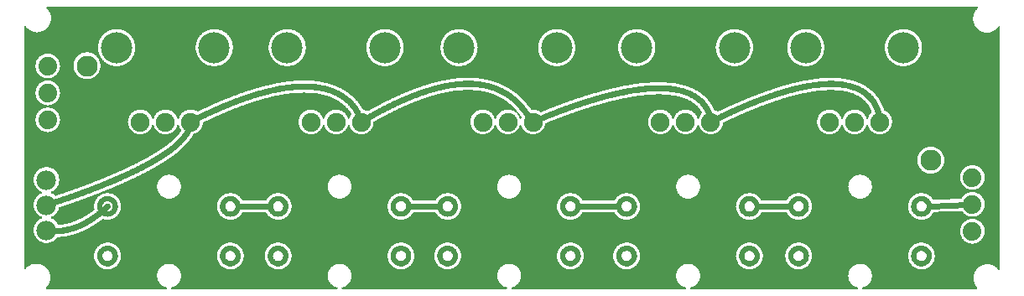
<source format=gbl>
G04 MADE WITH FRITZING*
G04 WWW.FRITZING.ORG*
G04 DOUBLE SIDED*
G04 HOLES PLATED*
G04 CONTOUR ON CENTER OF CONTOUR VECTOR*
%ASAXBY*%
%FSLAX23Y23*%
%MOIN*%
%OFA0B0*%
%SFA1.0B1.0*%
%ADD10C,0.075000*%
%ADD11C,0.074000*%
%ADD12C,0.074667*%
%ADD13C,0.074695*%
%ADD14C,0.124033*%
%ADD15C,0.083307*%
%ADD16C,0.078000*%
%ADD17C,0.024000*%
%ADD18C,0.000100*%
%ADD19R,0.001000X0.001000*%
%LNCOPPER0*%
G90*
G70*
G54D10*
X446Y410D03*
G54D11*
X123Y916D03*
X123Y809D03*
X123Y702D03*
X3798Y259D03*
X3798Y366D03*
X3798Y473D03*
G54D12*
X3230Y694D03*
X3330Y694D03*
G54D13*
X3430Y694D03*
G54D14*
X3136Y989D03*
X3524Y989D03*
G54D12*
X2558Y694D03*
X2658Y694D03*
G54D13*
X2758Y694D03*
G54D14*
X2464Y989D03*
X2852Y989D03*
G54D12*
X1852Y694D03*
X1952Y694D03*
G54D13*
X2052Y694D03*
G54D14*
X1758Y989D03*
X2146Y989D03*
G54D12*
X1169Y694D03*
X1269Y694D03*
G54D13*
X1369Y694D03*
G54D14*
X1075Y989D03*
X1463Y989D03*
G54D12*
X491Y694D03*
X591Y694D03*
G54D13*
X691Y694D03*
G54D14*
X397Y989D03*
X785Y989D03*
G54D15*
X3633Y541D03*
X279Y917D03*
G54D16*
X118Y463D03*
X118Y363D03*
X118Y263D03*
G54D17*
X1560Y358D02*
X1679Y358D01*
D02*
X3629Y359D02*
X3778Y365D01*
D02*
X882Y358D02*
X1006Y358D01*
D02*
X2391Y358D02*
X2234Y358D01*
D02*
X3074Y358D02*
X2945Y358D01*
G54D18*
G36*
X401Y1021D02*
X403Y1021D01*
X409Y1019D01*
X409Y1019D01*
X415Y1016D01*
X419Y1012D01*
X423Y1007D01*
X426Y1002D01*
X426Y1002D01*
X428Y995D01*
X429Y993D01*
X429Y989D01*
X429Y985D01*
X428Y983D01*
X426Y977D01*
X426Y976D01*
X424Y972D01*
X423Y971D01*
X419Y966D01*
X415Y963D01*
X409Y960D01*
X409Y959D01*
X403Y958D01*
X400Y957D01*
X396Y957D01*
X393Y957D01*
X390Y958D01*
X384Y959D01*
X384Y960D01*
X379Y963D01*
X374Y967D01*
X370Y971D01*
X370Y972D01*
X367Y976D01*
X367Y977D01*
X365Y983D01*
X365Y986D01*
X365Y989D01*
X365Y993D01*
X365Y996D01*
X367Y1002D01*
X367Y1002D01*
X370Y1007D01*
X374Y1012D01*
X379Y1016D01*
X384Y1019D01*
X384Y1019D01*
X391Y1021D01*
X393Y1021D01*
X397Y1021D01*
X401Y1021D01*
D02*
G37*
D02*
G36*
X401Y1021D02*
X403Y1021D01*
X409Y1019D01*
X409Y1019D01*
X415Y1016D01*
X419Y1012D01*
X423Y1007D01*
X426Y1002D01*
X426Y1002D01*
X428Y995D01*
X429Y993D01*
X429Y989D01*
X429Y985D01*
X428Y983D01*
X426Y977D01*
X426Y976D01*
X424Y972D01*
X423Y971D01*
X419Y966D01*
X415Y963D01*
X409Y960D01*
X409Y959D01*
X403Y958D01*
X400Y957D01*
X396Y957D01*
X393Y957D01*
X390Y958D01*
X384Y959D01*
X384Y960D01*
X379Y963D01*
X374Y967D01*
X370Y971D01*
X370Y972D01*
X367Y976D01*
X367Y977D01*
X365Y983D01*
X365Y986D01*
X365Y989D01*
X365Y993D01*
X365Y996D01*
X367Y1002D01*
X367Y1002D01*
X370Y1007D01*
X374Y1012D01*
X379Y1016D01*
X384Y1019D01*
X384Y1019D01*
X391Y1021D01*
X393Y1021D01*
X397Y1021D01*
X401Y1021D01*
D02*
G37*
D02*
G36*
X3528Y1021D02*
X3531Y1021D01*
X3536Y1019D01*
X3537Y1019D01*
X3541Y1016D01*
X3547Y1012D01*
X3551Y1007D01*
X3554Y1002D01*
X3554Y1001D01*
X3556Y995D01*
X3556Y993D01*
X3556Y989D01*
X3556Y985D01*
X3556Y983D01*
X3554Y977D01*
X3554Y976D01*
X3551Y972D01*
X3551Y971D01*
X3547Y967D01*
X3541Y962D01*
X3537Y960D01*
X3536Y959D01*
X3530Y958D01*
X3528Y957D01*
X3524Y957D01*
X3520Y957D01*
X3517Y958D01*
X3512Y959D01*
X3511Y960D01*
X3507Y962D01*
X3506Y963D01*
X3501Y967D01*
X3497Y971D01*
X3497Y972D01*
X3494Y976D01*
X3494Y977D01*
X3492Y983D01*
X3492Y986D01*
X3492Y989D01*
X3492Y993D01*
X3492Y996D01*
X3494Y1001D01*
X3494Y1002D01*
X3497Y1007D01*
X3501Y1012D01*
X3506Y1016D01*
X3507Y1016D01*
X3511Y1019D01*
X3512Y1019D01*
X3518Y1021D01*
X3520Y1021D01*
X3524Y1021D01*
X3528Y1021D01*
D02*
G37*
D02*
G36*
X3528Y1021D02*
X3531Y1021D01*
X3536Y1019D01*
X3537Y1019D01*
X3541Y1016D01*
X3547Y1012D01*
X3551Y1007D01*
X3554Y1002D01*
X3554Y1001D01*
X3556Y995D01*
X3556Y993D01*
X3556Y989D01*
X3556Y985D01*
X3556Y983D01*
X3554Y977D01*
X3554Y976D01*
X3551Y972D01*
X3551Y971D01*
X3547Y967D01*
X3541Y962D01*
X3537Y960D01*
X3536Y959D01*
X3530Y958D01*
X3528Y957D01*
X3524Y957D01*
X3520Y957D01*
X3517Y958D01*
X3512Y959D01*
X3511Y960D01*
X3507Y962D01*
X3506Y963D01*
X3501Y967D01*
X3497Y971D01*
X3497Y972D01*
X3494Y976D01*
X3494Y977D01*
X3492Y983D01*
X3492Y986D01*
X3492Y989D01*
X3492Y993D01*
X3492Y996D01*
X3494Y1001D01*
X3494Y1002D01*
X3497Y1007D01*
X3501Y1012D01*
X3506Y1016D01*
X3507Y1016D01*
X3511Y1019D01*
X3512Y1019D01*
X3518Y1021D01*
X3520Y1021D01*
X3524Y1021D01*
X3528Y1021D01*
D02*
G37*
D02*
G36*
X789Y1021D02*
X791Y1021D01*
X797Y1019D01*
X798Y1019D01*
X803Y1016D01*
X808Y1012D01*
X812Y1007D01*
X815Y1002D01*
X815Y1002D01*
X817Y995D01*
X817Y993D01*
X817Y989D01*
X817Y985D01*
X817Y983D01*
X815Y977D01*
X815Y976D01*
X812Y972D01*
X812Y971D01*
X808Y966D01*
X803Y963D01*
X798Y960D01*
X797Y959D01*
X791Y958D01*
X789Y957D01*
X785Y957D01*
X781Y957D01*
X778Y958D01*
X773Y959D01*
X772Y960D01*
X767Y963D01*
X762Y967D01*
X758Y971D01*
X758Y972D01*
X755Y976D01*
X755Y977D01*
X753Y983D01*
X753Y986D01*
X753Y989D01*
X753Y993D01*
X753Y996D01*
X755Y1002D01*
X755Y1002D01*
X758Y1007D01*
X763Y1012D01*
X767Y1016D01*
X772Y1019D01*
X773Y1019D01*
X779Y1021D01*
X781Y1021D01*
X785Y1021D01*
X789Y1021D01*
D02*
G37*
D02*
G36*
X789Y1021D02*
X791Y1021D01*
X797Y1019D01*
X798Y1019D01*
X803Y1016D01*
X808Y1012D01*
X812Y1007D01*
X815Y1002D01*
X815Y1002D01*
X817Y995D01*
X817Y993D01*
X817Y989D01*
X817Y985D01*
X817Y983D01*
X815Y977D01*
X815Y976D01*
X812Y972D01*
X812Y971D01*
X808Y966D01*
X803Y963D01*
X798Y960D01*
X797Y959D01*
X791Y958D01*
X789Y957D01*
X785Y957D01*
X781Y957D01*
X778Y958D01*
X773Y959D01*
X772Y960D01*
X767Y963D01*
X762Y967D01*
X758Y971D01*
X758Y972D01*
X755Y976D01*
X755Y977D01*
X753Y983D01*
X753Y986D01*
X753Y989D01*
X753Y993D01*
X753Y996D01*
X755Y1002D01*
X755Y1002D01*
X758Y1007D01*
X763Y1012D01*
X767Y1016D01*
X772Y1019D01*
X773Y1019D01*
X779Y1021D01*
X781Y1021D01*
X785Y1021D01*
X789Y1021D01*
D02*
G37*
D02*
G36*
X1079Y1021D02*
X1081Y1021D01*
X1087Y1019D01*
X1088Y1019D01*
X1092Y1016D01*
X1093Y1016D01*
X1098Y1012D01*
X1101Y1007D01*
X1104Y1002D01*
X1105Y1001D01*
X1106Y996D01*
X1107Y993D01*
X1107Y989D01*
X1107Y986D01*
X1106Y983D01*
X1105Y977D01*
X1104Y976D01*
X1102Y972D01*
X1102Y971D01*
X1098Y967D01*
X1093Y963D01*
X1092Y962D01*
X1088Y960D01*
X1087Y959D01*
X1081Y958D01*
X1079Y957D01*
X1075Y957D01*
X1071Y957D01*
X1068Y958D01*
X1062Y959D01*
X1062Y960D01*
X1058Y962D01*
X1052Y967D01*
X1048Y971D01*
X1048Y972D01*
X1045Y976D01*
X1045Y977D01*
X1043Y983D01*
X1043Y986D01*
X1043Y989D01*
X1043Y993D01*
X1043Y996D01*
X1045Y1001D01*
X1045Y1002D01*
X1048Y1007D01*
X1052Y1012D01*
X1058Y1016D01*
X1062Y1019D01*
X1062Y1019D01*
X1069Y1021D01*
X1071Y1021D01*
X1075Y1021D01*
X1079Y1021D01*
D02*
G37*
D02*
G36*
X1079Y1021D02*
X1081Y1021D01*
X1087Y1019D01*
X1088Y1019D01*
X1092Y1016D01*
X1093Y1016D01*
X1098Y1012D01*
X1101Y1007D01*
X1104Y1002D01*
X1105Y1001D01*
X1106Y996D01*
X1107Y993D01*
X1107Y989D01*
X1107Y986D01*
X1106Y983D01*
X1105Y977D01*
X1104Y976D01*
X1102Y972D01*
X1102Y971D01*
X1098Y967D01*
X1093Y963D01*
X1092Y962D01*
X1088Y960D01*
X1087Y959D01*
X1081Y958D01*
X1079Y957D01*
X1075Y957D01*
X1071Y957D01*
X1068Y958D01*
X1062Y959D01*
X1062Y960D01*
X1058Y962D01*
X1052Y967D01*
X1048Y971D01*
X1048Y972D01*
X1045Y976D01*
X1045Y977D01*
X1043Y983D01*
X1043Y986D01*
X1043Y989D01*
X1043Y993D01*
X1043Y996D01*
X1045Y1001D01*
X1045Y1002D01*
X1048Y1007D01*
X1052Y1012D01*
X1058Y1016D01*
X1062Y1019D01*
X1062Y1019D01*
X1069Y1021D01*
X1071Y1021D01*
X1075Y1021D01*
X1079Y1021D01*
D02*
G37*
D02*
G36*
X1467Y1021D02*
X1470Y1021D01*
X1476Y1019D01*
X1476Y1019D01*
X1481Y1016D01*
X1486Y1012D01*
X1490Y1007D01*
X1493Y1002D01*
X1493Y1001D01*
X1495Y995D01*
X1495Y993D01*
X1495Y989D01*
X1495Y985D01*
X1495Y983D01*
X1493Y977D01*
X1493Y976D01*
X1490Y972D01*
X1490Y971D01*
X1486Y967D01*
X1481Y962D01*
X1476Y960D01*
X1476Y959D01*
X1469Y958D01*
X1467Y957D01*
X1463Y957D01*
X1459Y957D01*
X1457Y958D01*
X1451Y959D01*
X1450Y960D01*
X1446Y962D01*
X1440Y967D01*
X1436Y971D01*
X1436Y972D01*
X1434Y976D01*
X1433Y977D01*
X1432Y983D01*
X1431Y986D01*
X1431Y989D01*
X1431Y993D01*
X1432Y996D01*
X1433Y1001D01*
X1434Y1002D01*
X1437Y1007D01*
X1441Y1012D01*
X1446Y1016D01*
X1450Y1019D01*
X1451Y1019D01*
X1457Y1021D01*
X1459Y1021D01*
X1463Y1021D01*
X1467Y1021D01*
D02*
G37*
D02*
G36*
X1467Y1021D02*
X1470Y1021D01*
X1476Y1019D01*
X1476Y1019D01*
X1481Y1016D01*
X1486Y1012D01*
X1490Y1007D01*
X1493Y1002D01*
X1493Y1001D01*
X1495Y995D01*
X1495Y993D01*
X1495Y989D01*
X1495Y985D01*
X1495Y983D01*
X1493Y977D01*
X1493Y976D01*
X1490Y972D01*
X1490Y971D01*
X1486Y967D01*
X1481Y962D01*
X1476Y960D01*
X1476Y959D01*
X1469Y958D01*
X1467Y957D01*
X1463Y957D01*
X1459Y957D01*
X1457Y958D01*
X1451Y959D01*
X1450Y960D01*
X1446Y962D01*
X1440Y967D01*
X1436Y971D01*
X1436Y972D01*
X1434Y976D01*
X1433Y977D01*
X1432Y983D01*
X1431Y986D01*
X1431Y989D01*
X1431Y993D01*
X1432Y996D01*
X1433Y1001D01*
X1434Y1002D01*
X1437Y1007D01*
X1441Y1012D01*
X1446Y1016D01*
X1450Y1019D01*
X1451Y1019D01*
X1457Y1021D01*
X1459Y1021D01*
X1463Y1021D01*
X1467Y1021D01*
D02*
G37*
D02*
G36*
X1762Y1021D02*
X1764Y1021D01*
X1770Y1019D01*
X1770Y1019D01*
X1776Y1016D01*
X1780Y1012D01*
X1785Y1007D01*
X1787Y1002D01*
X1789Y996D01*
X1790Y993D01*
X1790Y989D01*
X1790Y986D01*
X1789Y983D01*
X1787Y977D01*
X1787Y976D01*
X1785Y972D01*
X1784Y971D01*
X1780Y966D01*
X1776Y963D01*
X1770Y960D01*
X1770Y959D01*
X1764Y958D01*
X1761Y957D01*
X1757Y957D01*
X1754Y957D01*
X1751Y958D01*
X1745Y959D01*
X1745Y960D01*
X1740Y962D01*
X1735Y967D01*
X1731Y971D01*
X1731Y972D01*
X1728Y976D01*
X1728Y977D01*
X1726Y983D01*
X1726Y986D01*
X1725Y989D01*
X1726Y993D01*
X1726Y996D01*
X1728Y1001D01*
X1728Y1002D01*
X1731Y1007D01*
X1735Y1012D01*
X1740Y1016D01*
X1745Y1019D01*
X1745Y1019D01*
X1751Y1021D01*
X1754Y1021D01*
X1757Y1021D01*
X1762Y1021D01*
D02*
G37*
D02*
G36*
X1762Y1021D02*
X1764Y1021D01*
X1770Y1019D01*
X1770Y1019D01*
X1776Y1016D01*
X1780Y1012D01*
X1785Y1007D01*
X1787Y1002D01*
X1789Y996D01*
X1790Y993D01*
X1790Y989D01*
X1790Y986D01*
X1789Y983D01*
X1787Y977D01*
X1787Y976D01*
X1785Y972D01*
X1784Y971D01*
X1780Y966D01*
X1776Y963D01*
X1770Y960D01*
X1770Y959D01*
X1764Y958D01*
X1761Y957D01*
X1757Y957D01*
X1754Y957D01*
X1751Y958D01*
X1745Y959D01*
X1745Y960D01*
X1740Y962D01*
X1735Y967D01*
X1731Y971D01*
X1731Y972D01*
X1728Y976D01*
X1728Y977D01*
X1726Y983D01*
X1726Y986D01*
X1725Y989D01*
X1726Y993D01*
X1726Y996D01*
X1728Y1001D01*
X1728Y1002D01*
X1731Y1007D01*
X1735Y1012D01*
X1740Y1016D01*
X1745Y1019D01*
X1745Y1019D01*
X1751Y1021D01*
X1754Y1021D01*
X1757Y1021D01*
X1762Y1021D01*
D02*
G37*
D02*
G36*
X2468Y1021D02*
X2471Y1021D01*
X2476Y1019D01*
X2477Y1019D01*
X2482Y1016D01*
X2487Y1012D01*
X2491Y1007D01*
X2494Y1002D01*
X2496Y996D01*
X2496Y993D01*
X2496Y989D01*
X2496Y986D01*
X2495Y983D01*
X2494Y977D01*
X2494Y976D01*
X2491Y972D01*
X2491Y971D01*
X2487Y966D01*
X2482Y963D01*
X2477Y960D01*
X2476Y959D01*
X2470Y958D01*
X2468Y957D01*
X2464Y957D01*
X2460Y957D01*
X2457Y958D01*
X2452Y959D01*
X2451Y960D01*
X2447Y962D01*
X2441Y967D01*
X2437Y971D01*
X2437Y972D01*
X2434Y976D01*
X2434Y977D01*
X2432Y983D01*
X2432Y986D01*
X2432Y989D01*
X2432Y993D01*
X2432Y996D01*
X2434Y1001D01*
X2434Y1002D01*
X2437Y1007D01*
X2441Y1012D01*
X2447Y1016D01*
X2451Y1019D01*
X2452Y1019D01*
X2458Y1021D01*
X2460Y1021D01*
X2464Y1021D01*
X2468Y1021D01*
D02*
G37*
D02*
G36*
X2468Y1021D02*
X2471Y1021D01*
X2476Y1019D01*
X2477Y1019D01*
X2482Y1016D01*
X2487Y1012D01*
X2491Y1007D01*
X2494Y1002D01*
X2496Y996D01*
X2496Y993D01*
X2496Y989D01*
X2496Y986D01*
X2495Y983D01*
X2494Y977D01*
X2494Y976D01*
X2491Y972D01*
X2491Y971D01*
X2487Y966D01*
X2482Y963D01*
X2477Y960D01*
X2476Y959D01*
X2470Y958D01*
X2468Y957D01*
X2464Y957D01*
X2460Y957D01*
X2457Y958D01*
X2452Y959D01*
X2451Y960D01*
X2447Y962D01*
X2441Y967D01*
X2437Y971D01*
X2437Y972D01*
X2434Y976D01*
X2434Y977D01*
X2432Y983D01*
X2432Y986D01*
X2432Y989D01*
X2432Y993D01*
X2432Y996D01*
X2434Y1001D01*
X2434Y1002D01*
X2437Y1007D01*
X2441Y1012D01*
X2447Y1016D01*
X2451Y1019D01*
X2452Y1019D01*
X2458Y1021D01*
X2460Y1021D01*
X2464Y1021D01*
X2468Y1021D01*
D02*
G37*
D02*
G36*
X2856Y1021D02*
X2859Y1021D01*
X2865Y1019D01*
X2865Y1019D01*
X2870Y1016D01*
X2875Y1012D01*
X2879Y1007D01*
X2882Y1002D01*
X2882Y1001D01*
X2884Y996D01*
X2884Y993D01*
X2884Y989D01*
X2884Y986D01*
X2884Y983D01*
X2882Y977D01*
X2882Y976D01*
X2879Y972D01*
X2879Y971D01*
X2875Y967D01*
X2870Y962D01*
X2865Y960D01*
X2865Y959D01*
X2858Y958D01*
X2856Y957D01*
X2852Y957D01*
X2848Y957D01*
X2846Y958D01*
X2840Y959D01*
X2839Y960D01*
X2835Y962D01*
X2829Y967D01*
X2826Y971D01*
X2825Y972D01*
X2823Y976D01*
X2822Y977D01*
X2821Y983D01*
X2820Y986D01*
X2820Y989D01*
X2820Y993D01*
X2821Y996D01*
X2822Y1001D01*
X2823Y1002D01*
X2826Y1007D01*
X2830Y1012D01*
X2835Y1016D01*
X2839Y1019D01*
X2840Y1019D01*
X2846Y1021D01*
X2849Y1021D01*
X2852Y1021D01*
X2856Y1021D01*
D02*
G37*
D02*
G36*
X2856Y1021D02*
X2859Y1021D01*
X2865Y1019D01*
X2865Y1019D01*
X2870Y1016D01*
X2875Y1012D01*
X2879Y1007D01*
X2882Y1002D01*
X2882Y1001D01*
X2884Y996D01*
X2884Y993D01*
X2884Y989D01*
X2884Y986D01*
X2884Y983D01*
X2882Y977D01*
X2882Y976D01*
X2879Y972D01*
X2879Y971D01*
X2875Y967D01*
X2870Y962D01*
X2865Y960D01*
X2865Y959D01*
X2858Y958D01*
X2856Y957D01*
X2852Y957D01*
X2848Y957D01*
X2846Y958D01*
X2840Y959D01*
X2839Y960D01*
X2835Y962D01*
X2829Y967D01*
X2826Y971D01*
X2825Y972D01*
X2823Y976D01*
X2822Y977D01*
X2821Y983D01*
X2820Y986D01*
X2820Y989D01*
X2820Y993D01*
X2821Y996D01*
X2822Y1001D01*
X2823Y1002D01*
X2826Y1007D01*
X2830Y1012D01*
X2835Y1016D01*
X2839Y1019D01*
X2840Y1019D01*
X2846Y1021D01*
X2849Y1021D01*
X2852Y1021D01*
X2856Y1021D01*
D02*
G37*
D02*
G36*
X3140Y1021D02*
X3142Y1021D01*
X3148Y1019D01*
X3149Y1019D01*
X3153Y1016D01*
X3159Y1012D01*
X3162Y1007D01*
X3165Y1002D01*
X3166Y1001D01*
X3167Y995D01*
X3168Y993D01*
X3168Y989D01*
X3168Y985D01*
X3167Y983D01*
X3166Y977D01*
X3165Y976D01*
X3163Y972D01*
X3162Y971D01*
X3158Y967D01*
X3153Y962D01*
X3149Y960D01*
X3148Y959D01*
X3142Y958D01*
X3139Y957D01*
X3136Y957D01*
X3132Y957D01*
X3129Y958D01*
X3123Y959D01*
X3123Y960D01*
X3118Y962D01*
X3113Y967D01*
X3109Y971D01*
X3109Y972D01*
X3106Y976D01*
X3106Y977D01*
X3104Y983D01*
X3104Y986D01*
X3104Y989D01*
X3104Y993D01*
X3104Y996D01*
X3106Y1001D01*
X3106Y1002D01*
X3109Y1007D01*
X3113Y1012D01*
X3118Y1016D01*
X3123Y1019D01*
X3123Y1019D01*
X3130Y1021D01*
X3132Y1021D01*
X3136Y1021D01*
X3140Y1021D01*
D02*
G37*
D02*
G36*
X3140Y1021D02*
X3142Y1021D01*
X3148Y1019D01*
X3149Y1019D01*
X3153Y1016D01*
X3159Y1012D01*
X3162Y1007D01*
X3165Y1002D01*
X3166Y1001D01*
X3167Y995D01*
X3168Y993D01*
X3168Y989D01*
X3168Y985D01*
X3167Y983D01*
X3166Y977D01*
X3165Y976D01*
X3163Y972D01*
X3162Y971D01*
X3158Y967D01*
X3153Y962D01*
X3149Y960D01*
X3148Y959D01*
X3142Y958D01*
X3139Y957D01*
X3136Y957D01*
X3132Y957D01*
X3129Y958D01*
X3123Y959D01*
X3123Y960D01*
X3118Y962D01*
X3113Y967D01*
X3109Y971D01*
X3109Y972D01*
X3106Y976D01*
X3106Y977D01*
X3104Y983D01*
X3104Y986D01*
X3104Y989D01*
X3104Y993D01*
X3104Y996D01*
X3106Y1001D01*
X3106Y1002D01*
X3109Y1007D01*
X3113Y1012D01*
X3118Y1016D01*
X3123Y1019D01*
X3123Y1019D01*
X3130Y1021D01*
X3132Y1021D01*
X3136Y1021D01*
X3140Y1021D01*
D02*
G37*
D02*
G36*
X2150Y1021D02*
X2152Y1021D01*
X2158Y1019D01*
X2159Y1019D01*
X2163Y1016D01*
X2164Y1016D01*
X2169Y1012D01*
X2172Y1007D01*
X2176Y1002D01*
X2176Y1001D01*
X2178Y996D01*
X2178Y993D01*
X2178Y989D01*
X2178Y986D01*
X2177Y983D01*
X2176Y977D01*
X2175Y976D01*
X2173Y972D01*
X2173Y971D01*
X2169Y967D01*
X2164Y963D01*
X2163Y962D01*
X2159Y960D01*
X2158Y959D01*
X2152Y958D01*
X2150Y957D01*
X2146Y957D01*
X2142Y957D01*
X2139Y958D01*
X2133Y959D01*
X2133Y960D01*
X2129Y962D01*
X2123Y967D01*
X2119Y971D01*
X2119Y972D01*
X2116Y976D01*
X2116Y977D01*
X2114Y983D01*
X2114Y986D01*
X2114Y989D01*
X2114Y993D01*
X2114Y996D01*
X2116Y1001D01*
X2116Y1002D01*
X2119Y1007D01*
X2123Y1012D01*
X2129Y1016D01*
X2133Y1019D01*
X2133Y1019D01*
X2140Y1021D01*
X2142Y1021D01*
X2146Y1021D01*
X2150Y1021D01*
D02*
G37*
D02*
G36*
X2150Y1021D02*
X2152Y1021D01*
X2158Y1019D01*
X2159Y1019D01*
X2163Y1016D01*
X2164Y1016D01*
X2169Y1012D01*
X2172Y1007D01*
X2176Y1002D01*
X2176Y1001D01*
X2178Y996D01*
X2178Y993D01*
X2178Y989D01*
X2178Y986D01*
X2177Y983D01*
X2176Y977D01*
X2175Y976D01*
X2173Y972D01*
X2173Y971D01*
X2169Y967D01*
X2164Y963D01*
X2163Y962D01*
X2159Y960D01*
X2158Y959D01*
X2152Y958D01*
X2150Y957D01*
X2146Y957D01*
X2142Y957D01*
X2139Y958D01*
X2133Y959D01*
X2133Y960D01*
X2129Y962D01*
X2123Y967D01*
X2119Y971D01*
X2119Y972D01*
X2116Y976D01*
X2116Y977D01*
X2114Y983D01*
X2114Y986D01*
X2114Y989D01*
X2114Y993D01*
X2114Y996D01*
X2116Y1001D01*
X2116Y1002D01*
X2119Y1007D01*
X2123Y1012D01*
X2129Y1016D01*
X2133Y1019D01*
X2133Y1019D01*
X2140Y1021D01*
X2142Y1021D01*
X2146Y1021D01*
X2150Y1021D01*
D02*
G37*
D02*
G54D19*
X120Y1151D02*
X3820Y1151D01*
X119Y1150D02*
X3821Y1150D01*
X118Y1149D02*
X3821Y1149D01*
X118Y1148D02*
X3821Y1148D01*
X119Y1147D02*
X3821Y1147D01*
X120Y1146D02*
X3820Y1146D01*
X121Y1145D02*
X3819Y1145D01*
X122Y1144D02*
X3817Y1144D01*
X122Y1143D02*
X3816Y1143D01*
X123Y1142D02*
X3816Y1142D01*
X124Y1141D02*
X3815Y1141D01*
X125Y1140D02*
X3814Y1140D01*
X126Y1139D02*
X3813Y1139D01*
X127Y1138D02*
X3812Y1138D01*
X127Y1137D02*
X3811Y1137D01*
X128Y1136D02*
X3811Y1136D01*
X128Y1135D02*
X3810Y1135D01*
X129Y1134D02*
X3809Y1134D01*
X130Y1133D02*
X3809Y1133D01*
X130Y1132D02*
X3808Y1132D01*
X131Y1131D02*
X3808Y1131D01*
X131Y1130D02*
X3807Y1130D01*
X132Y1129D02*
X3807Y1129D01*
X132Y1128D02*
X3806Y1128D01*
X133Y1127D02*
X3806Y1127D01*
X133Y1126D02*
X3805Y1126D01*
X133Y1125D02*
X3805Y1125D01*
X134Y1124D02*
X3804Y1124D01*
X134Y1123D02*
X3804Y1123D01*
X134Y1122D02*
X3804Y1122D01*
X134Y1121D02*
X3803Y1121D01*
X135Y1120D02*
X3803Y1120D01*
X135Y1119D02*
X3803Y1119D01*
X135Y1118D02*
X3803Y1118D01*
X136Y1117D02*
X3802Y1117D01*
X136Y1116D02*
X3802Y1116D01*
X136Y1115D02*
X3802Y1115D01*
X136Y1114D02*
X3802Y1114D01*
X136Y1113D02*
X3801Y1113D01*
X136Y1112D02*
X3801Y1112D01*
X136Y1111D02*
X3801Y1111D01*
X137Y1110D02*
X3801Y1110D01*
X137Y1109D02*
X3801Y1109D01*
X137Y1108D02*
X3801Y1108D01*
X137Y1107D02*
X3801Y1107D01*
X137Y1106D02*
X3801Y1106D01*
X137Y1105D02*
X3801Y1105D01*
X137Y1104D02*
X3801Y1104D01*
X137Y1103D02*
X3801Y1103D01*
X136Y1102D02*
X3801Y1102D01*
X136Y1101D02*
X3801Y1101D01*
X136Y1100D02*
X3801Y1100D01*
X136Y1099D02*
X3801Y1099D01*
X136Y1098D02*
X3801Y1098D01*
X136Y1097D02*
X3801Y1097D01*
X136Y1096D02*
X3801Y1096D01*
X136Y1095D02*
X3802Y1095D01*
X135Y1094D02*
X3802Y1094D01*
X135Y1093D02*
X3802Y1093D01*
X135Y1092D02*
X3802Y1092D01*
X134Y1091D02*
X3803Y1091D01*
X134Y1090D02*
X3803Y1090D01*
X134Y1089D02*
X3803Y1089D01*
X133Y1088D02*
X3803Y1088D01*
X133Y1087D02*
X3804Y1087D01*
X133Y1086D02*
X3804Y1086D01*
X132Y1085D02*
X3804Y1085D01*
X132Y1084D02*
X3805Y1084D01*
X131Y1083D02*
X3805Y1083D01*
X131Y1082D02*
X3806Y1082D01*
X130Y1081D02*
X3806Y1081D01*
X130Y1080D02*
X3807Y1080D01*
X129Y1079D02*
X3807Y1079D01*
X129Y1078D02*
X3808Y1078D01*
X128Y1077D02*
X3808Y1077D01*
X128Y1076D02*
X3809Y1076D01*
X33Y1075D02*
X34Y1075D01*
X127Y1075D02*
X3809Y1075D01*
X32Y1074D02*
X35Y1074D01*
X126Y1074D02*
X3810Y1074D01*
X3904Y1074D02*
X3905Y1074D01*
X31Y1073D02*
X36Y1073D01*
X125Y1073D02*
X3811Y1073D01*
X3902Y1073D02*
X3906Y1073D01*
X31Y1072D02*
X37Y1072D01*
X125Y1072D02*
X3811Y1072D01*
X3902Y1072D02*
X3907Y1072D01*
X31Y1071D02*
X38Y1071D01*
X124Y1071D02*
X3812Y1071D01*
X3901Y1071D02*
X3907Y1071D01*
X31Y1070D02*
X39Y1070D01*
X123Y1070D02*
X3813Y1070D01*
X3900Y1070D02*
X3907Y1070D01*
X31Y1069D02*
X40Y1069D01*
X122Y1069D02*
X3814Y1069D01*
X3899Y1069D02*
X3907Y1069D01*
X31Y1068D02*
X41Y1068D01*
X121Y1068D02*
X3815Y1068D01*
X3898Y1068D02*
X3907Y1068D01*
X31Y1067D02*
X41Y1067D01*
X120Y1067D02*
X3816Y1067D01*
X3898Y1067D02*
X3907Y1067D01*
X31Y1066D02*
X43Y1066D01*
X119Y1066D02*
X3816Y1066D01*
X3897Y1066D02*
X3907Y1066D01*
X31Y1065D02*
X44Y1065D01*
X118Y1065D02*
X3817Y1065D01*
X3896Y1065D02*
X3907Y1065D01*
X31Y1064D02*
X45Y1064D01*
X117Y1064D02*
X3819Y1064D01*
X3894Y1064D02*
X3907Y1064D01*
X31Y1063D02*
X46Y1063D01*
X116Y1063D02*
X387Y1063D01*
X407Y1063D02*
X776Y1063D01*
X795Y1063D02*
X1065Y1063D01*
X1085Y1063D02*
X1454Y1063D01*
X1474Y1063D02*
X1748Y1063D01*
X1768Y1063D02*
X2136Y1063D01*
X2156Y1063D02*
X2455Y1063D01*
X2474Y1063D02*
X2843Y1063D01*
X2863Y1063D02*
X3126Y1063D01*
X3146Y1063D02*
X3515Y1063D01*
X3534Y1063D02*
X3820Y1063D01*
X3893Y1063D02*
X3907Y1063D01*
X31Y1062D02*
X47Y1062D01*
X114Y1062D02*
X381Y1062D01*
X413Y1062D02*
X770Y1062D01*
X801Y1062D02*
X1060Y1062D01*
X1091Y1062D02*
X1448Y1062D01*
X1479Y1062D02*
X1742Y1062D01*
X1774Y1062D02*
X2131Y1062D01*
X2162Y1062D02*
X2449Y1062D01*
X2480Y1062D02*
X2837Y1062D01*
X2869Y1062D02*
X3120Y1062D01*
X3152Y1062D02*
X3509Y1062D01*
X3540Y1062D02*
X3821Y1062D01*
X3892Y1062D02*
X3907Y1062D01*
X31Y1061D02*
X49Y1061D01*
X113Y1061D02*
X378Y1061D01*
X417Y1061D02*
X766Y1061D01*
X805Y1061D02*
X1056Y1061D01*
X1095Y1061D02*
X1444Y1061D01*
X1483Y1061D02*
X1739Y1061D01*
X1778Y1061D02*
X2127Y1061D01*
X2166Y1061D02*
X2445Y1061D01*
X2484Y1061D02*
X2833Y1061D01*
X2872Y1061D02*
X3117Y1061D01*
X3156Y1061D02*
X3505Y1061D01*
X3544Y1061D02*
X3822Y1061D01*
X3891Y1061D02*
X3907Y1061D01*
X31Y1060D02*
X50Y1060D01*
X112Y1060D02*
X374Y1060D01*
X420Y1060D02*
X762Y1060D01*
X809Y1060D02*
X1052Y1060D01*
X1098Y1060D02*
X1441Y1060D01*
X1487Y1060D02*
X1735Y1060D01*
X1781Y1060D02*
X2123Y1060D01*
X2169Y1060D02*
X2441Y1060D01*
X2488Y1060D02*
X2830Y1060D01*
X2876Y1060D02*
X3113Y1060D01*
X3159Y1060D02*
X3501Y1060D01*
X3547Y1060D02*
X3823Y1060D01*
X3890Y1060D02*
X3907Y1060D01*
X31Y1059D02*
X52Y1059D01*
X110Y1059D02*
X371Y1059D01*
X423Y1059D02*
X760Y1059D01*
X811Y1059D02*
X1050Y1059D01*
X1101Y1059D02*
X1438Y1059D01*
X1489Y1059D02*
X1732Y1059D01*
X1784Y1059D02*
X2121Y1059D01*
X2172Y1059D02*
X2439Y1059D01*
X2490Y1059D02*
X2827Y1059D01*
X2879Y1059D02*
X3110Y1059D01*
X3162Y1059D02*
X3499Y1059D01*
X3550Y1059D02*
X3825Y1059D01*
X3888Y1059D02*
X3907Y1059D01*
X31Y1058D02*
X54Y1058D01*
X108Y1058D02*
X369Y1058D01*
X426Y1058D02*
X757Y1058D01*
X814Y1058D02*
X1047Y1058D01*
X1104Y1058D02*
X1435Y1058D01*
X1492Y1058D02*
X1730Y1058D01*
X1787Y1058D02*
X2118Y1058D01*
X2175Y1058D02*
X2436Y1058D01*
X2493Y1058D02*
X2824Y1058D01*
X2881Y1058D02*
X3108Y1058D01*
X3165Y1058D02*
X3496Y1058D01*
X3553Y1058D02*
X3826Y1058D01*
X3887Y1058D02*
X3907Y1058D01*
X31Y1057D02*
X56Y1057D01*
X106Y1057D02*
X366Y1057D01*
X428Y1057D02*
X755Y1057D01*
X816Y1057D02*
X1045Y1057D01*
X1106Y1057D02*
X1433Y1057D01*
X1494Y1057D02*
X1727Y1057D01*
X1789Y1057D02*
X2116Y1057D01*
X2177Y1057D02*
X2434Y1057D01*
X2495Y1057D02*
X2822Y1057D01*
X2883Y1057D02*
X3105Y1057D01*
X3167Y1057D02*
X3494Y1057D01*
X3555Y1057D02*
X3828Y1057D01*
X3885Y1057D02*
X3907Y1057D01*
X31Y1056D02*
X57Y1056D01*
X104Y1056D02*
X364Y1056D01*
X430Y1056D02*
X753Y1056D01*
X818Y1056D02*
X1043Y1056D01*
X1108Y1056D02*
X1431Y1056D01*
X1496Y1056D02*
X1725Y1056D01*
X1791Y1056D02*
X2114Y1056D01*
X2179Y1056D02*
X2432Y1056D01*
X2497Y1056D02*
X2820Y1056D01*
X2886Y1056D02*
X3103Y1056D01*
X3169Y1056D02*
X3492Y1056D01*
X3557Y1056D02*
X3830Y1056D01*
X3883Y1056D02*
X3907Y1056D01*
X31Y1055D02*
X60Y1055D01*
X102Y1055D02*
X362Y1055D01*
X432Y1055D02*
X751Y1055D01*
X820Y1055D02*
X1040Y1055D01*
X1110Y1055D02*
X1429Y1055D01*
X1499Y1055D02*
X1723Y1055D01*
X1793Y1055D02*
X2111Y1055D01*
X2181Y1055D02*
X2429Y1055D01*
X2499Y1055D02*
X2818Y1055D01*
X2888Y1055D02*
X3101Y1055D01*
X3171Y1055D02*
X3490Y1055D01*
X3559Y1055D02*
X3832Y1055D01*
X3881Y1055D02*
X3907Y1055D01*
X31Y1054D02*
X63Y1054D01*
X99Y1054D02*
X360Y1054D01*
X434Y1054D02*
X749Y1054D01*
X822Y1054D02*
X1039Y1054D01*
X1112Y1054D02*
X1427Y1054D01*
X1500Y1054D02*
X1721Y1054D01*
X1795Y1054D02*
X2110Y1054D01*
X2183Y1054D02*
X2428Y1054D01*
X2501Y1054D02*
X2816Y1054D01*
X2890Y1054D02*
X3099Y1054D01*
X3173Y1054D02*
X3488Y1054D01*
X3561Y1054D02*
X3834Y1054D01*
X3879Y1054D02*
X3907Y1054D01*
X31Y1053D02*
X66Y1053D01*
X96Y1053D02*
X359Y1053D01*
X435Y1053D02*
X747Y1053D01*
X824Y1053D02*
X1037Y1053D01*
X1114Y1053D02*
X1425Y1053D01*
X1502Y1053D02*
X1720Y1053D01*
X1797Y1053D02*
X2108Y1053D01*
X2185Y1053D02*
X2426Y1053D01*
X2503Y1053D02*
X2814Y1053D01*
X2891Y1053D02*
X3098Y1053D01*
X3175Y1053D02*
X3486Y1053D01*
X3563Y1053D02*
X3836Y1053D01*
X3877Y1053D02*
X3907Y1053D01*
X31Y1052D02*
X69Y1052D01*
X92Y1052D02*
X357Y1052D01*
X437Y1052D02*
X745Y1052D01*
X825Y1052D02*
X1035Y1052D01*
X1115Y1052D02*
X1424Y1052D01*
X1504Y1052D02*
X1718Y1052D01*
X1798Y1052D02*
X2106Y1052D01*
X2187Y1052D02*
X2424Y1052D01*
X2505Y1052D02*
X2813Y1052D01*
X2893Y1052D02*
X3096Y1052D01*
X3176Y1052D02*
X3484Y1052D01*
X3565Y1052D02*
X3839Y1052D01*
X3874Y1052D02*
X3907Y1052D01*
X31Y1051D02*
X78Y1051D01*
X84Y1051D02*
X355Y1051D01*
X439Y1051D02*
X744Y1051D01*
X827Y1051D02*
X1034Y1051D01*
X1117Y1051D02*
X1422Y1051D01*
X1505Y1051D02*
X1716Y1051D01*
X1800Y1051D02*
X2105Y1051D01*
X2188Y1051D02*
X2423Y1051D01*
X2506Y1051D02*
X2811Y1051D01*
X2894Y1051D02*
X3094Y1051D01*
X3178Y1051D02*
X3483Y1051D01*
X3566Y1051D02*
X3842Y1051D01*
X3870Y1051D02*
X3907Y1051D01*
X31Y1050D02*
X354Y1050D01*
X440Y1050D02*
X742Y1050D01*
X829Y1050D02*
X1032Y1050D01*
X1118Y1050D02*
X1421Y1050D01*
X1507Y1050D02*
X1715Y1050D01*
X1801Y1050D02*
X2103Y1050D01*
X2189Y1050D02*
X2421Y1050D01*
X2508Y1050D02*
X2810Y1050D01*
X2896Y1050D02*
X3093Y1050D01*
X3179Y1050D02*
X3481Y1050D01*
X3568Y1050D02*
X3847Y1050D01*
X3866Y1050D02*
X3907Y1050D01*
X31Y1049D02*
X353Y1049D01*
X442Y1049D02*
X741Y1049D01*
X830Y1049D02*
X1031Y1049D01*
X1120Y1049D02*
X1419Y1049D01*
X1508Y1049D02*
X1714Y1049D01*
X1803Y1049D02*
X2102Y1049D01*
X2191Y1049D02*
X2420Y1049D01*
X2509Y1049D02*
X2808Y1049D01*
X2897Y1049D02*
X3092Y1049D01*
X3181Y1049D02*
X3480Y1049D01*
X3569Y1049D02*
X3907Y1049D01*
X31Y1048D02*
X351Y1048D01*
X443Y1048D02*
X740Y1048D01*
X831Y1048D02*
X1030Y1048D01*
X1121Y1048D02*
X1418Y1048D01*
X1509Y1048D02*
X1712Y1048D01*
X1804Y1048D02*
X2101Y1048D01*
X2192Y1048D02*
X2419Y1048D01*
X2510Y1048D02*
X2807Y1048D01*
X2899Y1048D02*
X3090Y1048D01*
X3182Y1048D02*
X3479Y1048D01*
X3570Y1048D02*
X3907Y1048D01*
X31Y1047D02*
X350Y1047D01*
X444Y1047D02*
X738Y1047D01*
X833Y1047D02*
X1028Y1047D01*
X1123Y1047D02*
X1416Y1047D01*
X1511Y1047D02*
X1711Y1047D01*
X1805Y1047D02*
X2099Y1047D01*
X2194Y1047D02*
X2417Y1047D01*
X2512Y1047D02*
X2806Y1047D01*
X2900Y1047D02*
X3089Y1047D01*
X3183Y1047D02*
X3477Y1047D01*
X3572Y1047D02*
X3907Y1047D01*
X31Y1046D02*
X349Y1046D01*
X446Y1046D02*
X737Y1046D01*
X834Y1046D02*
X1027Y1046D01*
X1124Y1046D02*
X1415Y1046D01*
X1512Y1046D02*
X1710Y1046D01*
X1807Y1046D02*
X2098Y1046D01*
X2195Y1046D02*
X2416Y1046D01*
X2513Y1046D02*
X2804Y1046D01*
X2901Y1046D02*
X3088Y1046D01*
X3185Y1046D02*
X3476Y1046D01*
X3573Y1046D02*
X3907Y1046D01*
X31Y1045D02*
X348Y1045D01*
X447Y1045D02*
X736Y1045D01*
X835Y1045D02*
X1026Y1045D01*
X1125Y1045D02*
X1414Y1045D01*
X1513Y1045D02*
X1709Y1045D01*
X1808Y1045D02*
X2097Y1045D01*
X2196Y1045D02*
X2415Y1045D01*
X2514Y1045D02*
X2803Y1045D01*
X2902Y1045D02*
X3087Y1045D01*
X3186Y1045D02*
X3475Y1045D01*
X3574Y1045D02*
X3907Y1045D01*
X31Y1044D02*
X346Y1044D01*
X448Y1044D02*
X735Y1044D01*
X836Y1044D02*
X1025Y1044D01*
X1126Y1044D02*
X1413Y1044D01*
X1514Y1044D02*
X1707Y1044D01*
X1809Y1044D02*
X2096Y1044D01*
X2197Y1044D02*
X2414Y1044D01*
X2515Y1044D02*
X2802Y1044D01*
X2903Y1044D02*
X3086Y1044D01*
X3187Y1044D02*
X3474Y1044D01*
X3575Y1044D02*
X3907Y1044D01*
X31Y1043D02*
X345Y1043D01*
X449Y1043D02*
X734Y1043D01*
X837Y1043D02*
X1024Y1043D01*
X1127Y1043D02*
X1412Y1043D01*
X1515Y1043D02*
X1706Y1043D01*
X1810Y1043D02*
X2095Y1043D01*
X2198Y1043D02*
X2413Y1043D01*
X2516Y1043D02*
X2801Y1043D01*
X2904Y1043D02*
X3084Y1043D01*
X3188Y1043D02*
X3473Y1043D01*
X3576Y1043D02*
X3907Y1043D01*
X31Y1042D02*
X344Y1042D01*
X450Y1042D02*
X733Y1042D01*
X838Y1042D02*
X1023Y1042D01*
X1128Y1042D02*
X1411Y1042D01*
X1516Y1042D02*
X1705Y1042D01*
X1811Y1042D02*
X2094Y1042D01*
X2199Y1042D02*
X2412Y1042D01*
X2517Y1042D02*
X2800Y1042D01*
X2906Y1042D02*
X3083Y1042D01*
X3189Y1042D02*
X3472Y1042D01*
X3577Y1042D02*
X3907Y1042D01*
X31Y1041D02*
X343Y1041D01*
X451Y1041D02*
X732Y1041D01*
X839Y1041D02*
X1022Y1041D01*
X1129Y1041D02*
X1410Y1041D01*
X1517Y1041D02*
X1704Y1041D01*
X1812Y1041D02*
X2093Y1041D01*
X2200Y1041D02*
X2411Y1041D01*
X2518Y1041D02*
X2799Y1041D01*
X2907Y1041D02*
X3082Y1041D01*
X3190Y1041D02*
X3471Y1041D01*
X3578Y1041D02*
X3907Y1041D01*
X31Y1040D02*
X342Y1040D01*
X452Y1040D02*
X731Y1040D01*
X840Y1040D02*
X1021Y1040D01*
X1130Y1040D02*
X1409Y1040D01*
X1518Y1040D02*
X1703Y1040D01*
X1813Y1040D02*
X2092Y1040D01*
X2201Y1040D02*
X2410Y1040D01*
X2519Y1040D02*
X2798Y1040D01*
X2907Y1040D02*
X3081Y1040D01*
X3191Y1040D02*
X3470Y1040D01*
X3579Y1040D02*
X3907Y1040D01*
X31Y1039D02*
X342Y1039D01*
X453Y1039D02*
X730Y1039D01*
X841Y1039D02*
X1020Y1039D01*
X1131Y1039D02*
X1408Y1039D01*
X1519Y1039D02*
X1703Y1039D01*
X1814Y1039D02*
X2091Y1039D01*
X2202Y1039D02*
X2409Y1039D01*
X2520Y1039D02*
X2797Y1039D01*
X2908Y1039D02*
X3081Y1039D01*
X3192Y1039D02*
X3469Y1039D01*
X3580Y1039D02*
X3907Y1039D01*
X31Y1038D02*
X341Y1038D01*
X454Y1038D02*
X729Y1038D01*
X842Y1038D02*
X1019Y1038D01*
X1132Y1038D02*
X1407Y1038D01*
X1520Y1038D02*
X1702Y1038D01*
X1815Y1038D02*
X2090Y1038D01*
X2203Y1038D02*
X2408Y1038D01*
X2521Y1038D02*
X2796Y1038D01*
X2909Y1038D02*
X3080Y1038D01*
X3193Y1038D02*
X3468Y1038D01*
X3581Y1038D02*
X3907Y1038D01*
X31Y1037D02*
X340Y1037D01*
X454Y1037D02*
X728Y1037D01*
X843Y1037D02*
X1018Y1037D01*
X1133Y1037D02*
X1406Y1037D01*
X1521Y1037D02*
X1701Y1037D01*
X1815Y1037D02*
X2089Y1037D01*
X2204Y1037D02*
X2407Y1037D01*
X2522Y1037D02*
X2795Y1037D01*
X2910Y1037D02*
X3079Y1037D01*
X3194Y1037D02*
X3467Y1037D01*
X3582Y1037D02*
X3907Y1037D01*
X31Y1036D02*
X339Y1036D01*
X455Y1036D02*
X727Y1036D01*
X844Y1036D02*
X1017Y1036D01*
X1133Y1036D02*
X1406Y1036D01*
X1522Y1036D02*
X1700Y1036D01*
X1816Y1036D02*
X2088Y1036D01*
X2204Y1036D02*
X2406Y1036D01*
X2523Y1036D02*
X2795Y1036D01*
X2911Y1036D02*
X3078Y1036D01*
X3194Y1036D02*
X3466Y1036D01*
X3583Y1036D02*
X3907Y1036D01*
X31Y1035D02*
X338Y1035D01*
X456Y1035D02*
X727Y1035D01*
X844Y1035D02*
X1017Y1035D01*
X1134Y1035D02*
X1405Y1035D01*
X1522Y1035D02*
X1699Y1035D01*
X1817Y1035D02*
X2088Y1035D01*
X2205Y1035D02*
X2406Y1035D01*
X2523Y1035D02*
X2794Y1035D01*
X2912Y1035D02*
X3077Y1035D01*
X3195Y1035D02*
X3466Y1035D01*
X3583Y1035D02*
X3907Y1035D01*
X31Y1034D02*
X338Y1034D01*
X457Y1034D02*
X726Y1034D01*
X845Y1034D02*
X1016Y1034D01*
X1135Y1034D02*
X1404Y1034D01*
X1523Y1034D02*
X1699Y1034D01*
X1818Y1034D02*
X2087Y1034D01*
X2206Y1034D02*
X2405Y1034D01*
X2524Y1034D02*
X2793Y1034D01*
X2912Y1034D02*
X3077Y1034D01*
X3196Y1034D02*
X3465Y1034D01*
X3584Y1034D02*
X3907Y1034D01*
X31Y1033D02*
X337Y1033D01*
X457Y1033D02*
X725Y1033D01*
X846Y1033D02*
X1015Y1033D01*
X1136Y1033D02*
X1403Y1033D01*
X1524Y1033D02*
X1698Y1033D01*
X1818Y1033D02*
X2086Y1033D01*
X2207Y1033D02*
X2404Y1033D01*
X2525Y1033D02*
X2792Y1033D01*
X2913Y1033D02*
X3076Y1033D01*
X3196Y1033D02*
X3464Y1033D01*
X3585Y1033D02*
X3907Y1033D01*
X31Y1032D02*
X336Y1032D01*
X458Y1032D02*
X724Y1032D01*
X846Y1032D02*
X1014Y1032D01*
X1136Y1032D02*
X1403Y1032D01*
X1525Y1032D02*
X1697Y1032D01*
X1819Y1032D02*
X2085Y1032D01*
X2207Y1032D02*
X2403Y1032D01*
X2525Y1032D02*
X2792Y1032D01*
X2914Y1032D02*
X3075Y1032D01*
X3197Y1032D02*
X3463Y1032D01*
X3586Y1032D02*
X3907Y1032D01*
X31Y1031D02*
X335Y1031D01*
X459Y1031D02*
X724Y1031D01*
X847Y1031D02*
X1014Y1031D01*
X1137Y1031D02*
X1402Y1031D01*
X1525Y1031D02*
X1696Y1031D01*
X1820Y1031D02*
X2085Y1031D01*
X2208Y1031D02*
X2403Y1031D01*
X2526Y1031D02*
X2791Y1031D01*
X2914Y1031D02*
X3074Y1031D01*
X3198Y1031D02*
X3463Y1031D01*
X3586Y1031D02*
X3907Y1031D01*
X31Y1030D02*
X335Y1030D01*
X460Y1030D02*
X723Y1030D01*
X848Y1030D02*
X1013Y1030D01*
X1138Y1030D02*
X1401Y1030D01*
X1526Y1030D02*
X1696Y1030D01*
X1820Y1030D02*
X2084Y1030D01*
X2209Y1030D02*
X2402Y1030D01*
X2527Y1030D02*
X2790Y1030D01*
X2915Y1030D02*
X3074Y1030D01*
X3199Y1030D02*
X3462Y1030D01*
X3587Y1030D02*
X3907Y1030D01*
X31Y1029D02*
X334Y1029D01*
X460Y1029D02*
X722Y1029D01*
X848Y1029D02*
X1012Y1029D01*
X1138Y1029D02*
X1401Y1029D01*
X1527Y1029D02*
X1695Y1029D01*
X1821Y1029D02*
X2083Y1029D01*
X2209Y1029D02*
X2401Y1029D01*
X2527Y1029D02*
X2790Y1029D01*
X2916Y1029D02*
X3073Y1029D01*
X3199Y1029D02*
X3462Y1029D01*
X3587Y1029D02*
X3907Y1029D01*
X31Y1028D02*
X334Y1028D01*
X461Y1028D02*
X722Y1028D01*
X849Y1028D02*
X1012Y1028D01*
X1139Y1028D02*
X1400Y1028D01*
X1527Y1028D02*
X1694Y1028D01*
X1822Y1028D02*
X2083Y1028D01*
X2210Y1028D02*
X2401Y1028D01*
X2528Y1028D02*
X2789Y1028D01*
X2916Y1028D02*
X3073Y1028D01*
X3200Y1028D02*
X3461Y1028D01*
X3588Y1028D02*
X3907Y1028D01*
X31Y1027D02*
X333Y1027D01*
X461Y1027D02*
X721Y1027D01*
X850Y1027D02*
X1011Y1027D01*
X1140Y1027D02*
X1399Y1027D01*
X1528Y1027D02*
X1694Y1027D01*
X1822Y1027D02*
X2082Y1027D01*
X2211Y1027D02*
X2400Y1027D01*
X2529Y1027D02*
X2789Y1027D01*
X2917Y1027D02*
X3072Y1027D01*
X3200Y1027D02*
X3460Y1027D01*
X3589Y1027D02*
X3907Y1027D01*
X31Y1026D02*
X332Y1026D01*
X462Y1026D02*
X721Y1026D01*
X850Y1026D02*
X1011Y1026D01*
X1140Y1026D02*
X1399Y1026D01*
X1528Y1026D02*
X1693Y1026D01*
X1823Y1026D02*
X2082Y1026D01*
X2211Y1026D02*
X2400Y1026D01*
X2529Y1026D02*
X2788Y1026D01*
X2918Y1026D02*
X3071Y1026D01*
X3201Y1026D02*
X3460Y1026D01*
X3589Y1026D02*
X3907Y1026D01*
X31Y1025D02*
X332Y1025D01*
X462Y1025D02*
X720Y1025D01*
X851Y1025D02*
X1010Y1025D01*
X1141Y1025D02*
X1398Y1025D01*
X1529Y1025D02*
X1693Y1025D01*
X1823Y1025D02*
X2081Y1025D01*
X2212Y1025D02*
X2399Y1025D01*
X2530Y1025D02*
X2787Y1025D01*
X2918Y1025D02*
X3071Y1025D01*
X3202Y1025D02*
X3459Y1025D01*
X3590Y1025D02*
X3907Y1025D01*
X31Y1024D02*
X331Y1024D01*
X463Y1024D02*
X720Y1024D01*
X851Y1024D02*
X1009Y1024D01*
X1141Y1024D02*
X1398Y1024D01*
X1530Y1024D02*
X1692Y1024D01*
X1824Y1024D02*
X2081Y1024D01*
X2212Y1024D02*
X2399Y1024D01*
X2530Y1024D02*
X2787Y1024D01*
X2919Y1024D02*
X3070Y1024D01*
X3202Y1024D02*
X3459Y1024D01*
X3590Y1024D02*
X3907Y1024D01*
X31Y1023D02*
X331Y1023D01*
X463Y1023D02*
X719Y1023D01*
X852Y1023D02*
X1009Y1023D01*
X1142Y1023D02*
X1397Y1023D01*
X1530Y1023D02*
X1692Y1023D01*
X1824Y1023D02*
X2080Y1023D01*
X2213Y1023D02*
X2398Y1023D01*
X2531Y1023D02*
X2786Y1023D01*
X2919Y1023D02*
X3070Y1023D01*
X3203Y1023D02*
X3458Y1023D01*
X3591Y1023D02*
X3907Y1023D01*
X31Y1022D02*
X330Y1022D01*
X464Y1022D02*
X719Y1022D01*
X852Y1022D02*
X1009Y1022D01*
X1142Y1022D02*
X1397Y1022D01*
X1530Y1022D02*
X1691Y1022D01*
X1825Y1022D02*
X2080Y1022D01*
X2213Y1022D02*
X2398Y1022D01*
X2531Y1022D02*
X2786Y1022D01*
X2920Y1022D02*
X3069Y1022D01*
X3203Y1022D02*
X3458Y1022D01*
X3591Y1022D02*
X3907Y1022D01*
X31Y1021D02*
X330Y1021D01*
X464Y1021D02*
X718Y1021D01*
X853Y1021D02*
X1008Y1021D01*
X1143Y1021D02*
X1396Y1021D01*
X1531Y1021D02*
X1691Y1021D01*
X1825Y1021D02*
X2079Y1021D01*
X2214Y1021D02*
X2397Y1021D01*
X2532Y1021D02*
X2785Y1021D01*
X2920Y1021D02*
X3069Y1021D01*
X3203Y1021D02*
X3457Y1021D01*
X3592Y1021D02*
X3907Y1021D01*
X31Y1020D02*
X329Y1020D01*
X465Y1020D02*
X718Y1020D01*
X853Y1020D02*
X1008Y1020D01*
X1143Y1020D02*
X1396Y1020D01*
X1531Y1020D02*
X1690Y1020D01*
X1826Y1020D02*
X2079Y1020D01*
X2214Y1020D02*
X2397Y1020D01*
X2532Y1020D02*
X2785Y1020D01*
X2921Y1020D02*
X3068Y1020D01*
X3204Y1020D02*
X3457Y1020D01*
X3592Y1020D02*
X3907Y1020D01*
X31Y1019D02*
X329Y1019D01*
X465Y1019D02*
X717Y1019D01*
X854Y1019D02*
X1007Y1019D01*
X1144Y1019D02*
X1395Y1019D01*
X1532Y1019D02*
X1690Y1019D01*
X1826Y1019D02*
X2078Y1019D01*
X2215Y1019D02*
X2396Y1019D01*
X2533Y1019D02*
X2784Y1019D01*
X2921Y1019D02*
X3068Y1019D01*
X3204Y1019D02*
X3456Y1019D01*
X3593Y1019D02*
X3907Y1019D01*
X31Y1018D02*
X328Y1018D01*
X466Y1018D02*
X717Y1018D01*
X854Y1018D02*
X1007Y1018D01*
X1144Y1018D02*
X1395Y1018D01*
X1532Y1018D02*
X1689Y1018D01*
X1827Y1018D02*
X2078Y1018D01*
X2215Y1018D02*
X2396Y1018D01*
X2533Y1018D02*
X2784Y1018D01*
X2921Y1018D02*
X3068Y1018D01*
X3205Y1018D02*
X3456Y1018D01*
X3593Y1018D02*
X3907Y1018D01*
X31Y1017D02*
X328Y1017D01*
X466Y1017D02*
X716Y1017D01*
X854Y1017D02*
X1006Y1017D01*
X1144Y1017D02*
X1395Y1017D01*
X1533Y1017D02*
X1689Y1017D01*
X1827Y1017D02*
X2077Y1017D01*
X2215Y1017D02*
X2395Y1017D01*
X2534Y1017D02*
X2784Y1017D01*
X2922Y1017D02*
X3067Y1017D01*
X3205Y1017D02*
X3455Y1017D01*
X3594Y1017D02*
X3907Y1017D01*
X31Y1016D02*
X328Y1016D01*
X467Y1016D02*
X716Y1016D01*
X855Y1016D02*
X1006Y1016D01*
X1145Y1016D02*
X1394Y1016D01*
X1533Y1016D02*
X1689Y1016D01*
X1827Y1016D02*
X2077Y1016D01*
X2216Y1016D02*
X2395Y1016D01*
X2534Y1016D02*
X2783Y1016D01*
X2922Y1016D02*
X3067Y1016D01*
X3206Y1016D02*
X3455Y1016D01*
X3594Y1016D02*
X3907Y1016D01*
X31Y1015D02*
X327Y1015D01*
X467Y1015D02*
X716Y1015D01*
X855Y1015D02*
X1006Y1015D01*
X1145Y1015D02*
X1394Y1015D01*
X1533Y1015D02*
X1688Y1015D01*
X1828Y1015D02*
X2077Y1015D01*
X2216Y1015D02*
X2395Y1015D01*
X2534Y1015D02*
X2783Y1015D01*
X2923Y1015D02*
X3066Y1015D01*
X3206Y1015D02*
X3455Y1015D01*
X3594Y1015D02*
X3907Y1015D01*
X31Y1014D02*
X327Y1014D01*
X467Y1014D02*
X715Y1014D01*
X856Y1014D02*
X1005Y1014D01*
X1146Y1014D02*
X1393Y1014D01*
X1534Y1014D02*
X1688Y1014D01*
X1828Y1014D02*
X2076Y1014D01*
X2217Y1014D02*
X2394Y1014D01*
X2535Y1014D02*
X2783Y1014D01*
X2923Y1014D02*
X3066Y1014D01*
X3206Y1014D02*
X3454Y1014D01*
X3595Y1014D02*
X3907Y1014D01*
X31Y1013D02*
X327Y1013D01*
X468Y1013D02*
X715Y1013D01*
X856Y1013D02*
X1005Y1013D01*
X1146Y1013D02*
X1393Y1013D01*
X1534Y1013D02*
X1688Y1013D01*
X1829Y1013D02*
X2076Y1013D01*
X2217Y1013D02*
X2394Y1013D01*
X2535Y1013D02*
X2782Y1013D01*
X2923Y1013D02*
X3066Y1013D01*
X3207Y1013D02*
X3454Y1013D01*
X3595Y1013D02*
X3907Y1013D01*
X31Y1012D02*
X326Y1012D01*
X468Y1012D02*
X715Y1012D01*
X856Y1012D02*
X1004Y1012D01*
X1146Y1012D02*
X1393Y1012D01*
X1535Y1012D02*
X1687Y1012D01*
X1829Y1012D02*
X2076Y1012D01*
X2217Y1012D02*
X2394Y1012D01*
X2535Y1012D02*
X2782Y1012D01*
X2924Y1012D02*
X3065Y1012D01*
X3207Y1012D02*
X3454Y1012D01*
X3595Y1012D02*
X3907Y1012D01*
X31Y1011D02*
X326Y1011D01*
X468Y1011D02*
X714Y1011D01*
X857Y1011D02*
X1004Y1011D01*
X1147Y1011D02*
X1392Y1011D01*
X1535Y1011D02*
X1687Y1011D01*
X1829Y1011D02*
X2075Y1011D01*
X2218Y1011D02*
X2393Y1011D01*
X2536Y1011D02*
X2782Y1011D01*
X2924Y1011D02*
X3065Y1011D01*
X3207Y1011D02*
X3453Y1011D01*
X3596Y1011D02*
X3907Y1011D01*
X31Y1010D02*
X326Y1010D01*
X469Y1010D02*
X714Y1010D01*
X857Y1010D02*
X1004Y1010D01*
X1147Y1010D02*
X1392Y1010D01*
X1535Y1010D02*
X1687Y1010D01*
X1830Y1010D02*
X2075Y1010D01*
X2218Y1010D02*
X2393Y1010D01*
X2536Y1010D02*
X2781Y1010D01*
X2924Y1010D02*
X3065Y1010D01*
X3208Y1010D02*
X3453Y1010D01*
X3596Y1010D02*
X3907Y1010D01*
X31Y1009D02*
X325Y1009D01*
X469Y1009D02*
X714Y1009D01*
X857Y1009D02*
X1004Y1009D01*
X1147Y1009D02*
X1392Y1009D01*
X1535Y1009D02*
X1686Y1009D01*
X1830Y1009D02*
X2075Y1009D01*
X2218Y1009D02*
X2393Y1009D01*
X2536Y1009D02*
X2781Y1009D01*
X2924Y1009D02*
X3064Y1009D01*
X3208Y1009D02*
X3453Y1009D01*
X3596Y1009D02*
X3907Y1009D01*
X31Y1008D02*
X325Y1008D01*
X469Y1008D02*
X713Y1008D01*
X857Y1008D02*
X1003Y1008D01*
X1147Y1008D02*
X1392Y1008D01*
X1536Y1008D02*
X1686Y1008D01*
X1830Y1008D02*
X2074Y1008D01*
X2218Y1008D02*
X2392Y1008D01*
X2536Y1008D02*
X2781Y1008D01*
X2925Y1008D02*
X3064Y1008D01*
X3208Y1008D02*
X3452Y1008D01*
X3596Y1008D02*
X3907Y1008D01*
X31Y1007D02*
X325Y1007D01*
X469Y1007D02*
X713Y1007D01*
X858Y1007D02*
X1003Y1007D01*
X1148Y1007D02*
X1391Y1007D01*
X1536Y1007D02*
X1686Y1007D01*
X1830Y1007D02*
X2074Y1007D01*
X2219Y1007D02*
X2392Y1007D01*
X2537Y1007D02*
X2780Y1007D01*
X2925Y1007D02*
X3064Y1007D01*
X3208Y1007D02*
X3452Y1007D01*
X3597Y1007D02*
X3907Y1007D01*
X31Y1006D02*
X325Y1006D01*
X470Y1006D02*
X713Y1006D01*
X858Y1006D02*
X1003Y1006D01*
X1148Y1006D02*
X1391Y1006D01*
X1536Y1006D02*
X1685Y1006D01*
X1831Y1006D02*
X2074Y1006D01*
X2219Y1006D02*
X2392Y1006D01*
X2537Y1006D02*
X2780Y1006D01*
X2925Y1006D02*
X3064Y1006D01*
X3209Y1006D02*
X3452Y1006D01*
X3597Y1006D02*
X3907Y1006D01*
X31Y1005D02*
X324Y1005D01*
X470Y1005D02*
X713Y1005D01*
X858Y1005D02*
X1003Y1005D01*
X1148Y1005D02*
X1391Y1005D01*
X1536Y1005D02*
X1685Y1005D01*
X1831Y1005D02*
X2074Y1005D01*
X2219Y1005D02*
X2392Y1005D01*
X2537Y1005D02*
X2780Y1005D01*
X2926Y1005D02*
X3063Y1005D01*
X3209Y1005D02*
X3452Y1005D01*
X3597Y1005D02*
X3907Y1005D01*
X31Y1004D02*
X324Y1004D01*
X470Y1004D02*
X712Y1004D01*
X858Y1004D02*
X1002Y1004D01*
X1148Y1004D02*
X1391Y1004D01*
X1537Y1004D02*
X1685Y1004D01*
X1831Y1004D02*
X2073Y1004D01*
X2219Y1004D02*
X2391Y1004D01*
X2537Y1004D02*
X2780Y1004D01*
X2926Y1004D02*
X3063Y1004D01*
X3209Y1004D02*
X3451Y1004D01*
X3597Y1004D02*
X3907Y1004D01*
X31Y1003D02*
X324Y1003D01*
X470Y1003D02*
X712Y1003D01*
X859Y1003D02*
X1002Y1003D01*
X1148Y1003D02*
X1391Y1003D01*
X1537Y1003D02*
X1685Y1003D01*
X1831Y1003D02*
X2073Y1003D01*
X2220Y1003D02*
X2391Y1003D01*
X2538Y1003D02*
X2780Y1003D01*
X2926Y1003D02*
X3063Y1003D01*
X3209Y1003D02*
X3451Y1003D01*
X3598Y1003D02*
X3907Y1003D01*
X31Y1002D02*
X324Y1002D01*
X470Y1002D02*
X712Y1002D01*
X859Y1002D02*
X1002Y1002D01*
X1149Y1002D02*
X1390Y1002D01*
X1537Y1002D02*
X1685Y1002D01*
X1831Y1002D02*
X2073Y1002D01*
X2220Y1002D02*
X2391Y1002D01*
X2538Y1002D02*
X2779Y1002D01*
X2926Y1002D02*
X3063Y1002D01*
X3209Y1002D02*
X3451Y1002D01*
X3598Y1002D02*
X3907Y1002D01*
X31Y1001D02*
X324Y1001D01*
X471Y1001D02*
X712Y1001D01*
X859Y1001D02*
X1002Y1001D01*
X1149Y1001D02*
X1390Y1001D01*
X1537Y1001D02*
X1685Y1001D01*
X1832Y1001D02*
X2073Y1001D01*
X2220Y1001D02*
X2391Y1001D01*
X2538Y1001D02*
X2779Y1001D01*
X2926Y1001D02*
X3063Y1001D01*
X3210Y1001D02*
X3451Y1001D01*
X3598Y1001D02*
X3907Y1001D01*
X31Y1000D02*
X323Y1000D01*
X471Y1000D02*
X712Y1000D01*
X859Y1000D02*
X1002Y1000D01*
X1149Y1000D02*
X1390Y1000D01*
X1537Y1000D02*
X1684Y1000D01*
X1832Y1000D02*
X2073Y1000D01*
X2220Y1000D02*
X2391Y1000D01*
X2538Y1000D02*
X2779Y1000D01*
X2926Y1000D02*
X3063Y1000D01*
X3210Y1000D02*
X3451Y1000D01*
X3598Y1000D02*
X3907Y1000D01*
X31Y999D02*
X323Y999D01*
X471Y999D02*
X712Y999D01*
X859Y999D02*
X1002Y999D01*
X1149Y999D02*
X1390Y999D01*
X1537Y999D02*
X1684Y999D01*
X1832Y999D02*
X2073Y999D01*
X2220Y999D02*
X2391Y999D01*
X2538Y999D02*
X2779Y999D01*
X2927Y999D02*
X3062Y999D01*
X3210Y999D02*
X3451Y999D01*
X3598Y999D02*
X3907Y999D01*
X31Y998D02*
X323Y998D01*
X471Y998D02*
X711Y998D01*
X859Y998D02*
X1001Y998D01*
X1149Y998D02*
X1390Y998D01*
X1538Y998D02*
X1684Y998D01*
X1832Y998D02*
X2072Y998D01*
X2220Y998D02*
X2390Y998D01*
X2538Y998D02*
X2779Y998D01*
X2927Y998D02*
X3062Y998D01*
X3210Y998D02*
X3451Y998D01*
X3598Y998D02*
X3907Y998D01*
X31Y997D02*
X323Y997D01*
X471Y997D02*
X711Y997D01*
X860Y997D02*
X1001Y997D01*
X1149Y997D02*
X1390Y997D01*
X1538Y997D02*
X1684Y997D01*
X1832Y997D02*
X2072Y997D01*
X2220Y997D02*
X2390Y997D01*
X2539Y997D02*
X2779Y997D01*
X2927Y997D02*
X3062Y997D01*
X3210Y997D02*
X3450Y997D01*
X3599Y997D02*
X3907Y997D01*
X31Y996D02*
X323Y996D01*
X471Y996D02*
X711Y996D01*
X860Y996D02*
X1001Y996D01*
X1150Y996D02*
X1389Y996D01*
X1538Y996D02*
X1684Y996D01*
X1832Y996D02*
X2072Y996D01*
X2221Y996D02*
X2390Y996D01*
X2539Y996D02*
X2779Y996D01*
X2927Y996D02*
X3062Y996D01*
X3210Y996D02*
X3450Y996D01*
X3599Y996D02*
X3907Y996D01*
X31Y995D02*
X323Y995D01*
X471Y995D02*
X711Y995D01*
X860Y995D02*
X1001Y995D01*
X1150Y995D02*
X1389Y995D01*
X1538Y995D02*
X1684Y995D01*
X1832Y995D02*
X2072Y995D01*
X2221Y995D02*
X2390Y995D01*
X2539Y995D02*
X2779Y995D01*
X2927Y995D02*
X3062Y995D01*
X3210Y995D02*
X3450Y995D01*
X3599Y995D02*
X3907Y995D01*
X31Y994D02*
X323Y994D01*
X471Y994D02*
X711Y994D01*
X860Y994D02*
X1001Y994D01*
X1150Y994D02*
X1389Y994D01*
X1538Y994D02*
X1684Y994D01*
X1832Y994D02*
X2072Y994D01*
X2221Y994D02*
X2390Y994D01*
X2539Y994D02*
X2778Y994D01*
X2927Y994D02*
X3062Y994D01*
X3210Y994D02*
X3450Y994D01*
X3599Y994D02*
X3907Y994D01*
X31Y993D02*
X323Y993D01*
X471Y993D02*
X711Y993D01*
X860Y993D02*
X1001Y993D01*
X1150Y993D02*
X1389Y993D01*
X1538Y993D02*
X1684Y993D01*
X1832Y993D02*
X2072Y993D01*
X2221Y993D02*
X2390Y993D01*
X2539Y993D02*
X2778Y993D01*
X2927Y993D02*
X3062Y993D01*
X3211Y993D02*
X3450Y993D01*
X3599Y993D02*
X3907Y993D01*
X31Y992D02*
X323Y992D01*
X472Y992D02*
X711Y992D01*
X860Y992D02*
X1001Y992D01*
X1150Y992D02*
X1389Y992D01*
X1538Y992D02*
X1684Y992D01*
X1832Y992D02*
X2072Y992D01*
X2221Y992D02*
X2390Y992D01*
X2539Y992D02*
X2778Y992D01*
X2927Y992D02*
X3062Y992D01*
X3211Y992D02*
X3450Y992D01*
X3599Y992D02*
X3907Y992D01*
X31Y991D02*
X323Y991D01*
X472Y991D02*
X711Y991D01*
X860Y991D02*
X1001Y991D01*
X1150Y991D02*
X1389Y991D01*
X1538Y991D02*
X1684Y991D01*
X1833Y991D02*
X2072Y991D01*
X2221Y991D02*
X2390Y991D01*
X2539Y991D02*
X2778Y991D01*
X2927Y991D02*
X3062Y991D01*
X3211Y991D02*
X3450Y991D01*
X3599Y991D02*
X3907Y991D01*
X31Y990D02*
X323Y990D01*
X472Y990D02*
X711Y990D01*
X860Y990D02*
X1001Y990D01*
X1150Y990D02*
X1389Y990D01*
X1538Y990D02*
X1684Y990D01*
X1833Y990D02*
X2072Y990D01*
X2221Y990D02*
X2390Y990D01*
X2539Y990D02*
X2778Y990D01*
X2927Y990D02*
X3062Y990D01*
X3211Y990D02*
X3450Y990D01*
X3599Y990D02*
X3907Y990D01*
X31Y989D02*
X323Y989D01*
X472Y989D02*
X711Y989D01*
X860Y989D02*
X1001Y989D01*
X1150Y989D02*
X1389Y989D01*
X1538Y989D02*
X1684Y989D01*
X1833Y989D02*
X2072Y989D01*
X2221Y989D02*
X2390Y989D01*
X2539Y989D02*
X2778Y989D01*
X2927Y989D02*
X3062Y989D01*
X3211Y989D02*
X3450Y989D01*
X3599Y989D02*
X3907Y989D01*
X31Y988D02*
X323Y988D01*
X472Y988D02*
X711Y988D01*
X860Y988D02*
X1001Y988D01*
X1150Y988D02*
X1389Y988D01*
X1538Y988D02*
X1684Y988D01*
X1833Y988D02*
X2072Y988D01*
X2221Y988D02*
X2390Y988D01*
X2539Y988D02*
X2778Y988D01*
X2927Y988D02*
X3062Y988D01*
X3211Y988D02*
X3450Y988D01*
X3599Y988D02*
X3907Y988D01*
X31Y987D02*
X323Y987D01*
X471Y987D02*
X711Y987D01*
X860Y987D02*
X1001Y987D01*
X1150Y987D02*
X1389Y987D01*
X1538Y987D02*
X1684Y987D01*
X1832Y987D02*
X2072Y987D01*
X2221Y987D02*
X2390Y987D01*
X2539Y987D02*
X2778Y987D01*
X2927Y987D02*
X3062Y987D01*
X3211Y987D02*
X3450Y987D01*
X3599Y987D02*
X3907Y987D01*
X31Y986D02*
X323Y986D01*
X471Y986D02*
X711Y986D01*
X860Y986D02*
X1001Y986D01*
X1150Y986D02*
X1389Y986D01*
X1538Y986D02*
X1684Y986D01*
X1832Y986D02*
X2072Y986D01*
X2221Y986D02*
X2390Y986D01*
X2539Y986D02*
X2778Y986D01*
X2927Y986D02*
X3062Y986D01*
X3210Y986D02*
X3450Y986D01*
X3599Y986D02*
X3907Y986D01*
X31Y985D02*
X323Y985D01*
X471Y985D02*
X711Y985D01*
X860Y985D02*
X1001Y985D01*
X1150Y985D02*
X1389Y985D01*
X1538Y985D02*
X1684Y985D01*
X1832Y985D02*
X2072Y985D01*
X2221Y985D02*
X2390Y985D01*
X2539Y985D02*
X2778Y985D01*
X2927Y985D02*
X3062Y985D01*
X3210Y985D02*
X3450Y985D01*
X3599Y985D02*
X3907Y985D01*
X31Y984D02*
X323Y984D01*
X471Y984D02*
X711Y984D01*
X860Y984D02*
X1001Y984D01*
X1150Y984D02*
X1389Y984D01*
X1538Y984D02*
X1684Y984D01*
X1832Y984D02*
X2072Y984D01*
X2221Y984D02*
X2390Y984D01*
X2539Y984D02*
X2779Y984D01*
X2927Y984D02*
X3062Y984D01*
X3210Y984D02*
X3450Y984D01*
X3599Y984D02*
X3907Y984D01*
X31Y983D02*
X323Y983D01*
X471Y983D02*
X711Y983D01*
X860Y983D02*
X1001Y983D01*
X1149Y983D02*
X1389Y983D01*
X1538Y983D02*
X1684Y983D01*
X1832Y983D02*
X2072Y983D01*
X2221Y983D02*
X2390Y983D01*
X2539Y983D02*
X2779Y983D01*
X2927Y983D02*
X3062Y983D01*
X3210Y983D02*
X3450Y983D01*
X3599Y983D02*
X3907Y983D01*
X31Y982D02*
X323Y982D01*
X471Y982D02*
X711Y982D01*
X860Y982D02*
X1001Y982D01*
X1149Y982D02*
X1390Y982D01*
X1538Y982D02*
X1684Y982D01*
X1832Y982D02*
X2072Y982D01*
X2220Y982D02*
X2390Y982D01*
X2539Y982D02*
X2779Y982D01*
X2927Y982D02*
X3062Y982D01*
X3210Y982D02*
X3450Y982D01*
X3599Y982D02*
X3907Y982D01*
X31Y981D02*
X323Y981D01*
X471Y981D02*
X711Y981D01*
X859Y981D02*
X1001Y981D01*
X1149Y981D02*
X1390Y981D01*
X1538Y981D02*
X1684Y981D01*
X1832Y981D02*
X2072Y981D01*
X2220Y981D02*
X2391Y981D01*
X2538Y981D02*
X2779Y981D01*
X2927Y981D02*
X3062Y981D01*
X3210Y981D02*
X3451Y981D01*
X3598Y981D02*
X3907Y981D01*
X31Y980D02*
X323Y980D01*
X471Y980D02*
X712Y980D01*
X859Y980D02*
X1002Y980D01*
X1149Y980D02*
X1390Y980D01*
X1537Y980D02*
X1684Y980D01*
X1832Y980D02*
X2073Y980D01*
X2220Y980D02*
X2391Y980D01*
X2538Y980D02*
X2779Y980D01*
X2927Y980D02*
X3062Y980D01*
X3210Y980D02*
X3451Y980D01*
X3598Y980D02*
X3907Y980D01*
X31Y979D02*
X324Y979D01*
X471Y979D02*
X712Y979D01*
X859Y979D02*
X1002Y979D01*
X1149Y979D02*
X1390Y979D01*
X1537Y979D02*
X1684Y979D01*
X1832Y979D02*
X2073Y979D01*
X2220Y979D02*
X2391Y979D01*
X2538Y979D02*
X2779Y979D01*
X2926Y979D02*
X3063Y979D01*
X3210Y979D02*
X3451Y979D01*
X3598Y979D02*
X3907Y979D01*
X31Y978D02*
X324Y978D01*
X471Y978D02*
X712Y978D01*
X859Y978D02*
X1002Y978D01*
X1149Y978D02*
X1390Y978D01*
X1537Y978D02*
X1685Y978D01*
X1832Y978D02*
X2073Y978D01*
X2220Y978D02*
X2391Y978D01*
X2538Y978D02*
X2779Y978D01*
X2926Y978D02*
X3063Y978D01*
X3210Y978D02*
X3451Y978D01*
X3598Y978D02*
X3907Y978D01*
X31Y977D02*
X324Y977D01*
X470Y977D02*
X712Y977D01*
X859Y977D02*
X1002Y977D01*
X1149Y977D02*
X1390Y977D01*
X1537Y977D02*
X1685Y977D01*
X1831Y977D02*
X2073Y977D01*
X2220Y977D02*
X2391Y977D01*
X2538Y977D02*
X2780Y977D01*
X2926Y977D02*
X3063Y977D01*
X3209Y977D02*
X3451Y977D01*
X3598Y977D02*
X3907Y977D01*
X31Y976D02*
X324Y976D01*
X470Y976D02*
X712Y976D01*
X859Y976D02*
X1002Y976D01*
X1148Y976D02*
X1391Y976D01*
X1537Y976D02*
X1685Y976D01*
X1831Y976D02*
X2073Y976D01*
X2219Y976D02*
X2391Y976D01*
X2538Y976D02*
X2780Y976D01*
X2926Y976D02*
X3063Y976D01*
X3209Y976D02*
X3451Y976D01*
X3598Y976D02*
X3907Y976D01*
X31Y975D02*
X324Y975D01*
X470Y975D02*
X712Y975D01*
X858Y975D02*
X1002Y975D01*
X1148Y975D02*
X1391Y975D01*
X1537Y975D02*
X1685Y975D01*
X1831Y975D02*
X2073Y975D01*
X2219Y975D02*
X2392Y975D01*
X2537Y975D02*
X2780Y975D01*
X2926Y975D02*
X3063Y975D01*
X3209Y975D02*
X3452Y975D01*
X3597Y975D02*
X3907Y975D01*
X31Y974D02*
X324Y974D01*
X470Y974D02*
X713Y974D01*
X858Y974D02*
X1003Y974D01*
X1148Y974D02*
X1391Y974D01*
X1536Y974D02*
X1685Y974D01*
X1831Y974D02*
X2074Y974D01*
X2219Y974D02*
X2392Y974D01*
X2537Y974D02*
X2780Y974D01*
X2925Y974D02*
X3063Y974D01*
X3209Y974D02*
X3452Y974D01*
X3597Y974D02*
X3907Y974D01*
X31Y973D02*
X325Y973D01*
X470Y973D02*
X713Y973D01*
X858Y973D02*
X1003Y973D01*
X1148Y973D02*
X1391Y973D01*
X1536Y973D02*
X1686Y973D01*
X1830Y973D02*
X2074Y973D01*
X2219Y973D02*
X2392Y973D01*
X2537Y973D02*
X2780Y973D01*
X2925Y973D02*
X3064Y973D01*
X3209Y973D02*
X3452Y973D01*
X3597Y973D02*
X3907Y973D01*
X31Y972D02*
X325Y972D01*
X469Y972D02*
X713Y972D01*
X858Y972D02*
X1003Y972D01*
X1147Y972D02*
X1391Y972D01*
X1536Y972D02*
X1686Y972D01*
X1830Y972D02*
X2074Y972D01*
X2219Y972D02*
X2392Y972D01*
X2537Y972D02*
X2781Y972D01*
X2925Y972D02*
X3064Y972D01*
X3208Y972D02*
X3452Y972D01*
X3597Y972D02*
X3907Y972D01*
X31Y971D02*
X273Y971D01*
X286Y971D02*
X325Y971D01*
X469Y971D02*
X714Y971D01*
X857Y971D02*
X1003Y971D01*
X1147Y971D02*
X1392Y971D01*
X1536Y971D02*
X1686Y971D01*
X1830Y971D02*
X2074Y971D01*
X2218Y971D02*
X2393Y971D01*
X2536Y971D02*
X2781Y971D01*
X2925Y971D02*
X3064Y971D01*
X3208Y971D02*
X3453Y971D01*
X3596Y971D02*
X3907Y971D01*
X31Y970D02*
X267Y970D01*
X291Y970D02*
X325Y970D01*
X469Y970D02*
X714Y970D01*
X857Y970D02*
X1004Y970D01*
X1147Y970D02*
X1392Y970D01*
X1535Y970D02*
X1686Y970D01*
X1830Y970D02*
X2075Y970D01*
X2218Y970D02*
X2393Y970D01*
X2536Y970D02*
X2781Y970D01*
X2924Y970D02*
X3065Y970D01*
X3208Y970D02*
X3453Y970D01*
X3596Y970D02*
X3907Y970D01*
X31Y969D02*
X264Y969D01*
X294Y969D02*
X326Y969D01*
X469Y969D02*
X714Y969D01*
X857Y969D02*
X1004Y969D01*
X1147Y969D02*
X1392Y969D01*
X1535Y969D02*
X1687Y969D01*
X1829Y969D02*
X2075Y969D01*
X2218Y969D02*
X2393Y969D01*
X2536Y969D02*
X2781Y969D01*
X2924Y969D02*
X3065Y969D01*
X3208Y969D02*
X3453Y969D01*
X3596Y969D02*
X3907Y969D01*
X31Y968D02*
X261Y968D01*
X297Y968D02*
X326Y968D01*
X468Y968D02*
X714Y968D01*
X857Y968D02*
X1004Y968D01*
X1146Y968D02*
X1393Y968D01*
X1535Y968D02*
X1687Y968D01*
X1829Y968D02*
X2075Y968D01*
X2217Y968D02*
X2393Y968D01*
X2536Y968D02*
X2782Y968D01*
X2924Y968D02*
X3065Y968D01*
X3207Y968D02*
X3453Y968D01*
X3596Y968D02*
X3907Y968D01*
X31Y967D02*
X258Y967D01*
X300Y967D02*
X326Y967D01*
X468Y967D02*
X715Y967D01*
X856Y967D02*
X1005Y967D01*
X1146Y967D02*
X1393Y967D01*
X1534Y967D02*
X1687Y967D01*
X1829Y967D02*
X2076Y967D01*
X2217Y967D02*
X2394Y967D01*
X2535Y967D02*
X2782Y967D01*
X2924Y967D02*
X3065Y967D01*
X3207Y967D02*
X3454Y967D01*
X3595Y967D02*
X3907Y967D01*
X31Y966D02*
X256Y966D01*
X302Y966D02*
X327Y966D01*
X468Y966D02*
X715Y966D01*
X856Y966D02*
X1005Y966D01*
X1146Y966D02*
X1393Y966D01*
X1534Y966D02*
X1688Y966D01*
X1829Y966D02*
X2076Y966D01*
X2217Y966D02*
X2394Y966D01*
X2535Y966D02*
X2782Y966D01*
X2923Y966D02*
X3066Y966D01*
X3207Y966D02*
X3454Y966D01*
X3595Y966D02*
X3907Y966D01*
X31Y965D02*
X116Y965D01*
X131Y965D02*
X254Y965D01*
X304Y965D02*
X327Y965D01*
X467Y965D02*
X715Y965D01*
X855Y965D02*
X1005Y965D01*
X1145Y965D02*
X1394Y965D01*
X1534Y965D02*
X1688Y965D01*
X1828Y965D02*
X2076Y965D01*
X2216Y965D02*
X2394Y965D01*
X2535Y965D02*
X2783Y965D01*
X2923Y965D02*
X3066Y965D01*
X3206Y965D02*
X3454Y965D01*
X3595Y965D02*
X3907Y965D01*
X31Y964D02*
X111Y964D01*
X136Y964D02*
X252Y964D01*
X306Y964D02*
X327Y964D01*
X467Y964D02*
X716Y964D01*
X855Y964D02*
X1006Y964D01*
X1145Y964D02*
X1394Y964D01*
X1533Y964D02*
X1688Y964D01*
X1828Y964D02*
X2077Y964D01*
X2216Y964D02*
X2395Y964D01*
X2534Y964D02*
X2783Y964D01*
X2922Y964D02*
X3066Y964D01*
X3206Y964D02*
X3455Y964D01*
X3594Y964D02*
X3907Y964D01*
X31Y963D02*
X108Y963D01*
X139Y963D02*
X250Y963D01*
X308Y963D02*
X328Y963D01*
X466Y963D02*
X716Y963D01*
X855Y963D02*
X1006Y963D01*
X1145Y963D02*
X1394Y963D01*
X1533Y963D02*
X1689Y963D01*
X1827Y963D02*
X2077Y963D01*
X2216Y963D02*
X2395Y963D01*
X2534Y963D02*
X2783Y963D01*
X2922Y963D02*
X3067Y963D01*
X3206Y963D02*
X3455Y963D01*
X3594Y963D02*
X3907Y963D01*
X31Y962D02*
X105Y962D01*
X142Y962D02*
X248Y962D01*
X310Y962D02*
X328Y962D01*
X466Y962D02*
X716Y962D01*
X854Y962D02*
X1006Y962D01*
X1144Y962D02*
X1395Y962D01*
X1533Y962D02*
X1689Y962D01*
X1827Y962D02*
X2077Y962D01*
X2215Y962D02*
X2395Y962D01*
X2533Y962D02*
X2784Y962D01*
X2922Y962D02*
X3067Y962D01*
X3205Y962D02*
X3456Y962D01*
X3593Y962D02*
X3907Y962D01*
X31Y961D02*
X102Y961D01*
X144Y961D02*
X247Y961D01*
X311Y961D02*
X329Y961D01*
X466Y961D02*
X717Y961D01*
X854Y961D02*
X1007Y961D01*
X1144Y961D02*
X1395Y961D01*
X1532Y961D02*
X1690Y961D01*
X1827Y961D02*
X2078Y961D01*
X2215Y961D02*
X2396Y961D01*
X2533Y961D02*
X2784Y961D01*
X2921Y961D02*
X3068Y961D01*
X3205Y961D02*
X3456Y961D01*
X3593Y961D02*
X3907Y961D01*
X31Y960D02*
X100Y960D01*
X146Y960D02*
X246Y960D01*
X312Y960D02*
X329Y960D01*
X465Y960D02*
X717Y960D01*
X854Y960D02*
X1007Y960D01*
X1143Y960D02*
X1396Y960D01*
X1532Y960D02*
X1690Y960D01*
X1826Y960D02*
X2078Y960D01*
X2214Y960D02*
X2396Y960D01*
X2533Y960D02*
X2785Y960D01*
X2921Y960D02*
X3068Y960D01*
X3204Y960D02*
X3456Y960D01*
X3593Y960D02*
X3907Y960D01*
X31Y959D02*
X99Y959D01*
X148Y959D02*
X245Y959D01*
X314Y959D02*
X330Y959D01*
X465Y959D02*
X718Y959D01*
X853Y959D02*
X1008Y959D01*
X1143Y959D02*
X1396Y959D01*
X1531Y959D02*
X1690Y959D01*
X1826Y959D02*
X2079Y959D01*
X2214Y959D02*
X2397Y959D01*
X2532Y959D02*
X2785Y959D01*
X2920Y959D02*
X3069Y959D01*
X3204Y959D02*
X3457Y959D01*
X3592Y959D02*
X3907Y959D01*
X31Y958D02*
X97Y958D01*
X150Y958D02*
X243Y958D01*
X315Y958D02*
X330Y958D01*
X464Y958D02*
X718Y958D01*
X853Y958D02*
X1008Y958D01*
X1142Y958D02*
X1397Y958D01*
X1531Y958D02*
X1691Y958D01*
X1825Y958D02*
X2079Y958D01*
X2213Y958D02*
X2397Y958D01*
X2532Y958D02*
X2786Y958D01*
X2920Y958D02*
X3069Y958D01*
X3203Y958D02*
X3457Y958D01*
X3592Y958D02*
X3907Y958D01*
X31Y957D02*
X95Y957D01*
X152Y957D02*
X242Y957D01*
X316Y957D02*
X330Y957D01*
X464Y957D02*
X719Y957D01*
X852Y957D02*
X1009Y957D01*
X1142Y957D02*
X1397Y957D01*
X1530Y957D02*
X1691Y957D01*
X1825Y957D02*
X2080Y957D01*
X2213Y957D02*
X2398Y957D01*
X2531Y957D02*
X2786Y957D01*
X2919Y957D02*
X3070Y957D01*
X3203Y957D02*
X3458Y957D01*
X3591Y957D02*
X3907Y957D01*
X31Y956D02*
X94Y956D01*
X153Y956D02*
X241Y956D01*
X317Y956D02*
X331Y956D01*
X463Y956D02*
X719Y956D01*
X852Y956D02*
X1009Y956D01*
X1141Y956D02*
X1397Y956D01*
X1530Y956D02*
X1692Y956D01*
X1824Y956D02*
X2080Y956D01*
X2213Y956D02*
X2398Y956D01*
X2531Y956D02*
X2787Y956D01*
X2919Y956D02*
X3070Y956D01*
X3202Y956D02*
X3458Y956D01*
X3591Y956D02*
X3907Y956D01*
X31Y955D02*
X93Y955D01*
X154Y955D02*
X240Y955D01*
X318Y955D02*
X331Y955D01*
X463Y955D02*
X720Y955D01*
X851Y955D02*
X1010Y955D01*
X1141Y955D02*
X1398Y955D01*
X1529Y955D02*
X1692Y955D01*
X1824Y955D02*
X2081Y955D01*
X2212Y955D02*
X2399Y955D01*
X2530Y955D02*
X2787Y955D01*
X2918Y955D02*
X3070Y955D01*
X3202Y955D02*
X3459Y955D01*
X3590Y955D02*
X3907Y955D01*
X31Y954D02*
X91Y954D01*
X155Y954D02*
X239Y954D01*
X319Y954D02*
X332Y954D01*
X462Y954D02*
X720Y954D01*
X851Y954D02*
X1010Y954D01*
X1141Y954D02*
X1398Y954D01*
X1529Y954D02*
X1693Y954D01*
X1823Y954D02*
X2081Y954D01*
X2212Y954D02*
X2399Y954D01*
X2530Y954D02*
X2788Y954D01*
X2918Y954D02*
X3071Y954D01*
X3201Y954D02*
X3459Y954D01*
X3590Y954D02*
X3907Y954D01*
X31Y953D02*
X90Y953D01*
X157Y953D02*
X238Y953D01*
X320Y953D02*
X333Y953D01*
X462Y953D02*
X721Y953D01*
X850Y953D02*
X1011Y953D01*
X1140Y953D02*
X1399Y953D01*
X1528Y953D02*
X1693Y953D01*
X1823Y953D02*
X2082Y953D01*
X2211Y953D02*
X2400Y953D01*
X2529Y953D02*
X2788Y953D01*
X2917Y953D02*
X3072Y953D01*
X3201Y953D02*
X3460Y953D01*
X3589Y953D02*
X3907Y953D01*
X31Y952D02*
X89Y952D01*
X158Y952D02*
X238Y952D01*
X321Y952D02*
X333Y952D01*
X461Y952D02*
X721Y952D01*
X849Y952D02*
X1011Y952D01*
X1139Y952D02*
X1400Y952D01*
X1528Y952D02*
X1694Y952D01*
X1822Y952D02*
X2082Y952D01*
X2210Y952D02*
X2400Y952D01*
X2528Y952D02*
X2789Y952D01*
X2917Y952D02*
X3072Y952D01*
X3200Y952D02*
X3460Y952D01*
X3588Y952D02*
X3907Y952D01*
X31Y951D02*
X88Y951D01*
X159Y951D02*
X237Y951D01*
X321Y951D02*
X334Y951D01*
X461Y951D02*
X722Y951D01*
X849Y951D02*
X1012Y951D01*
X1139Y951D02*
X1400Y951D01*
X1527Y951D02*
X1695Y951D01*
X1821Y951D02*
X2083Y951D01*
X2210Y951D02*
X2401Y951D01*
X2528Y951D02*
X2789Y951D01*
X2916Y951D02*
X3073Y951D01*
X3200Y951D02*
X3461Y951D01*
X3588Y951D02*
X3907Y951D01*
X31Y950D02*
X87Y950D01*
X160Y950D02*
X236Y950D01*
X322Y950D02*
X334Y950D01*
X460Y950D02*
X723Y950D01*
X848Y950D02*
X1013Y950D01*
X1138Y950D02*
X1401Y950D01*
X1526Y950D02*
X1695Y950D01*
X1821Y950D02*
X2084Y950D01*
X2209Y950D02*
X2402Y950D01*
X2527Y950D02*
X2790Y950D01*
X2916Y950D02*
X3073Y950D01*
X3199Y950D02*
X3462Y950D01*
X3587Y950D02*
X3907Y950D01*
X31Y949D02*
X86Y949D01*
X160Y949D02*
X235Y949D01*
X323Y949D02*
X335Y949D01*
X459Y949D02*
X723Y949D01*
X848Y949D02*
X1013Y949D01*
X1138Y949D02*
X1401Y949D01*
X1526Y949D02*
X1696Y949D01*
X1820Y949D02*
X2084Y949D01*
X2209Y949D02*
X2402Y949D01*
X2527Y949D02*
X2791Y949D01*
X2915Y949D02*
X3074Y949D01*
X3198Y949D02*
X3462Y949D01*
X3587Y949D02*
X3907Y949D01*
X31Y948D02*
X85Y948D01*
X161Y948D02*
X234Y948D01*
X324Y948D02*
X336Y948D01*
X459Y948D02*
X724Y948D01*
X847Y948D02*
X1014Y948D01*
X1137Y948D02*
X1402Y948D01*
X1525Y948D02*
X1697Y948D01*
X1820Y948D02*
X2085Y948D01*
X2208Y948D02*
X2403Y948D01*
X2526Y948D02*
X2791Y948D01*
X2914Y948D02*
X3075Y948D01*
X3198Y948D02*
X3463Y948D01*
X3586Y948D02*
X3907Y948D01*
X31Y947D02*
X85Y947D01*
X162Y947D02*
X234Y947D01*
X324Y947D02*
X336Y947D01*
X458Y947D02*
X725Y947D01*
X846Y947D02*
X1015Y947D01*
X1136Y947D02*
X1403Y947D01*
X1524Y947D02*
X1697Y947D01*
X1819Y947D02*
X2086Y947D01*
X2207Y947D02*
X2404Y947D01*
X2525Y947D02*
X2792Y947D01*
X2914Y947D02*
X3075Y947D01*
X3197Y947D02*
X3464Y947D01*
X3585Y947D02*
X3907Y947D01*
X31Y946D02*
X84Y946D01*
X163Y946D02*
X233Y946D01*
X325Y946D02*
X337Y946D01*
X457Y946D02*
X725Y946D01*
X845Y946D02*
X1015Y946D01*
X1135Y946D02*
X1404Y946D01*
X1524Y946D02*
X1698Y946D01*
X1818Y946D02*
X2086Y946D01*
X2206Y946D02*
X2404Y946D01*
X2524Y946D02*
X2793Y946D01*
X2913Y946D02*
X3076Y946D01*
X3196Y946D02*
X3464Y946D01*
X3585Y946D02*
X3907Y946D01*
X31Y945D02*
X83Y945D01*
X164Y945D02*
X233Y945D01*
X325Y945D02*
X338Y945D01*
X456Y945D02*
X726Y945D01*
X845Y945D02*
X1016Y945D01*
X1135Y945D02*
X1404Y945D01*
X1523Y945D02*
X1699Y945D01*
X1817Y945D02*
X2087Y945D01*
X2206Y945D02*
X2405Y945D01*
X2524Y945D02*
X2793Y945D01*
X2912Y945D02*
X3077Y945D01*
X3195Y945D02*
X3465Y945D01*
X3584Y945D02*
X3907Y945D01*
X31Y944D02*
X82Y944D01*
X164Y944D02*
X232Y944D01*
X326Y944D02*
X339Y944D01*
X456Y944D02*
X727Y944D01*
X844Y944D02*
X1017Y944D01*
X1134Y944D02*
X1405Y944D01*
X1522Y944D02*
X1700Y944D01*
X1817Y944D02*
X2088Y944D01*
X2205Y944D02*
X2406Y944D01*
X2523Y944D02*
X2794Y944D01*
X2911Y944D02*
X3078Y944D01*
X3195Y944D02*
X3466Y944D01*
X3583Y944D02*
X3907Y944D01*
X31Y943D02*
X82Y943D01*
X165Y943D02*
X232Y943D01*
X327Y943D02*
X339Y943D01*
X455Y943D02*
X728Y943D01*
X843Y943D02*
X1018Y943D01*
X1133Y943D02*
X1406Y943D01*
X1521Y943D02*
X1700Y943D01*
X1816Y943D02*
X2089Y943D01*
X2204Y943D02*
X2407Y943D01*
X2522Y943D02*
X2795Y943D01*
X2911Y943D02*
X3078Y943D01*
X3194Y943D02*
X3467Y943D01*
X3582Y943D02*
X3907Y943D01*
X31Y942D02*
X81Y942D01*
X165Y942D02*
X231Y942D01*
X327Y942D02*
X340Y942D01*
X454Y942D02*
X728Y942D01*
X843Y942D02*
X1018Y942D01*
X1132Y942D02*
X1407Y942D01*
X1521Y942D02*
X1701Y942D01*
X1815Y942D02*
X2089Y942D01*
X2203Y942D02*
X2407Y942D01*
X2522Y942D02*
X2796Y942D01*
X2910Y942D02*
X3079Y942D01*
X3193Y942D02*
X3467Y942D01*
X3582Y942D02*
X3907Y942D01*
X31Y941D02*
X81Y941D01*
X166Y941D02*
X231Y941D01*
X328Y941D02*
X341Y941D01*
X453Y941D02*
X729Y941D01*
X842Y941D02*
X1019Y941D01*
X1132Y941D02*
X1407Y941D01*
X1520Y941D02*
X1702Y941D01*
X1814Y941D02*
X2090Y941D01*
X2203Y941D02*
X2408Y941D01*
X2521Y941D02*
X2797Y941D01*
X2909Y941D02*
X3080Y941D01*
X3192Y941D02*
X3468Y941D01*
X3581Y941D02*
X3907Y941D01*
X31Y940D02*
X80Y940D01*
X167Y940D02*
X230Y940D01*
X328Y940D02*
X342Y940D01*
X452Y940D02*
X730Y940D01*
X841Y940D02*
X1020Y940D01*
X1131Y940D02*
X1408Y940D01*
X1519Y940D02*
X1703Y940D01*
X1813Y940D02*
X2091Y940D01*
X2202Y940D02*
X2409Y940D01*
X2520Y940D02*
X2797Y940D01*
X2908Y940D02*
X3081Y940D01*
X3191Y940D02*
X3469Y940D01*
X3580Y940D02*
X3907Y940D01*
X31Y939D02*
X79Y939D01*
X167Y939D02*
X230Y939D01*
X329Y939D02*
X343Y939D01*
X451Y939D02*
X731Y939D01*
X840Y939D02*
X1021Y939D01*
X1130Y939D02*
X1409Y939D01*
X1518Y939D02*
X1704Y939D01*
X1812Y939D02*
X2092Y939D01*
X2201Y939D02*
X2410Y939D01*
X2519Y939D02*
X2798Y939D01*
X2907Y939D02*
X3082Y939D01*
X3191Y939D02*
X3470Y939D01*
X3579Y939D02*
X3907Y939D01*
X31Y938D02*
X79Y938D01*
X168Y938D02*
X229Y938D01*
X329Y938D02*
X344Y938D01*
X451Y938D02*
X732Y938D01*
X839Y938D02*
X1022Y938D01*
X1129Y938D02*
X1410Y938D01*
X1517Y938D02*
X1705Y938D01*
X1812Y938D02*
X2093Y938D01*
X2200Y938D02*
X2411Y938D01*
X2518Y938D02*
X2799Y938D01*
X2906Y938D02*
X3083Y938D01*
X3190Y938D02*
X3471Y938D01*
X3578Y938D02*
X3907Y938D01*
X31Y937D02*
X78Y937D01*
X168Y937D02*
X229Y937D01*
X329Y937D02*
X345Y937D01*
X450Y937D02*
X733Y937D01*
X838Y937D02*
X1023Y937D01*
X1128Y937D02*
X1411Y937D01*
X1516Y937D02*
X1706Y937D01*
X1811Y937D02*
X2094Y937D01*
X2199Y937D02*
X2412Y937D01*
X2517Y937D02*
X2800Y937D01*
X2905Y937D02*
X3084Y937D01*
X3189Y937D02*
X3472Y937D01*
X3577Y937D02*
X3907Y937D01*
X31Y936D02*
X78Y936D01*
X169Y936D02*
X229Y936D01*
X330Y936D02*
X346Y936D01*
X449Y936D02*
X734Y936D01*
X837Y936D02*
X1024Y936D01*
X1127Y936D02*
X1412Y936D01*
X1515Y936D02*
X1707Y936D01*
X1809Y936D02*
X2095Y936D01*
X2198Y936D02*
X2413Y936D01*
X2516Y936D02*
X2801Y936D01*
X2904Y936D02*
X3085Y936D01*
X3188Y936D02*
X3473Y936D01*
X3576Y936D02*
X3907Y936D01*
X31Y935D02*
X78Y935D01*
X169Y935D02*
X228Y935D01*
X330Y935D02*
X347Y935D01*
X447Y935D02*
X735Y935D01*
X836Y935D02*
X1025Y935D01*
X1126Y935D02*
X1413Y935D01*
X1514Y935D02*
X1708Y935D01*
X1808Y935D02*
X2096Y935D01*
X2197Y935D02*
X2414Y935D01*
X2515Y935D02*
X2802Y935D01*
X2903Y935D02*
X3086Y935D01*
X3186Y935D02*
X3474Y935D01*
X3575Y935D02*
X3907Y935D01*
X31Y934D02*
X77Y934D01*
X169Y934D02*
X228Y934D01*
X330Y934D02*
X348Y934D01*
X446Y934D02*
X736Y934D01*
X835Y934D02*
X1026Y934D01*
X1125Y934D02*
X1414Y934D01*
X1513Y934D02*
X1709Y934D01*
X1807Y934D02*
X2097Y934D01*
X2196Y934D02*
X2415Y934D01*
X2514Y934D02*
X2804Y934D01*
X2902Y934D02*
X3087Y934D01*
X3185Y934D02*
X3475Y934D01*
X3574Y934D02*
X3907Y934D01*
X31Y933D02*
X77Y933D01*
X170Y933D02*
X228Y933D01*
X331Y933D02*
X349Y933D01*
X445Y933D02*
X737Y933D01*
X833Y933D02*
X1027Y933D01*
X1123Y933D02*
X1416Y933D01*
X1512Y933D02*
X1710Y933D01*
X1806Y933D02*
X2098Y933D01*
X2194Y933D02*
X2416Y933D01*
X2512Y933D02*
X2805Y933D01*
X2901Y933D02*
X3088Y933D01*
X3184Y933D02*
X3476Y933D01*
X3573Y933D02*
X3907Y933D01*
X31Y932D02*
X77Y932D01*
X170Y932D02*
X227Y932D01*
X331Y932D02*
X350Y932D01*
X444Y932D02*
X739Y932D01*
X832Y932D02*
X1029Y932D01*
X1122Y932D02*
X1417Y932D01*
X1510Y932D02*
X1711Y932D01*
X1805Y932D02*
X2100Y932D01*
X2193Y932D02*
X2418Y932D01*
X2511Y932D02*
X2806Y932D01*
X2899Y932D02*
X3089Y932D01*
X3183Y932D02*
X3478Y932D01*
X3571Y932D02*
X3907Y932D01*
X31Y931D02*
X76Y931D01*
X170Y931D02*
X227Y931D01*
X331Y931D02*
X352Y931D01*
X442Y931D02*
X740Y931D01*
X831Y931D02*
X1030Y931D01*
X1121Y931D02*
X1418Y931D01*
X1509Y931D02*
X1713Y931D01*
X1803Y931D02*
X2101Y931D01*
X2192Y931D02*
X2419Y931D01*
X2510Y931D02*
X2807Y931D01*
X2898Y931D02*
X3091Y931D01*
X3182Y931D02*
X3479Y931D01*
X3570Y931D02*
X3907Y931D01*
X31Y930D02*
X76Y930D01*
X171Y930D02*
X227Y930D01*
X332Y930D02*
X353Y930D01*
X441Y930D02*
X741Y930D01*
X829Y930D02*
X1031Y930D01*
X1119Y930D02*
X1420Y930D01*
X1508Y930D02*
X1714Y930D01*
X1802Y930D02*
X2102Y930D01*
X2190Y930D02*
X2420Y930D01*
X2508Y930D02*
X2809Y930D01*
X2897Y930D02*
X3092Y930D01*
X3180Y930D02*
X3481Y930D01*
X3568Y930D02*
X3907Y930D01*
X31Y929D02*
X76Y929D01*
X171Y929D02*
X226Y929D01*
X332Y929D02*
X354Y929D01*
X440Y929D02*
X743Y929D01*
X828Y929D02*
X1033Y929D01*
X1118Y929D02*
X1421Y929D01*
X1506Y929D02*
X1715Y929D01*
X1801Y929D02*
X2104Y929D01*
X2189Y929D02*
X2422Y929D01*
X2507Y929D02*
X2810Y929D01*
X2895Y929D02*
X3094Y929D01*
X3179Y929D02*
X3482Y929D01*
X3567Y929D02*
X3907Y929D01*
X31Y928D02*
X75Y928D01*
X171Y928D02*
X226Y928D01*
X332Y928D02*
X356Y928D01*
X438Y928D02*
X744Y928D01*
X826Y928D02*
X1034Y928D01*
X1117Y928D02*
X1422Y928D01*
X1505Y928D02*
X1717Y928D01*
X1799Y928D02*
X2105Y928D01*
X2188Y928D02*
X2423Y928D01*
X2506Y928D02*
X2812Y928D01*
X2894Y928D02*
X3095Y928D01*
X3177Y928D02*
X3483Y928D01*
X3566Y928D02*
X3907Y928D01*
X31Y927D02*
X75Y927D01*
X172Y927D02*
X226Y927D01*
X332Y927D02*
X358Y927D01*
X437Y927D02*
X746Y927D01*
X825Y927D02*
X1036Y927D01*
X1115Y927D02*
X1424Y927D01*
X1503Y927D02*
X1719Y927D01*
X1798Y927D02*
X2107Y927D01*
X2186Y927D02*
X2425Y927D01*
X2504Y927D02*
X2813Y927D01*
X2892Y927D02*
X3097Y927D01*
X3176Y927D02*
X3485Y927D01*
X3564Y927D02*
X3907Y927D01*
X31Y926D02*
X75Y926D01*
X172Y926D02*
X226Y926D01*
X332Y926D02*
X359Y926D01*
X435Y926D02*
X748Y926D01*
X823Y926D02*
X1038Y926D01*
X1113Y926D02*
X1426Y926D01*
X1501Y926D02*
X1720Y926D01*
X1796Y926D02*
X2109Y926D01*
X2184Y926D02*
X2427Y926D01*
X2502Y926D02*
X2815Y926D01*
X2891Y926D02*
X3098Y926D01*
X3174Y926D02*
X3487Y926D01*
X3562Y926D02*
X3907Y926D01*
X31Y925D02*
X75Y925D01*
X172Y925D02*
X226Y925D01*
X333Y925D02*
X361Y925D01*
X433Y925D02*
X749Y925D01*
X821Y925D02*
X1039Y925D01*
X1111Y925D02*
X1428Y925D01*
X1500Y925D02*
X1722Y925D01*
X1794Y925D02*
X2110Y925D01*
X2183Y925D02*
X2428Y925D01*
X2501Y925D02*
X2817Y925D01*
X2889Y925D02*
X3100Y925D01*
X3172Y925D02*
X3488Y925D01*
X3561Y925D02*
X3907Y925D01*
X31Y924D02*
X75Y924D01*
X172Y924D02*
X225Y924D01*
X333Y924D02*
X363Y924D01*
X431Y924D02*
X751Y924D01*
X820Y924D02*
X1041Y924D01*
X1110Y924D02*
X1430Y924D01*
X1498Y924D02*
X1724Y924D01*
X1792Y924D02*
X2112Y924D01*
X2181Y924D02*
X2430Y924D01*
X2499Y924D02*
X2819Y924D01*
X2887Y924D02*
X3102Y924D01*
X3170Y924D02*
X3490Y924D01*
X3559Y924D02*
X3907Y924D01*
X31Y923D02*
X74Y923D01*
X172Y923D02*
X225Y923D01*
X333Y923D02*
X365Y923D01*
X429Y923D02*
X753Y923D01*
X817Y923D02*
X1043Y923D01*
X1107Y923D02*
X1432Y923D01*
X1496Y923D02*
X1726Y923D01*
X1790Y923D02*
X2114Y923D01*
X2178Y923D02*
X2432Y923D01*
X2496Y923D02*
X2821Y923D01*
X2885Y923D02*
X3104Y923D01*
X3168Y923D02*
X3492Y923D01*
X3557Y923D02*
X3907Y923D01*
X31Y922D02*
X74Y922D01*
X172Y922D02*
X225Y922D01*
X333Y922D02*
X367Y922D01*
X427Y922D02*
X756Y922D01*
X815Y922D02*
X1045Y922D01*
X1105Y922D02*
X1434Y922D01*
X1494Y922D02*
X1728Y922D01*
X1788Y922D02*
X2116Y922D01*
X2176Y922D02*
X2434Y922D01*
X2494Y922D02*
X2823Y922D01*
X2883Y922D02*
X3106Y922D01*
X3166Y922D02*
X3495Y922D01*
X3554Y922D02*
X3907Y922D01*
X31Y921D02*
X74Y921D01*
X172Y921D02*
X225Y921D01*
X333Y921D02*
X370Y921D01*
X425Y921D02*
X758Y921D01*
X813Y921D02*
X1048Y921D01*
X1103Y921D02*
X1436Y921D01*
X1491Y921D02*
X1731Y921D01*
X1786Y921D02*
X2119Y921D01*
X2174Y921D02*
X2437Y921D01*
X2492Y921D02*
X2825Y921D01*
X2880Y921D02*
X3109Y921D01*
X3164Y921D02*
X3497Y921D01*
X3552Y921D02*
X3907Y921D01*
X31Y920D02*
X74Y920D01*
X173Y920D02*
X225Y920D01*
X333Y920D02*
X372Y920D01*
X422Y920D02*
X761Y920D01*
X810Y920D02*
X1051Y920D01*
X1100Y920D02*
X1439Y920D01*
X1488Y920D02*
X1733Y920D01*
X1783Y920D02*
X2122Y920D01*
X2171Y920D02*
X2440Y920D01*
X2489Y920D02*
X2828Y920D01*
X2878Y920D02*
X3112Y920D01*
X3161Y920D02*
X3500Y920D01*
X3549Y920D02*
X3907Y920D01*
X31Y919D02*
X74Y919D01*
X173Y919D02*
X225Y919D01*
X333Y919D02*
X375Y919D01*
X419Y919D02*
X764Y919D01*
X807Y919D02*
X1053Y919D01*
X1097Y919D02*
X1442Y919D01*
X1486Y919D02*
X1736Y919D01*
X1780Y919D02*
X2124Y919D01*
X2168Y919D02*
X2443Y919D01*
X2486Y919D02*
X2831Y919D01*
X2875Y919D02*
X3114Y919D01*
X3158Y919D02*
X3503Y919D01*
X3546Y919D02*
X3907Y919D01*
X31Y918D02*
X74Y918D01*
X173Y918D02*
X225Y918D01*
X333Y918D02*
X379Y918D01*
X415Y918D02*
X767Y918D01*
X804Y918D02*
X1057Y918D01*
X1093Y918D02*
X1446Y918D01*
X1482Y918D02*
X1740Y918D01*
X1776Y918D02*
X2128Y918D01*
X2165Y918D02*
X2446Y918D01*
X2483Y918D02*
X2835Y918D01*
X2871Y918D02*
X3118Y918D01*
X3154Y918D02*
X3506Y918D01*
X3543Y918D02*
X3907Y918D01*
X31Y917D02*
X74Y917D01*
X173Y917D02*
X225Y917D01*
X333Y917D02*
X384Y917D01*
X411Y917D02*
X772Y917D01*
X799Y917D02*
X1062Y917D01*
X1089Y917D02*
X1450Y917D01*
X1477Y917D02*
X1744Y917D01*
X1772Y917D02*
X2133Y917D01*
X2160Y917D02*
X2451Y917D01*
X2478Y917D02*
X2839Y917D01*
X2866Y917D02*
X3123Y917D01*
X3150Y917D02*
X3511Y917D01*
X3538Y917D02*
X3907Y917D01*
X31Y916D02*
X74Y916D01*
X173Y916D02*
X225Y916D01*
X333Y916D02*
X390Y916D01*
X404Y916D02*
X778Y916D01*
X792Y916D02*
X1068Y916D01*
X1082Y916D02*
X1457Y916D01*
X1471Y916D02*
X1751Y916D01*
X1765Y916D02*
X2139Y916D01*
X2153Y916D02*
X2457Y916D01*
X2471Y916D02*
X2846Y916D01*
X2860Y916D02*
X3129Y916D01*
X3143Y916D02*
X3518Y916D01*
X3531Y916D02*
X3907Y916D01*
X31Y915D02*
X74Y915D01*
X173Y915D02*
X225Y915D01*
X333Y915D02*
X3907Y915D01*
X31Y914D02*
X74Y914D01*
X173Y914D02*
X225Y914D01*
X333Y914D02*
X3907Y914D01*
X31Y913D02*
X74Y913D01*
X172Y913D02*
X225Y913D01*
X333Y913D02*
X3907Y913D01*
X31Y912D02*
X74Y912D01*
X172Y912D02*
X225Y912D01*
X333Y912D02*
X3907Y912D01*
X31Y911D02*
X74Y911D01*
X172Y911D02*
X225Y911D01*
X333Y911D02*
X3907Y911D01*
X31Y910D02*
X74Y910D01*
X172Y910D02*
X226Y910D01*
X333Y910D02*
X3907Y910D01*
X31Y909D02*
X75Y909D01*
X172Y909D02*
X226Y909D01*
X332Y909D02*
X3907Y909D01*
X31Y908D02*
X75Y908D01*
X172Y908D02*
X226Y908D01*
X332Y908D02*
X3907Y908D01*
X31Y907D02*
X75Y907D01*
X172Y907D02*
X226Y907D01*
X332Y907D02*
X3907Y907D01*
X31Y906D02*
X75Y906D01*
X171Y906D02*
X226Y906D01*
X332Y906D02*
X3907Y906D01*
X31Y905D02*
X75Y905D01*
X171Y905D02*
X227Y905D01*
X331Y905D02*
X3907Y905D01*
X31Y904D02*
X76Y904D01*
X171Y904D02*
X227Y904D01*
X331Y904D02*
X3907Y904D01*
X31Y903D02*
X76Y903D01*
X171Y903D02*
X227Y903D01*
X331Y903D02*
X3907Y903D01*
X31Y902D02*
X76Y902D01*
X170Y902D02*
X228Y902D01*
X330Y902D02*
X3907Y902D01*
X31Y901D02*
X77Y901D01*
X170Y901D02*
X228Y901D01*
X330Y901D02*
X3907Y901D01*
X31Y900D02*
X77Y900D01*
X170Y900D02*
X228Y900D01*
X330Y900D02*
X3907Y900D01*
X31Y899D02*
X77Y899D01*
X169Y899D02*
X229Y899D01*
X330Y899D02*
X3907Y899D01*
X31Y898D02*
X78Y898D01*
X169Y898D02*
X229Y898D01*
X329Y898D02*
X3907Y898D01*
X31Y897D02*
X78Y897D01*
X168Y897D02*
X229Y897D01*
X329Y897D02*
X3907Y897D01*
X31Y896D02*
X79Y896D01*
X168Y896D02*
X230Y896D01*
X328Y896D02*
X3907Y896D01*
X31Y895D02*
X79Y895D01*
X167Y895D02*
X230Y895D01*
X328Y895D02*
X3907Y895D01*
X31Y894D02*
X80Y894D01*
X167Y894D02*
X231Y894D01*
X327Y894D02*
X3907Y894D01*
X31Y893D02*
X80Y893D01*
X166Y893D02*
X231Y893D01*
X327Y893D02*
X3907Y893D01*
X31Y892D02*
X81Y892D01*
X166Y892D02*
X232Y892D01*
X326Y892D02*
X3907Y892D01*
X31Y891D02*
X81Y891D01*
X165Y891D02*
X232Y891D01*
X326Y891D02*
X3907Y891D01*
X31Y890D02*
X82Y890D01*
X165Y890D02*
X233Y890D01*
X325Y890D02*
X3907Y890D01*
X31Y889D02*
X83Y889D01*
X164Y889D02*
X234Y889D01*
X325Y889D02*
X3907Y889D01*
X31Y888D02*
X83Y888D01*
X163Y888D02*
X234Y888D01*
X324Y888D02*
X3907Y888D01*
X31Y887D02*
X84Y887D01*
X162Y887D02*
X235Y887D01*
X323Y887D02*
X3907Y887D01*
X31Y886D02*
X85Y886D01*
X162Y886D02*
X236Y886D01*
X323Y886D02*
X3907Y886D01*
X31Y885D02*
X86Y885D01*
X161Y885D02*
X236Y885D01*
X322Y885D02*
X3907Y885D01*
X31Y884D02*
X87Y884D01*
X160Y884D02*
X237Y884D01*
X321Y884D02*
X3907Y884D01*
X31Y883D02*
X87Y883D01*
X159Y883D02*
X238Y883D01*
X320Y883D02*
X3907Y883D01*
X31Y882D02*
X88Y882D01*
X158Y882D02*
X239Y882D01*
X319Y882D02*
X3907Y882D01*
X31Y881D02*
X89Y881D01*
X157Y881D02*
X240Y881D01*
X319Y881D02*
X3907Y881D01*
X31Y880D02*
X91Y880D01*
X156Y880D02*
X241Y880D01*
X318Y880D02*
X3907Y880D01*
X31Y879D02*
X92Y879D01*
X155Y879D02*
X242Y879D01*
X317Y879D02*
X3907Y879D01*
X31Y878D02*
X93Y878D01*
X153Y878D02*
X243Y878D01*
X315Y878D02*
X3907Y878D01*
X31Y877D02*
X94Y877D01*
X152Y877D02*
X244Y877D01*
X314Y877D02*
X3907Y877D01*
X31Y876D02*
X96Y876D01*
X151Y876D02*
X245Y876D01*
X313Y876D02*
X3907Y876D01*
X31Y875D02*
X98Y875D01*
X149Y875D02*
X247Y875D01*
X312Y875D02*
X3907Y875D01*
X31Y874D02*
X99Y874D01*
X147Y874D02*
X248Y874D01*
X310Y874D02*
X3907Y874D01*
X31Y873D02*
X101Y873D01*
X145Y873D02*
X249Y873D01*
X309Y873D02*
X3907Y873D01*
X31Y872D02*
X103Y872D01*
X143Y872D02*
X251Y872D01*
X307Y872D02*
X3907Y872D01*
X31Y871D02*
X106Y871D01*
X140Y871D02*
X253Y871D01*
X305Y871D02*
X3907Y871D01*
X31Y870D02*
X109Y870D01*
X137Y870D02*
X255Y870D01*
X303Y870D02*
X3907Y870D01*
X31Y869D02*
X112Y869D01*
X134Y869D02*
X257Y869D01*
X301Y869D02*
X1773Y869D01*
X1817Y869D02*
X3222Y869D01*
X3251Y869D02*
X3907Y869D01*
X31Y868D02*
X120Y868D01*
X127Y868D02*
X259Y868D01*
X299Y868D02*
X1758Y868D01*
X1830Y868D02*
X3203Y868D01*
X3268Y868D02*
X3907Y868D01*
X31Y867D02*
X262Y867D01*
X296Y867D02*
X1747Y867D01*
X1839Y867D02*
X3191Y867D01*
X3278Y867D02*
X3907Y867D01*
X31Y866D02*
X266Y866D01*
X293Y866D02*
X1739Y866D01*
X1847Y866D02*
X3181Y866D01*
X3286Y866D02*
X3907Y866D01*
X31Y865D02*
X270Y865D01*
X288Y865D02*
X1731Y865D01*
X1853Y865D02*
X3173Y865D01*
X3293Y865D02*
X3907Y865D01*
X31Y864D02*
X1724Y864D01*
X1859Y864D02*
X3165Y864D01*
X3299Y864D02*
X3907Y864D01*
X31Y863D02*
X1718Y863D01*
X1864Y863D02*
X3158Y863D01*
X3304Y863D02*
X3907Y863D01*
X31Y862D02*
X1711Y862D01*
X1869Y862D02*
X3152Y862D01*
X3308Y862D02*
X3907Y862D01*
X31Y861D02*
X1706Y861D01*
X1873Y861D02*
X3146Y861D01*
X3313Y861D02*
X3907Y861D01*
X31Y860D02*
X1701Y860D01*
X1877Y860D02*
X3140Y860D01*
X3317Y860D02*
X3907Y860D01*
X31Y859D02*
X1695Y859D01*
X1881Y859D02*
X3135Y859D01*
X3321Y859D02*
X3907Y859D01*
X31Y858D02*
X116Y858D01*
X131Y858D02*
X1112Y858D01*
X1172Y858D02*
X1691Y858D01*
X1885Y858D02*
X3129Y858D01*
X3324Y858D02*
X3907Y858D01*
X31Y857D02*
X111Y857D01*
X136Y857D02*
X1099Y857D01*
X1184Y857D02*
X1686Y857D01*
X1774Y857D02*
X1815Y857D01*
X1889Y857D02*
X3124Y857D01*
X3224Y857D02*
X3249Y857D01*
X3327Y857D02*
X3907Y857D01*
X31Y856D02*
X108Y856D01*
X139Y856D02*
X1088Y856D01*
X1193Y856D02*
X1682Y856D01*
X1759Y856D02*
X1828Y856D01*
X1892Y856D02*
X3119Y856D01*
X3204Y856D02*
X3266Y856D01*
X3331Y856D02*
X3907Y856D01*
X31Y855D02*
X105Y855D01*
X142Y855D02*
X1080Y855D01*
X1200Y855D02*
X1677Y855D01*
X1749Y855D02*
X1837Y855D01*
X1895Y855D02*
X3115Y855D01*
X3193Y855D02*
X3277Y855D01*
X3334Y855D02*
X3907Y855D01*
X31Y854D02*
X102Y854D01*
X144Y854D02*
X1071Y854D01*
X1207Y854D02*
X1673Y854D01*
X1740Y854D02*
X1845Y854D01*
X1898Y854D02*
X3110Y854D01*
X3183Y854D02*
X3285Y854D01*
X3337Y854D02*
X3907Y854D01*
X31Y853D02*
X100Y853D01*
X146Y853D02*
X1064Y853D01*
X1212Y853D02*
X1669Y853D01*
X1732Y853D02*
X1851Y853D01*
X1901Y853D02*
X3105Y853D01*
X3175Y853D02*
X3291Y853D01*
X3339Y853D02*
X3907Y853D01*
X31Y852D02*
X99Y852D01*
X148Y852D02*
X1058Y852D01*
X1218Y852D02*
X1665Y852D01*
X1726Y852D02*
X1857Y852D01*
X1905Y852D02*
X2541Y852D01*
X2564Y852D02*
X3101Y852D01*
X3167Y852D02*
X3297Y852D01*
X3342Y852D02*
X3907Y852D01*
X31Y851D02*
X97Y851D01*
X150Y851D02*
X1051Y851D01*
X1222Y851D02*
X1661Y851D01*
X1719Y851D02*
X1862Y851D01*
X1908Y851D02*
X2516Y851D01*
X2585Y851D02*
X3097Y851D01*
X3160Y851D02*
X3301Y851D01*
X3345Y851D02*
X3907Y851D01*
X31Y850D02*
X95Y850D01*
X152Y850D02*
X1045Y850D01*
X1227Y850D02*
X1657Y850D01*
X1713Y850D02*
X1867Y850D01*
X1910Y850D02*
X2502Y850D01*
X2597Y850D02*
X3093Y850D01*
X3154Y850D02*
X3306Y850D01*
X3347Y850D02*
X3907Y850D01*
X31Y849D02*
X94Y849D01*
X153Y849D02*
X1040Y849D01*
X1231Y849D02*
X1654Y849D01*
X1708Y849D02*
X1871Y849D01*
X1913Y849D02*
X2491Y849D01*
X2606Y849D02*
X3088Y849D01*
X3148Y849D02*
X3310Y849D01*
X3349Y849D02*
X3907Y849D01*
X31Y848D02*
X93Y848D01*
X154Y848D02*
X1034Y848D01*
X1235Y848D02*
X1650Y848D01*
X1703Y848D02*
X1875Y848D01*
X1915Y848D02*
X2482Y848D01*
X2613Y848D02*
X3084Y848D01*
X3142Y848D02*
X3314Y848D01*
X3351Y848D02*
X3907Y848D01*
X31Y847D02*
X91Y847D01*
X155Y847D02*
X1029Y847D01*
X1238Y847D02*
X1646Y847D01*
X1698Y847D02*
X1879Y847D01*
X1918Y847D02*
X2473Y847D01*
X2620Y847D02*
X3081Y847D01*
X3137Y847D02*
X3318Y847D01*
X3353Y847D02*
X3907Y847D01*
X31Y846D02*
X90Y846D01*
X157Y846D02*
X1024Y846D01*
X1114Y846D02*
X1171Y846D01*
X1242Y846D02*
X1643Y846D01*
X1693Y846D02*
X1883Y846D01*
X1920Y846D02*
X2465Y846D01*
X2625Y846D02*
X3077Y846D01*
X3131Y846D02*
X3321Y846D01*
X3356Y846D02*
X3907Y846D01*
X31Y845D02*
X89Y845D01*
X158Y845D02*
X1019Y845D01*
X1100Y845D02*
X1183Y845D01*
X1245Y845D02*
X1640Y845D01*
X1689Y845D02*
X1886Y845D01*
X1922Y845D02*
X2458Y845D01*
X2630Y845D02*
X3073Y845D01*
X3127Y845D02*
X3324Y845D01*
X3358Y845D02*
X3907Y845D01*
X31Y844D02*
X88Y844D01*
X159Y844D02*
X1015Y844D01*
X1090Y844D02*
X1192Y844D01*
X1249Y844D02*
X1636Y844D01*
X1684Y844D02*
X1890Y844D01*
X1925Y844D02*
X2451Y844D01*
X2635Y844D02*
X3069Y844D01*
X3122Y844D02*
X3328Y844D01*
X3360Y844D02*
X3907Y844D01*
X31Y843D02*
X87Y843D01*
X160Y843D02*
X1010Y843D01*
X1081Y843D02*
X1198Y843D01*
X1252Y843D02*
X1633Y843D01*
X1680Y843D02*
X1893Y843D01*
X1927Y843D02*
X2445Y843D01*
X2640Y843D02*
X3065Y843D01*
X3117Y843D02*
X3331Y843D01*
X3362Y843D02*
X3907Y843D01*
X31Y842D02*
X86Y842D01*
X160Y842D02*
X1006Y842D01*
X1073Y842D02*
X1205Y842D01*
X1255Y842D02*
X1630Y842D01*
X1676Y842D02*
X1896Y842D01*
X1930Y842D02*
X2438Y842D01*
X2644Y842D02*
X3062Y842D01*
X3112Y842D02*
X3333Y842D01*
X3364Y842D02*
X3907Y842D01*
X31Y841D02*
X85Y841D01*
X161Y841D02*
X1002Y841D01*
X1066Y841D02*
X1210Y841D01*
X1257Y841D02*
X1626Y841D01*
X1672Y841D02*
X1899Y841D01*
X1932Y841D02*
X2433Y841D01*
X2647Y841D02*
X3058Y841D01*
X3108Y841D02*
X3336Y841D01*
X3366Y841D02*
X3907Y841D01*
X31Y840D02*
X85Y840D01*
X162Y840D02*
X997Y840D01*
X1059Y840D02*
X1216Y840D01*
X1260Y840D02*
X1623Y840D01*
X1668Y840D02*
X1902Y840D01*
X1934Y840D02*
X2427Y840D01*
X2542Y840D02*
X2563Y840D01*
X2651Y840D02*
X3055Y840D01*
X3104Y840D02*
X3339Y840D01*
X3367Y840D02*
X3907Y840D01*
X31Y839D02*
X84Y839D01*
X163Y839D02*
X993Y839D01*
X1053Y839D02*
X1220Y839D01*
X1263Y839D02*
X1620Y839D01*
X1664Y839D02*
X1905Y839D01*
X1936Y839D02*
X2421Y839D01*
X2517Y839D02*
X2583Y839D01*
X2654Y839D02*
X3051Y839D01*
X3099Y839D02*
X3341Y839D01*
X3369Y839D02*
X3907Y839D01*
X31Y838D02*
X83Y838D01*
X164Y838D02*
X989Y838D01*
X1048Y838D02*
X1225Y838D01*
X1265Y838D02*
X1617Y838D01*
X1660Y838D02*
X1907Y838D01*
X1937Y838D02*
X2416Y838D01*
X2504Y838D02*
X2595Y838D01*
X2658Y838D02*
X3048Y838D01*
X3095Y838D02*
X3344Y838D01*
X3371Y838D02*
X3907Y838D01*
X31Y837D02*
X82Y837D01*
X164Y837D02*
X985Y837D01*
X1042Y837D02*
X1229Y837D01*
X1268Y837D02*
X1614Y837D01*
X1656Y837D02*
X1910Y837D01*
X1939Y837D02*
X2411Y837D01*
X2493Y837D02*
X2604Y837D01*
X2661Y837D02*
X3044Y837D01*
X3091Y837D02*
X3346Y837D01*
X3373Y837D02*
X3907Y837D01*
X31Y836D02*
X82Y836D01*
X165Y836D02*
X981Y836D01*
X1037Y836D02*
X1232Y836D01*
X1271Y836D02*
X1611Y836D01*
X1653Y836D02*
X1912Y836D01*
X1941Y836D02*
X2407Y836D01*
X2483Y836D02*
X2611Y836D01*
X2664Y836D02*
X3041Y836D01*
X3087Y836D02*
X3348Y836D01*
X3374Y836D02*
X3907Y836D01*
X31Y835D02*
X81Y835D01*
X165Y835D02*
X977Y835D01*
X1032Y835D02*
X1236Y835D01*
X1273Y835D02*
X1608Y835D01*
X1649Y835D02*
X1915Y835D01*
X1943Y835D02*
X2402Y835D01*
X2475Y835D02*
X2617Y835D01*
X2667Y835D02*
X3038Y835D01*
X3083Y835D02*
X3350Y835D01*
X3376Y835D02*
X3907Y835D01*
X31Y834D02*
X81Y834D01*
X166Y834D02*
X974Y834D01*
X1027Y834D02*
X1240Y834D01*
X1275Y834D02*
X1606Y834D01*
X1646Y834D02*
X1917Y834D01*
X1945Y834D02*
X2397Y834D01*
X2467Y834D02*
X2623Y834D01*
X2670Y834D02*
X3034Y834D01*
X3079Y834D02*
X3352Y834D01*
X3378Y834D02*
X3907Y834D01*
X31Y833D02*
X80Y833D01*
X167Y833D02*
X970Y833D01*
X1022Y833D02*
X1243Y833D01*
X1277Y833D02*
X1603Y833D01*
X1642Y833D02*
X1773Y833D01*
X1815Y833D02*
X1919Y833D01*
X1947Y833D02*
X2392Y833D01*
X2460Y833D02*
X2628Y833D01*
X2672Y833D02*
X3031Y833D01*
X3075Y833D02*
X3222Y833D01*
X3250Y833D02*
X3354Y833D01*
X3379Y833D02*
X3907Y833D01*
X31Y832D02*
X79Y832D01*
X167Y832D02*
X966Y832D01*
X1017Y832D02*
X1246Y832D01*
X1279Y832D02*
X1600Y832D01*
X1639Y832D02*
X1759Y832D01*
X1828Y832D02*
X1922Y832D01*
X1949Y832D02*
X2387Y832D01*
X2453Y832D02*
X2633Y832D01*
X2675Y832D02*
X3028Y832D01*
X3072Y832D02*
X3203Y832D01*
X3267Y832D02*
X3356Y832D01*
X3381Y832D02*
X3907Y832D01*
X31Y831D02*
X79Y831D01*
X168Y831D02*
X963Y831D01*
X1013Y831D02*
X1249Y831D01*
X1281Y831D02*
X1597Y831D01*
X1636Y831D02*
X1748Y831D01*
X1837Y831D02*
X1924Y831D01*
X1951Y831D02*
X2383Y831D01*
X2447Y831D02*
X2637Y831D01*
X2678Y831D02*
X3024Y831D01*
X3068Y831D02*
X3192Y831D01*
X3276Y831D02*
X3358Y831D01*
X3382Y831D02*
X3907Y831D01*
X31Y830D02*
X78Y830D01*
X168Y830D02*
X959Y830D01*
X1008Y830D02*
X1252Y830D01*
X1284Y830D02*
X1594Y830D01*
X1632Y830D02*
X1741Y830D01*
X1844Y830D02*
X1926Y830D01*
X1952Y830D02*
X2378Y830D01*
X2441Y830D02*
X2641Y830D01*
X2680Y830D02*
X3021Y830D01*
X3065Y830D02*
X3183Y830D01*
X3284Y830D02*
X3360Y830D01*
X3383Y830D02*
X3907Y830D01*
X31Y829D02*
X78Y829D01*
X169Y829D02*
X956Y829D01*
X1004Y829D02*
X1255Y829D01*
X1286Y829D02*
X1591Y829D01*
X1629Y829D02*
X1733Y829D01*
X1851Y829D02*
X1928Y829D01*
X1954Y829D02*
X2374Y829D01*
X2435Y829D02*
X2645Y829D01*
X2683Y829D02*
X3018Y829D01*
X3061Y829D02*
X3175Y829D01*
X3290Y829D02*
X3362Y829D01*
X3385Y829D02*
X3907Y829D01*
X31Y828D02*
X78Y828D01*
X169Y828D02*
X952Y828D01*
X1000Y828D02*
X1257Y828D01*
X1288Y828D02*
X1588Y828D01*
X1626Y828D02*
X1727Y828D01*
X1856Y828D02*
X1930Y828D01*
X1956Y828D02*
X2369Y828D01*
X2429Y828D02*
X2649Y828D01*
X2685Y828D02*
X3015Y828D01*
X3057Y828D02*
X3168Y828D01*
X3295Y828D02*
X3364Y828D01*
X3386Y828D02*
X3907Y828D01*
X31Y827D02*
X77Y827D01*
X169Y827D02*
X949Y827D01*
X996Y827D02*
X1260Y827D01*
X1290Y827D02*
X1585Y827D01*
X1623Y827D02*
X1720Y827D01*
X1861Y827D02*
X1932Y827D01*
X1957Y827D02*
X2365Y827D01*
X2423Y827D02*
X2652Y827D01*
X2687Y827D02*
X3012Y827D01*
X3054Y827D02*
X3161Y827D01*
X3300Y827D02*
X3365Y827D01*
X3388Y827D02*
X3907Y827D01*
X31Y826D02*
X77Y826D01*
X170Y826D02*
X946Y826D01*
X992Y826D02*
X1262Y826D01*
X1292Y826D02*
X1583Y826D01*
X1620Y826D02*
X1715Y826D01*
X1865Y826D02*
X1934Y826D01*
X1959Y826D02*
X2361Y826D01*
X2418Y826D02*
X2655Y826D01*
X2689Y826D02*
X3009Y826D01*
X3050Y826D02*
X3155Y826D01*
X3305Y826D02*
X3367Y826D01*
X3389Y826D02*
X3907Y826D01*
X31Y825D02*
X77Y825D01*
X170Y825D02*
X942Y825D01*
X988Y825D02*
X1265Y825D01*
X1293Y825D02*
X1580Y825D01*
X1617Y825D02*
X1709Y825D01*
X1870Y825D02*
X1936Y825D01*
X1961Y825D02*
X2357Y825D01*
X2413Y825D02*
X2659Y825D01*
X2691Y825D02*
X3006Y825D01*
X3047Y825D02*
X3149Y825D01*
X3309Y825D02*
X3369Y825D01*
X3390Y825D02*
X3907Y825D01*
X31Y824D02*
X76Y824D01*
X170Y824D02*
X939Y824D01*
X984Y824D02*
X1267Y824D01*
X1295Y824D02*
X1577Y824D01*
X1614Y824D02*
X1704Y824D01*
X1873Y824D02*
X1938Y824D01*
X1962Y824D02*
X2353Y824D01*
X2408Y824D02*
X2661Y824D01*
X2693Y824D02*
X3003Y824D01*
X3044Y824D02*
X3143Y824D01*
X3312Y824D02*
X3370Y824D01*
X3392Y824D02*
X3907Y824D01*
X31Y823D02*
X76Y823D01*
X171Y823D02*
X935Y823D01*
X980Y823D02*
X1137Y823D01*
X1141Y823D02*
X1270Y823D01*
X1297Y823D02*
X1575Y823D01*
X1611Y823D02*
X1699Y823D01*
X1877Y823D02*
X1940Y823D01*
X1964Y823D02*
X2349Y823D01*
X2403Y823D02*
X2664Y823D01*
X2695Y823D02*
X3000Y823D01*
X3040Y823D02*
X3138Y823D01*
X3316Y823D02*
X3372Y823D01*
X3393Y823D02*
X3907Y823D01*
X31Y822D02*
X76Y822D01*
X171Y822D02*
X932Y822D01*
X976Y822D02*
X1113Y822D01*
X1171Y822D02*
X1272Y822D01*
X1299Y822D02*
X1572Y822D01*
X1608Y822D02*
X1695Y822D01*
X1881Y822D02*
X1941Y822D01*
X1965Y822D02*
X2345Y822D01*
X2398Y822D02*
X2667Y822D01*
X2697Y822D02*
X2998Y822D01*
X3037Y822D02*
X3133Y822D01*
X3319Y822D02*
X3373Y822D01*
X3394Y822D02*
X3907Y822D01*
X31Y821D02*
X75Y821D01*
X171Y821D02*
X929Y821D01*
X973Y821D02*
X1100Y821D01*
X1182Y821D02*
X1274Y821D01*
X1300Y821D02*
X1570Y821D01*
X1605Y821D02*
X1690Y821D01*
X1774Y821D02*
X1814Y821D01*
X1884Y821D02*
X1943Y821D01*
X1967Y821D02*
X2341Y821D01*
X2394Y821D02*
X2670Y821D01*
X2699Y821D02*
X2995Y821D01*
X3034Y821D02*
X3128Y821D01*
X3222Y821D02*
X3249Y821D01*
X3322Y821D02*
X3375Y821D01*
X3395Y821D02*
X3907Y821D01*
X31Y820D02*
X75Y820D01*
X172Y820D02*
X926Y820D01*
X969Y820D02*
X1090Y820D01*
X1191Y820D02*
X1276Y820D01*
X1302Y820D02*
X1567Y820D01*
X1602Y820D02*
X1686Y820D01*
X1760Y820D02*
X1827Y820D01*
X1887Y820D02*
X1945Y820D01*
X1968Y820D02*
X2337Y820D01*
X2389Y820D02*
X2672Y820D01*
X2701Y820D02*
X2992Y820D01*
X3031Y820D02*
X3123Y820D01*
X3204Y820D02*
X3265Y820D01*
X3325Y820D02*
X3376Y820D01*
X3396Y820D02*
X3907Y820D01*
X31Y819D02*
X75Y819D01*
X172Y819D02*
X923Y819D01*
X965Y819D02*
X1081Y819D01*
X1198Y819D02*
X1278Y819D01*
X1304Y819D02*
X1565Y819D01*
X1599Y819D02*
X1682Y819D01*
X1750Y819D02*
X1835Y819D01*
X1890Y819D02*
X1947Y819D01*
X1970Y819D02*
X2333Y819D01*
X2385Y819D02*
X2675Y819D01*
X2703Y819D02*
X2989Y819D01*
X3027Y819D02*
X3118Y819D01*
X3194Y819D02*
X3275Y819D01*
X3328Y819D02*
X3377Y819D01*
X3397Y819D02*
X3907Y819D01*
X31Y818D02*
X75Y818D01*
X172Y818D02*
X920Y818D01*
X962Y818D02*
X1074Y818D01*
X1204Y818D02*
X1280Y818D01*
X1305Y818D02*
X1562Y818D01*
X1597Y818D02*
X1678Y818D01*
X1742Y818D02*
X1841Y818D01*
X1893Y818D02*
X1948Y818D01*
X1971Y818D02*
X2329Y818D01*
X2380Y818D02*
X2677Y818D01*
X2704Y818D02*
X2986Y818D01*
X3024Y818D02*
X3114Y818D01*
X3185Y818D02*
X3282Y818D01*
X3330Y818D02*
X3379Y818D01*
X3399Y818D02*
X3907Y818D01*
X31Y817D02*
X75Y817D01*
X172Y817D02*
X917Y817D01*
X958Y817D02*
X1067Y817D01*
X1209Y817D02*
X1282Y817D01*
X1307Y817D02*
X1560Y817D01*
X1594Y817D02*
X1674Y817D01*
X1735Y817D02*
X1847Y817D01*
X1896Y817D02*
X1950Y817D01*
X1972Y817D02*
X2326Y817D01*
X2376Y817D02*
X2679Y817D01*
X2706Y817D02*
X2983Y817D01*
X3021Y817D02*
X3110Y817D01*
X3177Y817D02*
X3288Y817D01*
X3333Y817D02*
X3380Y817D01*
X3400Y817D02*
X3907Y817D01*
X31Y816D02*
X74Y816D01*
X172Y816D02*
X914Y816D01*
X955Y816D02*
X1060Y816D01*
X1214Y816D02*
X1284Y816D01*
X1308Y816D02*
X1557Y816D01*
X1591Y816D02*
X1669Y816D01*
X1729Y816D02*
X1853Y816D01*
X1899Y816D02*
X1951Y816D01*
X1974Y816D02*
X2322Y816D01*
X2372Y816D02*
X2540Y816D01*
X2563Y816D02*
X2681Y816D01*
X2708Y816D02*
X2980Y816D01*
X3018Y816D02*
X3105Y816D01*
X3170Y816D02*
X3293Y816D01*
X3335Y816D02*
X3381Y816D01*
X3401Y816D02*
X3907Y816D01*
X31Y815D02*
X74Y815D01*
X172Y815D02*
X911Y815D01*
X952Y815D02*
X1054Y815D01*
X1219Y815D02*
X1286Y815D01*
X1310Y815D02*
X1555Y815D01*
X1588Y815D02*
X1666Y815D01*
X1722Y815D02*
X1858Y815D01*
X1901Y815D02*
X1953Y815D01*
X1975Y815D02*
X2319Y815D01*
X2367Y815D02*
X2516Y815D01*
X2583Y815D02*
X2684Y815D01*
X2709Y815D02*
X2977Y815D01*
X3015Y815D02*
X3101Y815D01*
X3163Y815D02*
X3298Y815D01*
X3337Y815D02*
X3383Y815D01*
X3402Y815D02*
X3907Y815D01*
X31Y814D02*
X74Y814D01*
X172Y814D02*
X908Y814D01*
X948Y814D02*
X1049Y814D01*
X1223Y814D02*
X1288Y814D01*
X1311Y814D02*
X1552Y814D01*
X1586Y814D02*
X1662Y814D01*
X1717Y814D02*
X1862Y814D01*
X1904Y814D02*
X1955Y814D01*
X1977Y814D02*
X2315Y814D01*
X2363Y814D02*
X2504Y814D01*
X2595Y814D02*
X2686Y814D01*
X2711Y814D02*
X2974Y814D01*
X3012Y814D02*
X3097Y814D01*
X3157Y814D02*
X3302Y814D01*
X3340Y814D02*
X3384Y814D01*
X3403Y814D02*
X3907Y814D01*
X31Y813D02*
X74Y813D01*
X173Y813D02*
X905Y813D01*
X945Y813D02*
X1043Y813D01*
X1227Y813D02*
X1289Y813D01*
X1313Y813D02*
X1549Y813D01*
X1583Y813D02*
X1659Y813D01*
X1711Y813D02*
X1867Y813D01*
X1906Y813D02*
X1956Y813D01*
X1978Y813D02*
X2312Y813D01*
X2359Y813D02*
X2493Y813D01*
X2603Y813D02*
X2688Y813D01*
X2712Y813D02*
X2971Y813D01*
X3009Y813D02*
X3093Y813D01*
X3151Y813D02*
X3306Y813D01*
X3342Y813D02*
X3385Y813D01*
X3404Y813D02*
X3907Y813D01*
X31Y812D02*
X74Y812D01*
X173Y812D02*
X902Y812D01*
X942Y812D02*
X1038Y812D01*
X1230Y812D02*
X1291Y812D01*
X1314Y812D02*
X1547Y812D01*
X1580Y812D02*
X1655Y812D01*
X1706Y812D02*
X1871Y812D01*
X1909Y812D02*
X1958Y812D01*
X1979Y812D02*
X2308Y812D01*
X2355Y812D02*
X2484Y812D01*
X2611Y812D02*
X2690Y812D01*
X2714Y812D02*
X2969Y812D01*
X3006Y812D02*
X3089Y812D01*
X3145Y812D02*
X3310Y812D01*
X3344Y812D02*
X3386Y812D01*
X3405Y812D02*
X3907Y812D01*
X31Y811D02*
X74Y811D01*
X173Y811D02*
X899Y811D01*
X939Y811D02*
X1033Y811D01*
X1138Y811D02*
X1145Y811D01*
X1234Y811D02*
X1293Y811D01*
X1316Y811D02*
X1544Y811D01*
X1578Y811D02*
X1651Y811D01*
X1702Y811D02*
X1875Y811D01*
X1911Y811D02*
X1959Y811D01*
X1981Y811D02*
X2305Y811D01*
X2351Y811D02*
X2476Y811D01*
X2617Y811D02*
X2691Y811D01*
X2716Y811D02*
X2966Y811D01*
X3003Y811D02*
X3085Y811D01*
X3140Y811D02*
X3313Y811D01*
X3346Y811D02*
X3388Y811D01*
X3406Y811D02*
X3907Y811D01*
X31Y810D02*
X74Y810D01*
X173Y810D02*
X896Y810D01*
X935Y810D02*
X1028Y810D01*
X1113Y810D02*
X1170Y810D01*
X1237Y810D02*
X1295Y810D01*
X1317Y810D02*
X1542Y810D01*
X1575Y810D02*
X1648Y810D01*
X1697Y810D02*
X1878Y810D01*
X1913Y810D02*
X1961Y810D01*
X1982Y810D02*
X2301Y810D01*
X2347Y810D02*
X2468Y810D01*
X2622Y810D02*
X2693Y810D01*
X2717Y810D02*
X2963Y810D01*
X3000Y810D02*
X3081Y810D01*
X3135Y810D02*
X3316Y810D01*
X3348Y810D02*
X3389Y810D01*
X3407Y810D02*
X3907Y810D01*
X31Y809D02*
X74Y809D01*
X173Y809D02*
X893Y809D01*
X932Y809D02*
X1023Y809D01*
X1101Y809D02*
X1181Y809D01*
X1240Y809D02*
X1296Y809D01*
X1318Y809D02*
X1540Y809D01*
X1573Y809D02*
X1645Y809D01*
X1692Y809D02*
X1881Y809D01*
X1915Y809D02*
X1962Y809D01*
X1983Y809D02*
X2298Y809D01*
X2343Y809D02*
X2461Y809D01*
X2627Y809D02*
X2695Y809D01*
X2718Y809D02*
X2961Y809D01*
X2997Y809D02*
X3077Y809D01*
X3130Y809D02*
X3319Y809D01*
X3350Y809D02*
X3390Y809D01*
X3408Y809D02*
X3907Y809D01*
X31Y808D02*
X74Y808D01*
X173Y808D02*
X890Y808D01*
X929Y808D02*
X1019Y808D01*
X1092Y808D02*
X1189Y808D01*
X1243Y808D02*
X1298Y808D01*
X1320Y808D02*
X1538Y808D01*
X1570Y808D02*
X1641Y808D01*
X1688Y808D02*
X1884Y808D01*
X1917Y808D02*
X1964Y808D01*
X1984Y808D02*
X2294Y808D01*
X2340Y808D02*
X2454Y808D01*
X2632Y808D02*
X2697Y808D01*
X2720Y808D02*
X2958Y808D01*
X2994Y808D02*
X3074Y808D01*
X3125Y808D02*
X3322Y808D01*
X3351Y808D02*
X3391Y808D01*
X3409Y808D02*
X3907Y808D01*
X31Y807D02*
X74Y807D01*
X173Y807D02*
X888Y807D01*
X926Y807D02*
X1014Y807D01*
X1083Y807D02*
X1196Y807D01*
X1246Y807D02*
X1299Y807D01*
X1321Y807D02*
X1535Y807D01*
X1567Y807D02*
X1638Y807D01*
X1684Y807D02*
X1887Y807D01*
X1919Y807D02*
X1965Y807D01*
X1986Y807D02*
X2291Y807D01*
X2336Y807D02*
X2448Y807D01*
X2636Y807D02*
X2699Y807D01*
X2721Y807D02*
X2955Y807D01*
X2991Y807D02*
X3070Y807D01*
X3120Y807D02*
X3325Y807D01*
X3353Y807D02*
X3392Y807D01*
X3410Y807D02*
X3907Y807D01*
X31Y806D02*
X74Y806D01*
X172Y806D02*
X885Y806D01*
X923Y806D02*
X1010Y806D01*
X1076Y806D02*
X1202Y806D01*
X1249Y806D02*
X1301Y806D01*
X1323Y806D02*
X1533Y806D01*
X1565Y806D02*
X1635Y806D01*
X1680Y806D02*
X1890Y806D01*
X1921Y806D02*
X1966Y806D01*
X1987Y806D02*
X2287Y806D01*
X2332Y806D02*
X2442Y806D01*
X2639Y806D02*
X2700Y806D01*
X2722Y806D02*
X2953Y806D01*
X2988Y806D02*
X3067Y806D01*
X3116Y806D02*
X3327Y806D01*
X3355Y806D02*
X3393Y806D01*
X3411Y806D02*
X3907Y806D01*
X31Y805D02*
X74Y805D01*
X172Y805D02*
X882Y805D01*
X920Y805D02*
X1005Y805D01*
X1069Y805D02*
X1206Y805D01*
X1251Y805D02*
X1302Y805D01*
X1324Y805D02*
X1531Y805D01*
X1563Y805D02*
X1632Y805D01*
X1676Y805D02*
X1893Y805D01*
X1923Y805D02*
X1968Y805D01*
X1988Y805D02*
X2284Y805D01*
X2328Y805D02*
X2436Y805D01*
X2643Y805D02*
X2702Y805D01*
X2724Y805D02*
X2950Y805D01*
X2986Y805D02*
X3063Y805D01*
X3112Y805D02*
X3329Y805D01*
X3356Y805D02*
X3394Y805D01*
X3412Y805D02*
X3907Y805D01*
X31Y804D02*
X74Y804D01*
X172Y804D02*
X880Y804D01*
X917Y804D02*
X1002Y804D01*
X1062Y804D02*
X1211Y804D01*
X1254Y804D02*
X1304Y804D01*
X1325Y804D02*
X1528Y804D01*
X1560Y804D02*
X1629Y804D01*
X1672Y804D02*
X1895Y804D01*
X1925Y804D02*
X1969Y804D01*
X1990Y804D02*
X2280Y804D01*
X2325Y804D02*
X2430Y804D01*
X2540Y804D02*
X2562Y804D01*
X2646Y804D02*
X2703Y804D01*
X2725Y804D02*
X2947Y804D01*
X2983Y804D02*
X3060Y804D01*
X3108Y804D02*
X3331Y804D01*
X3358Y804D02*
X3395Y804D01*
X3413Y804D02*
X3907Y804D01*
X31Y803D02*
X74Y803D01*
X172Y803D02*
X877Y803D01*
X914Y803D02*
X998Y803D01*
X1056Y803D02*
X1216Y803D01*
X1256Y803D02*
X1305Y803D01*
X1326Y803D02*
X1526Y803D01*
X1558Y803D02*
X1626Y803D01*
X1669Y803D02*
X1898Y803D01*
X1927Y803D02*
X1971Y803D01*
X1991Y803D02*
X2277Y803D01*
X2321Y803D02*
X2425Y803D01*
X2517Y803D02*
X2582Y803D01*
X2650Y803D02*
X2705Y803D01*
X2726Y803D02*
X2945Y803D01*
X2980Y803D02*
X3056Y803D01*
X3103Y803D02*
X3333Y803D01*
X3360Y803D02*
X3396Y803D01*
X3414Y803D02*
X3907Y803D01*
X31Y802D02*
X75Y802D01*
X172Y802D02*
X874Y802D01*
X911Y802D02*
X994Y802D01*
X1051Y802D02*
X1220Y802D01*
X1259Y802D02*
X1307Y802D01*
X1327Y802D02*
X1524Y802D01*
X1555Y802D02*
X1623Y802D01*
X1665Y802D02*
X1900Y802D01*
X1929Y802D02*
X1972Y802D01*
X1992Y802D02*
X2274Y802D01*
X2317Y802D02*
X2420Y802D01*
X2505Y802D02*
X2592Y802D01*
X2653Y802D02*
X2706Y802D01*
X2728Y802D02*
X2942Y802D01*
X2977Y802D02*
X3053Y802D01*
X3099Y802D02*
X3336Y802D01*
X3361Y802D02*
X3397Y802D01*
X3414Y802D02*
X3907Y802D01*
X31Y801D02*
X75Y801D01*
X172Y801D02*
X872Y801D01*
X908Y801D02*
X990Y801D01*
X1045Y801D02*
X1224Y801D01*
X1261Y801D02*
X1308Y801D01*
X1329Y801D02*
X1522Y801D01*
X1553Y801D02*
X1620Y801D01*
X1662Y801D02*
X1902Y801D01*
X1931Y801D02*
X1973Y801D01*
X1993Y801D02*
X2271Y801D01*
X2314Y801D02*
X2415Y801D01*
X2494Y801D02*
X2601Y801D01*
X2656Y801D02*
X2708Y801D01*
X2729Y801D02*
X2939Y801D01*
X2974Y801D02*
X3049Y801D01*
X3095Y801D02*
X3338Y801D01*
X3363Y801D02*
X3398Y801D01*
X3415Y801D02*
X3907Y801D01*
X31Y800D02*
X75Y800D01*
X172Y800D02*
X869Y800D01*
X905Y800D02*
X986Y800D01*
X1040Y800D02*
X1227Y800D01*
X1263Y800D02*
X1310Y800D01*
X1330Y800D02*
X1519Y800D01*
X1550Y800D02*
X1617Y800D01*
X1658Y800D02*
X1905Y800D01*
X1933Y800D02*
X1974Y800D01*
X1994Y800D02*
X2268Y800D01*
X2310Y800D02*
X2409Y800D01*
X2485Y800D02*
X2609Y800D01*
X2658Y800D02*
X2709Y800D01*
X2730Y800D02*
X2937Y800D01*
X2972Y800D02*
X3046Y800D01*
X3091Y800D02*
X3340Y800D01*
X3364Y800D02*
X3399Y800D01*
X3416Y800D02*
X3907Y800D01*
X31Y799D02*
X75Y799D01*
X171Y799D02*
X867Y799D01*
X902Y799D02*
X982Y799D01*
X1035Y799D02*
X1231Y799D01*
X1265Y799D02*
X1311Y799D01*
X1331Y799D02*
X1517Y799D01*
X1548Y799D02*
X1614Y799D01*
X1655Y799D02*
X1907Y799D01*
X1934Y799D02*
X1976Y799D01*
X1995Y799D02*
X2264Y799D01*
X2307Y799D02*
X2404Y799D01*
X2477Y799D02*
X2614Y799D01*
X2661Y799D02*
X2711Y799D01*
X2731Y799D02*
X2934Y799D01*
X2969Y799D02*
X3043Y799D01*
X3088Y799D02*
X3342Y799D01*
X3365Y799D02*
X3400Y799D01*
X3417Y799D02*
X3907Y799D01*
X31Y798D02*
X75Y798D01*
X171Y798D02*
X864Y798D01*
X899Y798D02*
X978Y798D01*
X1030Y798D02*
X1234Y798D01*
X1268Y798D02*
X1312Y798D01*
X1332Y798D02*
X1515Y798D01*
X1546Y798D02*
X1611Y798D01*
X1651Y798D02*
X1909Y798D01*
X1936Y798D02*
X1977Y798D01*
X1996Y798D02*
X2261Y798D01*
X2303Y798D02*
X2400Y798D01*
X2469Y798D02*
X2619Y798D01*
X2664Y798D02*
X2712Y798D01*
X2732Y798D02*
X2931Y798D01*
X2966Y798D02*
X3040Y798D01*
X3084Y798D02*
X3343Y798D01*
X3367Y798D02*
X3401Y798D01*
X3418Y798D02*
X3907Y798D01*
X31Y797D02*
X76Y797D01*
X171Y797D02*
X861Y797D01*
X896Y797D02*
X975Y797D01*
X1025Y797D02*
X1237Y797D01*
X1270Y797D02*
X1314Y797D01*
X1333Y797D02*
X1513Y797D01*
X1543Y797D02*
X1608Y797D01*
X1648Y797D02*
X1911Y797D01*
X1938Y797D02*
X1978Y797D01*
X1998Y797D02*
X2258Y797D01*
X2300Y797D02*
X2395Y797D01*
X2463Y797D02*
X2624Y797D01*
X2666Y797D02*
X2714Y797D01*
X2733Y797D02*
X2929Y797D01*
X2963Y797D02*
X3036Y797D01*
X3080Y797D02*
X3345Y797D01*
X3368Y797D02*
X3402Y797D01*
X3419Y797D02*
X3907Y797D01*
X31Y796D02*
X76Y796D01*
X171Y796D02*
X859Y796D01*
X894Y796D02*
X971Y796D01*
X1021Y796D02*
X1240Y796D01*
X1272Y796D02*
X1315Y796D01*
X1335Y796D02*
X1510Y796D01*
X1541Y796D02*
X1605Y796D01*
X1644Y796D02*
X1913Y796D01*
X1939Y796D02*
X1979Y796D01*
X1999Y796D02*
X2255Y796D01*
X2297Y796D02*
X2391Y796D01*
X2457Y796D02*
X2629Y796D01*
X2668Y796D02*
X2715Y796D01*
X2734Y796D02*
X2926Y796D01*
X2961Y796D02*
X3033Y796D01*
X3076Y796D02*
X3347Y796D01*
X3369Y796D02*
X3403Y796D01*
X3419Y796D02*
X3907Y796D01*
X31Y795D02*
X76Y795D01*
X170Y795D02*
X856Y795D01*
X891Y795D02*
X967Y795D01*
X1017Y795D02*
X1243Y795D01*
X1273Y795D02*
X1316Y795D01*
X1336Y795D02*
X1508Y795D01*
X1539Y795D02*
X1602Y795D01*
X1641Y795D02*
X1915Y795D01*
X1941Y795D02*
X1981Y795D01*
X2000Y795D02*
X2252Y795D01*
X2293Y795D02*
X2386Y795D01*
X2451Y795D02*
X2633Y795D01*
X2671Y795D02*
X2716Y795D01*
X2735Y795D02*
X2923Y795D01*
X2958Y795D02*
X3030Y795D01*
X3073Y795D02*
X3349Y795D01*
X3371Y795D02*
X3404Y795D01*
X3420Y795D02*
X3907Y795D01*
X31Y794D02*
X77Y794D01*
X170Y794D02*
X853Y794D01*
X888Y794D02*
X964Y794D01*
X1012Y794D02*
X1245Y794D01*
X1275Y794D02*
X1317Y794D01*
X1337Y794D02*
X1506Y794D01*
X1536Y794D02*
X1600Y794D01*
X1638Y794D02*
X1917Y794D01*
X1943Y794D02*
X1982Y794D01*
X2001Y794D02*
X2249Y794D01*
X2290Y794D02*
X2382Y794D01*
X2444Y794D02*
X2636Y794D01*
X2673Y794D02*
X2717Y794D01*
X2737Y794D02*
X2921Y794D01*
X2955Y794D02*
X3027Y794D01*
X3069Y794D02*
X3350Y794D01*
X3372Y794D02*
X3405Y794D01*
X3421Y794D02*
X3907Y794D01*
X31Y793D02*
X77Y793D01*
X170Y793D02*
X851Y793D01*
X885Y793D02*
X961Y793D01*
X1008Y793D02*
X1248Y793D01*
X1277Y793D02*
X1319Y793D01*
X1338Y793D02*
X1504Y793D01*
X1534Y793D02*
X1597Y793D01*
X1635Y793D02*
X1919Y793D01*
X1944Y793D02*
X1983Y793D01*
X2002Y793D02*
X2246Y793D01*
X2286Y793D02*
X2378Y793D01*
X2438Y793D02*
X2640Y793D01*
X2675Y793D02*
X2719Y793D01*
X2738Y793D02*
X2919Y793D01*
X2953Y793D02*
X3024Y793D01*
X3066Y793D02*
X3352Y793D01*
X3373Y793D02*
X3406Y793D01*
X3422Y793D02*
X3907Y793D01*
X31Y792D02*
X77Y792D01*
X169Y792D02*
X848Y792D01*
X883Y792D02*
X957Y792D01*
X1004Y792D02*
X1250Y792D01*
X1279Y792D02*
X1320Y792D01*
X1339Y792D02*
X1501Y792D01*
X1532Y792D02*
X1594Y792D01*
X1632Y792D02*
X1921Y792D01*
X1946Y792D02*
X1984Y792D01*
X2003Y792D02*
X2243Y792D01*
X2283Y792D02*
X2373Y792D01*
X2432Y792D02*
X2643Y792D01*
X2677Y792D02*
X2720Y792D01*
X2739Y792D02*
X2916Y792D01*
X2950Y792D02*
X3021Y792D01*
X3062Y792D02*
X3353Y792D01*
X3374Y792D02*
X3406Y792D01*
X3422Y792D02*
X3907Y792D01*
X31Y791D02*
X78Y791D01*
X169Y791D02*
X845Y791D01*
X880Y791D02*
X954Y791D01*
X1000Y791D02*
X1253Y791D01*
X1281Y791D02*
X1321Y791D01*
X1340Y791D02*
X1499Y791D01*
X1529Y791D02*
X1592Y791D01*
X1629Y791D02*
X1923Y791D01*
X1947Y791D02*
X1985Y791D01*
X2004Y791D02*
X2239Y791D01*
X2280Y791D02*
X2369Y791D01*
X2427Y791D02*
X2647Y791D01*
X2679Y791D02*
X2721Y791D01*
X2740Y791D02*
X2914Y791D01*
X2947Y791D02*
X3018Y791D01*
X3059Y791D02*
X3355Y791D01*
X3375Y791D02*
X3407Y791D01*
X3423Y791D02*
X3907Y791D01*
X31Y790D02*
X78Y790D01*
X168Y790D02*
X843Y790D01*
X877Y790D02*
X951Y790D01*
X996Y790D02*
X1255Y790D01*
X1282Y790D02*
X1322Y790D01*
X1341Y790D02*
X1497Y790D01*
X1527Y790D02*
X1589Y790D01*
X1626Y790D02*
X1925Y790D01*
X1949Y790D02*
X1986Y790D01*
X2005Y790D02*
X2236Y790D01*
X2277Y790D02*
X2365Y790D01*
X2422Y790D02*
X2650Y790D01*
X2681Y790D02*
X2722Y790D01*
X2741Y790D02*
X2911Y790D01*
X2945Y790D02*
X3015Y790D01*
X3055Y790D02*
X3356Y790D01*
X3376Y790D02*
X3408Y790D01*
X3424Y790D02*
X3907Y790D01*
X31Y789D02*
X79Y789D01*
X168Y789D02*
X840Y789D01*
X874Y789D02*
X947Y789D01*
X992Y789D02*
X1257Y789D01*
X1284Y789D02*
X1323Y789D01*
X1342Y789D02*
X1495Y789D01*
X1525Y789D02*
X1586Y789D01*
X1623Y789D02*
X1927Y789D01*
X1950Y789D02*
X1988Y789D01*
X2006Y789D02*
X2233Y789D01*
X2273Y789D02*
X2361Y789D01*
X2417Y789D02*
X2652Y789D01*
X2683Y789D02*
X2723Y789D01*
X2742Y789D02*
X2909Y789D01*
X2942Y789D02*
X3011Y789D01*
X3052Y789D02*
X3357Y789D01*
X3377Y789D02*
X3409Y789D01*
X3425Y789D02*
X3907Y789D01*
X31Y788D02*
X79Y788D01*
X167Y788D02*
X838Y788D01*
X872Y788D02*
X944Y788D01*
X988Y788D02*
X1259Y788D01*
X1286Y788D02*
X1325Y788D01*
X1343Y788D02*
X1493Y788D01*
X1523Y788D02*
X1584Y788D01*
X1620Y788D02*
X1928Y788D01*
X1952Y788D02*
X1989Y788D01*
X2007Y788D02*
X2230Y788D01*
X2270Y788D02*
X2357Y788D01*
X2412Y788D02*
X2655Y788D01*
X2685Y788D02*
X2725Y788D01*
X2743Y788D02*
X2906Y788D01*
X2940Y788D02*
X3009Y788D01*
X3049Y788D02*
X3359Y788D01*
X3378Y788D02*
X3410Y788D01*
X3425Y788D02*
X3907Y788D01*
X31Y787D02*
X80Y787D01*
X167Y787D02*
X835Y787D01*
X869Y787D02*
X941Y787D01*
X985Y787D02*
X1261Y787D01*
X1287Y787D02*
X1326Y787D01*
X1344Y787D02*
X1491Y787D01*
X1520Y787D02*
X1581Y787D01*
X1617Y787D02*
X1930Y787D01*
X1953Y787D02*
X1990Y787D01*
X2008Y787D02*
X2227Y787D01*
X2267Y787D02*
X2353Y787D01*
X2408Y787D02*
X2657Y787D01*
X2686Y787D02*
X2726Y787D01*
X2743Y787D02*
X2904Y787D01*
X2937Y787D02*
X3006Y787D01*
X3045Y787D02*
X3360Y787D01*
X3379Y787D02*
X3410Y787D01*
X3426Y787D02*
X3907Y787D01*
X31Y786D02*
X80Y786D01*
X166Y786D02*
X833Y786D01*
X867Y786D02*
X938Y786D01*
X981Y786D02*
X1263Y786D01*
X1289Y786D02*
X1327Y786D01*
X1345Y786D02*
X1489Y786D01*
X1518Y786D02*
X1578Y786D01*
X1614Y786D02*
X1932Y786D01*
X1954Y786D02*
X1991Y786D01*
X2009Y786D02*
X2224Y786D01*
X2264Y786D02*
X2349Y786D01*
X2403Y786D02*
X2660Y786D01*
X2688Y786D02*
X2727Y786D01*
X2744Y786D02*
X2902Y786D01*
X2934Y786D02*
X3003Y786D01*
X3042Y786D02*
X3362Y786D01*
X3381Y786D02*
X3411Y786D01*
X3427Y786D02*
X3907Y786D01*
X31Y785D02*
X81Y785D01*
X166Y785D02*
X831Y785D01*
X864Y785D02*
X935Y785D01*
X977Y785D02*
X1266Y785D01*
X1290Y785D02*
X1328Y785D01*
X1346Y785D02*
X1487Y785D01*
X1516Y785D02*
X1576Y785D01*
X1611Y785D02*
X1933Y785D01*
X1956Y785D02*
X1992Y785D01*
X2010Y785D02*
X2221Y785D01*
X2260Y785D02*
X2345Y785D01*
X2398Y785D02*
X2663Y785D01*
X2690Y785D02*
X2728Y785D01*
X2745Y785D02*
X2899Y785D01*
X2932Y785D02*
X3000Y785D01*
X3039Y785D02*
X3363Y785D01*
X3381Y785D02*
X3412Y785D01*
X3427Y785D02*
X3907Y785D01*
X31Y784D02*
X81Y784D01*
X165Y784D02*
X828Y784D01*
X861Y784D02*
X932Y784D01*
X974Y784D02*
X1268Y784D01*
X1292Y784D02*
X1329Y784D01*
X1347Y784D02*
X1485Y784D01*
X1514Y784D02*
X1573Y784D01*
X1609Y784D02*
X1935Y784D01*
X1957Y784D02*
X1993Y784D01*
X2011Y784D02*
X2218Y784D01*
X2257Y784D02*
X2341Y784D01*
X2393Y784D02*
X2665Y784D01*
X2691Y784D02*
X2729Y784D01*
X2746Y784D02*
X2897Y784D01*
X2929Y784D02*
X2997Y784D01*
X3036Y784D02*
X3364Y784D01*
X3382Y784D02*
X3412Y784D01*
X3428Y784D02*
X3907Y784D01*
X31Y783D02*
X82Y783D01*
X165Y783D02*
X826Y783D01*
X859Y783D02*
X929Y783D01*
X970Y783D02*
X1269Y783D01*
X1293Y783D02*
X1330Y783D01*
X1348Y783D02*
X1483Y783D01*
X1512Y783D02*
X1571Y783D01*
X1606Y783D02*
X1937Y783D01*
X1958Y783D02*
X1994Y783D01*
X2012Y783D02*
X2215Y783D01*
X2254Y783D02*
X2338Y783D01*
X2388Y783D02*
X2667Y783D01*
X2693Y783D02*
X2730Y783D01*
X2747Y783D02*
X2894Y783D01*
X2927Y783D02*
X2994Y783D01*
X3033Y783D02*
X3365Y783D01*
X3383Y783D02*
X3413Y783D01*
X3428Y783D02*
X3907Y783D01*
X31Y782D02*
X83Y782D01*
X164Y782D02*
X823Y782D01*
X856Y782D02*
X925Y782D01*
X967Y782D02*
X1271Y782D01*
X1295Y782D02*
X1331Y782D01*
X1349Y782D02*
X1481Y782D01*
X1509Y782D02*
X1568Y782D01*
X1603Y782D02*
X1938Y782D01*
X1960Y782D02*
X1995Y782D01*
X2013Y782D02*
X2213Y782D01*
X2251Y782D02*
X2334Y782D01*
X2384Y782D02*
X2669Y782D01*
X2694Y782D02*
X2731Y782D01*
X2748Y782D02*
X2892Y782D01*
X2924Y782D02*
X2991Y782D01*
X3030Y782D02*
X3366Y782D01*
X3384Y782D02*
X3414Y782D01*
X3429Y782D02*
X3907Y782D01*
X31Y781D02*
X83Y781D01*
X163Y781D02*
X821Y781D01*
X854Y781D02*
X922Y781D01*
X963Y781D02*
X1273Y781D01*
X1296Y781D02*
X1332Y781D01*
X1349Y781D02*
X1479Y781D01*
X1507Y781D02*
X1566Y781D01*
X1600Y781D02*
X1940Y781D01*
X1961Y781D02*
X1996Y781D01*
X2014Y781D02*
X2210Y781D01*
X2248Y781D02*
X2330Y781D01*
X2380Y781D02*
X2671Y781D01*
X2696Y781D02*
X2732Y781D01*
X2749Y781D02*
X2890Y781D01*
X2922Y781D02*
X2988Y781D01*
X3027Y781D02*
X3367Y781D01*
X3385Y781D02*
X3415Y781D01*
X3430Y781D02*
X3907Y781D01*
X31Y780D02*
X84Y780D01*
X162Y780D02*
X819Y780D01*
X851Y780D02*
X920Y780D01*
X960Y780D02*
X1274Y780D01*
X1297Y780D02*
X1333Y780D01*
X1350Y780D02*
X1477Y780D01*
X1505Y780D02*
X1564Y780D01*
X1598Y780D02*
X1941Y780D01*
X1962Y780D02*
X1997Y780D01*
X2015Y780D02*
X2207Y780D01*
X2245Y780D02*
X2327Y780D01*
X2376Y780D02*
X2673Y780D01*
X2697Y780D02*
X2733Y780D01*
X2750Y780D02*
X2887Y780D01*
X2919Y780D02*
X2986Y780D01*
X3024Y780D02*
X3368Y780D01*
X3386Y780D02*
X3415Y780D01*
X3430Y780D02*
X3907Y780D01*
X31Y779D02*
X85Y779D01*
X162Y779D02*
X816Y779D01*
X848Y779D02*
X917Y779D01*
X957Y779D02*
X1276Y779D01*
X1299Y779D02*
X1334Y779D01*
X1351Y779D02*
X1475Y779D01*
X1503Y779D02*
X1561Y779D01*
X1595Y779D02*
X1942Y779D01*
X1963Y779D02*
X1998Y779D01*
X2016Y779D02*
X2204Y779D01*
X2242Y779D02*
X2323Y779D01*
X2372Y779D02*
X2675Y779D01*
X2699Y779D02*
X2734Y779D01*
X2751Y779D02*
X2885Y779D01*
X2917Y779D02*
X2983Y779D01*
X3021Y779D02*
X3369Y779D01*
X3387Y779D02*
X3416Y779D01*
X3431Y779D02*
X3907Y779D01*
X31Y778D02*
X86Y778D01*
X161Y778D02*
X814Y778D01*
X846Y778D02*
X914Y778D01*
X953Y778D02*
X1278Y778D01*
X1300Y778D02*
X1335Y778D01*
X1352Y778D02*
X1472Y778D01*
X1501Y778D02*
X1559Y778D01*
X1592Y778D02*
X1944Y778D01*
X1965Y778D02*
X1999Y778D01*
X2017Y778D02*
X2201Y778D01*
X2239Y778D02*
X2320Y778D01*
X2368Y778D02*
X2677Y778D01*
X2700Y778D02*
X2735Y778D01*
X2751Y778D02*
X2882Y778D01*
X2914Y778D02*
X2980Y778D01*
X3018Y778D02*
X3370Y778D01*
X3388Y778D02*
X3417Y778D01*
X3431Y778D02*
X3907Y778D01*
X31Y777D02*
X87Y777D01*
X160Y777D02*
X811Y777D01*
X843Y777D02*
X911Y777D01*
X950Y777D02*
X1280Y777D01*
X1301Y777D02*
X1336Y777D01*
X1353Y777D02*
X1470Y777D01*
X1499Y777D02*
X1556Y777D01*
X1590Y777D02*
X1945Y777D01*
X1966Y777D02*
X2000Y777D01*
X2018Y777D02*
X2198Y777D01*
X2236Y777D02*
X2316Y777D01*
X2364Y777D02*
X2679Y777D01*
X2701Y777D02*
X2736Y777D01*
X2752Y777D02*
X2880Y777D01*
X2912Y777D02*
X2977Y777D01*
X3015Y777D02*
X3372Y777D01*
X3389Y777D02*
X3417Y777D01*
X3432Y777D02*
X3907Y777D01*
X31Y776D02*
X87Y776D01*
X159Y776D02*
X809Y776D01*
X841Y776D02*
X908Y776D01*
X947Y776D02*
X1281Y776D01*
X1303Y776D02*
X1337Y776D01*
X1354Y776D02*
X1468Y776D01*
X1497Y776D02*
X1554Y776D01*
X1587Y776D02*
X1947Y776D01*
X1967Y776D02*
X2001Y776D01*
X2019Y776D02*
X2196Y776D01*
X2233Y776D02*
X2312Y776D01*
X2360Y776D02*
X2680Y776D01*
X2703Y776D02*
X2736Y776D01*
X2753Y776D02*
X2878Y776D01*
X2910Y776D02*
X2975Y776D01*
X3012Y776D02*
X3372Y776D01*
X3389Y776D02*
X3418Y776D01*
X3433Y776D02*
X3907Y776D01*
X31Y775D02*
X88Y775D01*
X158Y775D02*
X807Y775D01*
X839Y775D02*
X905Y775D01*
X944Y775D02*
X1283Y775D01*
X1304Y775D02*
X1338Y775D01*
X1355Y775D02*
X1466Y775D01*
X1494Y775D02*
X1552Y775D01*
X1585Y775D02*
X1948Y775D01*
X1968Y775D02*
X2002Y775D01*
X2020Y775D02*
X2193Y775D01*
X2230Y775D02*
X2309Y775D01*
X2356Y775D02*
X2682Y775D01*
X2704Y775D02*
X2737Y775D01*
X2753Y775D02*
X2875Y775D01*
X2907Y775D02*
X2972Y775D01*
X3009Y775D02*
X3373Y775D01*
X3390Y775D02*
X3418Y775D01*
X3433Y775D02*
X3907Y775D01*
X31Y774D02*
X89Y774D01*
X157Y774D02*
X804Y774D01*
X836Y774D02*
X902Y774D01*
X941Y774D02*
X1284Y774D01*
X1305Y774D02*
X1339Y774D01*
X1356Y774D02*
X1464Y774D01*
X1492Y774D02*
X1549Y774D01*
X1582Y774D02*
X1949Y774D01*
X1970Y774D02*
X2003Y774D01*
X2021Y774D02*
X2190Y774D01*
X2227Y774D02*
X2306Y774D01*
X2352Y774D02*
X2684Y774D01*
X2705Y774D02*
X2738Y774D01*
X2754Y774D02*
X2873Y774D01*
X2905Y774D02*
X2969Y774D01*
X3006Y774D02*
X3374Y774D01*
X3391Y774D02*
X3419Y774D01*
X3434Y774D02*
X3907Y774D01*
X31Y773D02*
X91Y773D01*
X156Y773D02*
X802Y773D01*
X834Y773D02*
X899Y773D01*
X938Y773D02*
X1285Y773D01*
X1306Y773D02*
X1340Y773D01*
X1356Y773D02*
X1462Y773D01*
X1490Y773D02*
X1547Y773D01*
X1580Y773D02*
X1951Y773D01*
X1971Y773D02*
X2004Y773D01*
X2022Y773D02*
X2187Y773D01*
X2224Y773D02*
X2302Y773D01*
X2348Y773D02*
X2685Y773D01*
X2706Y773D02*
X2739Y773D01*
X2755Y773D02*
X2870Y773D01*
X2902Y773D02*
X2966Y773D01*
X3003Y773D02*
X3375Y773D01*
X3392Y773D02*
X3420Y773D01*
X3434Y773D02*
X3907Y773D01*
X31Y772D02*
X92Y772D01*
X155Y772D02*
X799Y772D01*
X831Y772D02*
X897Y772D01*
X935Y772D02*
X1287Y772D01*
X1307Y772D02*
X1340Y772D01*
X1357Y772D02*
X1460Y772D01*
X1488Y772D02*
X1545Y772D01*
X1577Y772D02*
X1952Y772D01*
X1972Y772D02*
X2005Y772D01*
X2023Y772D02*
X2184Y772D01*
X2221Y772D02*
X2299Y772D01*
X2344Y772D02*
X2687Y772D01*
X2707Y772D02*
X2740Y772D01*
X2756Y772D02*
X2868Y772D01*
X2900Y772D02*
X2964Y772D01*
X3000Y772D02*
X3376Y772D01*
X3393Y772D02*
X3420Y772D01*
X3435Y772D02*
X3907Y772D01*
X31Y771D02*
X93Y771D01*
X153Y771D02*
X797Y771D01*
X829Y771D02*
X894Y771D01*
X932Y771D02*
X1288Y771D01*
X1309Y771D02*
X1341Y771D01*
X1358Y771D02*
X1458Y771D01*
X1486Y771D02*
X1542Y771D01*
X1575Y771D02*
X1953Y771D01*
X1973Y771D02*
X2006Y771D01*
X2023Y771D02*
X2181Y771D01*
X2218Y771D02*
X2295Y771D01*
X2340Y771D02*
X2688Y771D01*
X2709Y771D02*
X2741Y771D01*
X2756Y771D02*
X2866Y771D01*
X2897Y771D02*
X2961Y771D01*
X2997Y771D02*
X3377Y771D01*
X3393Y771D02*
X3421Y771D01*
X3435Y771D02*
X3907Y771D01*
X31Y770D02*
X94Y770D01*
X152Y770D02*
X795Y770D01*
X826Y770D02*
X891Y770D01*
X929Y770D02*
X1290Y770D01*
X1310Y770D02*
X1342Y770D01*
X1359Y770D02*
X1456Y770D01*
X1484Y770D02*
X1540Y770D01*
X1572Y770D02*
X1954Y770D01*
X1974Y770D02*
X2007Y770D01*
X2024Y770D02*
X2179Y770D01*
X2215Y770D02*
X2292Y770D01*
X2337Y770D02*
X2690Y770D01*
X2710Y770D02*
X2741Y770D01*
X2757Y770D02*
X2863Y770D01*
X2895Y770D02*
X2958Y770D01*
X2994Y770D02*
X3378Y770D01*
X3394Y770D02*
X3421Y770D01*
X3436Y770D02*
X3907Y770D01*
X31Y769D02*
X96Y769D01*
X151Y769D02*
X792Y769D01*
X824Y769D02*
X888Y769D01*
X926Y769D02*
X1291Y769D01*
X1311Y769D02*
X1343Y769D01*
X1359Y769D02*
X1454Y769D01*
X1482Y769D02*
X1538Y769D01*
X1569Y769D02*
X1956Y769D01*
X1975Y769D02*
X2008Y769D01*
X2025Y769D02*
X2176Y769D01*
X2212Y769D02*
X2289Y769D01*
X2333Y769D02*
X2691Y769D01*
X2711Y769D02*
X2742Y769D01*
X2758Y769D02*
X2861Y769D01*
X2893Y769D02*
X2956Y769D01*
X2991Y769D02*
X3379Y769D01*
X3395Y769D02*
X3422Y769D01*
X3436Y769D02*
X3907Y769D01*
X31Y768D02*
X98Y768D01*
X149Y768D02*
X790Y768D01*
X821Y768D02*
X886Y768D01*
X923Y768D02*
X1292Y768D01*
X1312Y768D02*
X1344Y768D01*
X1360Y768D02*
X1452Y768D01*
X1480Y768D02*
X1535Y768D01*
X1567Y768D02*
X1957Y768D01*
X1976Y768D02*
X2009Y768D01*
X2026Y768D02*
X2173Y768D01*
X2210Y768D02*
X2285Y768D01*
X2330Y768D02*
X2692Y768D01*
X2712Y768D02*
X2743Y768D01*
X2759Y768D02*
X2859Y768D01*
X2890Y768D02*
X2953Y768D01*
X2989Y768D02*
X3379Y768D01*
X3395Y768D02*
X3422Y768D01*
X3437Y768D02*
X3907Y768D01*
X31Y767D02*
X99Y767D01*
X147Y767D02*
X788Y767D01*
X819Y767D02*
X883Y767D01*
X920Y767D02*
X1294Y767D01*
X1313Y767D02*
X1345Y767D01*
X1361Y767D02*
X1450Y767D01*
X1478Y767D02*
X1533Y767D01*
X1564Y767D02*
X1958Y767D01*
X1977Y767D02*
X2010Y767D01*
X2027Y767D02*
X2170Y767D01*
X2207Y767D02*
X2282Y767D01*
X2326Y767D02*
X2693Y767D01*
X2713Y767D02*
X2744Y767D01*
X2759Y767D02*
X2857Y767D01*
X2888Y767D02*
X2951Y767D01*
X2986Y767D02*
X3380Y767D01*
X3396Y767D02*
X3423Y767D01*
X3437Y767D02*
X3907Y767D01*
X31Y766D02*
X101Y766D01*
X145Y766D02*
X785Y766D01*
X817Y766D02*
X880Y766D01*
X917Y766D02*
X1295Y766D01*
X1314Y766D02*
X1346Y766D01*
X1362Y766D02*
X1448Y766D01*
X1476Y766D02*
X1531Y766D01*
X1562Y766D02*
X1959Y766D01*
X1978Y766D02*
X2011Y766D01*
X2028Y766D02*
X2167Y766D01*
X2204Y766D02*
X2279Y766D01*
X2323Y766D02*
X2695Y766D01*
X2714Y766D02*
X2744Y766D01*
X2760Y766D02*
X2855Y766D01*
X2886Y766D02*
X2948Y766D01*
X2983Y766D02*
X3381Y766D01*
X3397Y766D02*
X3423Y766D01*
X3438Y766D02*
X3907Y766D01*
X31Y765D02*
X103Y765D01*
X143Y765D02*
X783Y765D01*
X814Y765D02*
X878Y765D01*
X914Y765D02*
X1296Y765D01*
X1315Y765D02*
X1346Y765D01*
X1362Y765D02*
X1447Y765D01*
X1474Y765D02*
X1529Y765D01*
X1560Y765D02*
X1961Y765D01*
X1979Y765D02*
X2012Y765D01*
X2028Y765D02*
X2165Y765D01*
X2201Y765D02*
X2276Y765D01*
X2319Y765D02*
X2696Y765D01*
X2715Y765D02*
X2745Y765D01*
X2761Y765D02*
X2852Y765D01*
X2883Y765D02*
X2946Y765D01*
X2981Y765D02*
X3382Y765D01*
X3397Y765D02*
X3424Y765D01*
X3438Y765D02*
X3907Y765D01*
X31Y764D02*
X106Y764D01*
X140Y764D02*
X781Y764D01*
X812Y764D02*
X875Y764D01*
X911Y764D02*
X1297Y764D01*
X1316Y764D02*
X1347Y764D01*
X1363Y764D02*
X1445Y764D01*
X1472Y764D02*
X1527Y764D01*
X1557Y764D02*
X1962Y764D01*
X1980Y764D02*
X2013Y764D01*
X2029Y764D02*
X2162Y764D01*
X2198Y764D02*
X2273Y764D01*
X2316Y764D02*
X2697Y764D01*
X2716Y764D02*
X2746Y764D01*
X2761Y764D02*
X2850Y764D01*
X2881Y764D02*
X2943Y764D01*
X2978Y764D02*
X3382Y764D01*
X3398Y764D02*
X3424Y764D01*
X3439Y764D02*
X3907Y764D01*
X31Y763D02*
X109Y763D01*
X137Y763D02*
X779Y763D01*
X810Y763D02*
X872Y763D01*
X908Y763D02*
X1298Y763D01*
X1317Y763D02*
X1348Y763D01*
X1364Y763D02*
X1443Y763D01*
X1470Y763D02*
X1524Y763D01*
X1555Y763D02*
X1963Y763D01*
X1981Y763D02*
X2014Y763D01*
X2030Y763D02*
X2159Y763D01*
X2195Y763D02*
X2269Y763D01*
X2312Y763D02*
X2698Y763D01*
X2717Y763D02*
X2747Y763D01*
X2762Y763D02*
X2848Y763D01*
X2878Y763D02*
X2940Y763D01*
X2975Y763D02*
X3383Y763D01*
X3399Y763D02*
X3425Y763D01*
X3439Y763D02*
X3907Y763D01*
X31Y762D02*
X112Y762D01*
X134Y762D02*
X777Y762D01*
X807Y762D02*
X870Y762D01*
X905Y762D02*
X1300Y762D01*
X1318Y762D02*
X1349Y762D01*
X1365Y762D02*
X1441Y762D01*
X1468Y762D02*
X1522Y762D01*
X1553Y762D02*
X1964Y762D01*
X1982Y762D02*
X2014Y762D01*
X2031Y762D02*
X2157Y762D01*
X2193Y762D02*
X2266Y762D01*
X2309Y762D02*
X2700Y762D01*
X2718Y762D02*
X2747Y762D01*
X2762Y762D02*
X2846Y762D01*
X2876Y762D02*
X2938Y762D01*
X2973Y762D02*
X3384Y762D01*
X3399Y762D02*
X3425Y762D01*
X3440Y762D02*
X3907Y762D01*
X31Y761D02*
X120Y761D01*
X127Y761D02*
X774Y761D01*
X805Y761D02*
X867Y761D01*
X903Y761D02*
X1301Y761D01*
X1319Y761D02*
X1350Y761D01*
X1365Y761D02*
X1439Y761D01*
X1466Y761D02*
X1520Y761D01*
X1551Y761D02*
X1965Y761D01*
X1983Y761D02*
X2015Y761D01*
X2032Y761D02*
X2154Y761D01*
X2190Y761D02*
X2263Y761D01*
X2305Y761D02*
X2701Y761D01*
X2719Y761D02*
X2748Y761D01*
X2763Y761D02*
X2843Y761D01*
X2874Y761D02*
X2935Y761D01*
X2970Y761D02*
X3385Y761D01*
X3400Y761D02*
X3426Y761D01*
X3440Y761D02*
X3907Y761D01*
X31Y760D02*
X772Y760D01*
X803Y760D02*
X865Y760D01*
X900Y760D02*
X1302Y760D01*
X1320Y760D02*
X1350Y760D01*
X1366Y760D02*
X1437Y760D01*
X1464Y760D02*
X1518Y760D01*
X1548Y760D02*
X1966Y760D01*
X1984Y760D02*
X2016Y760D01*
X2033Y760D02*
X2152Y760D01*
X2187Y760D02*
X2260Y760D01*
X2302Y760D02*
X2702Y760D01*
X2720Y760D02*
X2749Y760D01*
X2764Y760D02*
X2841Y760D01*
X2871Y760D02*
X2933Y760D01*
X2967Y760D02*
X3385Y760D01*
X3400Y760D02*
X3426Y760D01*
X3441Y760D02*
X3907Y760D01*
X31Y759D02*
X770Y759D01*
X800Y759D02*
X862Y759D01*
X897Y759D02*
X1303Y759D01*
X1321Y759D02*
X1351Y759D01*
X1367Y759D02*
X1435Y759D01*
X1462Y759D02*
X1516Y759D01*
X1546Y759D02*
X1967Y759D01*
X1985Y759D02*
X2017Y759D01*
X2033Y759D02*
X2149Y759D01*
X2184Y759D02*
X2257Y759D01*
X2298Y759D02*
X2703Y759D01*
X2720Y759D02*
X2749Y759D01*
X2764Y759D02*
X2839Y759D01*
X2869Y759D02*
X2930Y759D01*
X2965Y759D02*
X3386Y759D01*
X3401Y759D02*
X3427Y759D01*
X3441Y759D02*
X3907Y759D01*
X31Y758D02*
X768Y758D01*
X798Y758D02*
X860Y758D01*
X895Y758D02*
X1304Y758D01*
X1322Y758D02*
X1352Y758D01*
X1367Y758D02*
X1433Y758D01*
X1460Y758D02*
X1513Y758D01*
X1544Y758D02*
X1968Y758D01*
X1986Y758D02*
X2018Y758D01*
X2034Y758D02*
X2146Y758D01*
X2181Y758D02*
X2254Y758D01*
X2295Y758D02*
X2704Y758D01*
X2721Y758D02*
X2750Y758D01*
X2765Y758D02*
X2837Y758D01*
X2867Y758D02*
X2928Y758D01*
X2962Y758D02*
X3387Y758D01*
X3402Y758D02*
X3427Y758D01*
X3441Y758D02*
X3907Y758D01*
X31Y757D02*
X766Y757D01*
X796Y757D02*
X857Y757D01*
X892Y757D02*
X1305Y757D01*
X1323Y757D02*
X1353Y757D01*
X1368Y757D02*
X1432Y757D01*
X1458Y757D02*
X1511Y757D01*
X1542Y757D02*
X1969Y757D01*
X1987Y757D02*
X2019Y757D01*
X2035Y757D02*
X2144Y757D01*
X2179Y757D02*
X2251Y757D01*
X2291Y757D02*
X2705Y757D01*
X2722Y757D02*
X2750Y757D01*
X2765Y757D02*
X2834Y757D01*
X2865Y757D02*
X2925Y757D01*
X2959Y757D02*
X3387Y757D01*
X3402Y757D02*
X3428Y757D01*
X3442Y757D02*
X3907Y757D01*
X31Y756D02*
X764Y756D01*
X793Y756D02*
X854Y756D01*
X889Y756D02*
X1306Y756D01*
X1324Y756D02*
X1353Y756D01*
X1369Y756D02*
X1430Y756D01*
X1456Y756D02*
X1509Y756D01*
X1539Y756D02*
X1971Y756D01*
X1988Y756D02*
X2019Y756D01*
X2036Y756D02*
X2141Y756D01*
X2176Y756D02*
X2248Y756D01*
X2288Y756D02*
X2706Y756D01*
X2723Y756D02*
X2751Y756D01*
X2766Y756D02*
X2832Y756D01*
X2862Y756D02*
X2923Y756D01*
X2957Y756D02*
X3388Y756D01*
X3403Y756D02*
X3428Y756D01*
X3442Y756D02*
X3907Y756D01*
X31Y755D02*
X761Y755D01*
X791Y755D02*
X852Y755D01*
X887Y755D02*
X1307Y755D01*
X1324Y755D02*
X1354Y755D01*
X1369Y755D02*
X1428Y755D01*
X1454Y755D02*
X1507Y755D01*
X1537Y755D02*
X1972Y755D01*
X1989Y755D02*
X2020Y755D01*
X2037Y755D02*
X2138Y755D01*
X2173Y755D02*
X2245Y755D01*
X2285Y755D02*
X2707Y755D01*
X2724Y755D02*
X2752Y755D01*
X2766Y755D02*
X2830Y755D01*
X2860Y755D02*
X2920Y755D01*
X2954Y755D02*
X3388Y755D01*
X3403Y755D02*
X3429Y755D01*
X3443Y755D02*
X3907Y755D01*
X31Y754D02*
X759Y754D01*
X789Y754D02*
X849Y754D01*
X884Y754D02*
X1308Y754D01*
X1325Y754D02*
X1355Y754D01*
X1370Y754D02*
X1426Y754D01*
X1452Y754D02*
X1505Y754D01*
X1535Y754D02*
X1973Y754D01*
X1990Y754D02*
X2021Y754D01*
X2037Y754D02*
X2136Y754D01*
X2170Y754D02*
X2242Y754D01*
X2282Y754D02*
X2708Y754D01*
X2724Y754D02*
X2752Y754D01*
X2767Y754D02*
X2828Y754D01*
X2858Y754D02*
X2918Y754D01*
X2952Y754D02*
X3389Y754D01*
X3404Y754D02*
X3429Y754D01*
X3443Y754D02*
X3907Y754D01*
X31Y753D02*
X757Y753D01*
X787Y753D02*
X847Y753D01*
X881Y753D02*
X1309Y753D01*
X1326Y753D02*
X1355Y753D01*
X1371Y753D02*
X1424Y753D01*
X1450Y753D02*
X1503Y753D01*
X1533Y753D02*
X1974Y753D01*
X1991Y753D02*
X2022Y753D01*
X2038Y753D02*
X2133Y753D01*
X2168Y753D02*
X2239Y753D01*
X2279Y753D02*
X2709Y753D01*
X2725Y753D02*
X2753Y753D01*
X2767Y753D02*
X2826Y753D01*
X2856Y753D02*
X2916Y753D01*
X2949Y753D02*
X3390Y753D01*
X3404Y753D02*
X3430Y753D01*
X3443Y753D02*
X3907Y753D01*
X31Y752D02*
X755Y752D01*
X784Y752D02*
X845Y752D01*
X879Y752D02*
X1310Y752D01*
X1327Y752D02*
X1356Y752D01*
X1371Y752D02*
X1422Y752D01*
X1448Y752D02*
X1501Y752D01*
X1530Y752D02*
X1975Y752D01*
X1992Y752D02*
X2023Y752D01*
X2039Y752D02*
X2131Y752D01*
X2165Y752D02*
X2236Y752D01*
X2276Y752D02*
X2709Y752D01*
X2726Y752D02*
X2753Y752D01*
X2768Y752D02*
X2823Y752D01*
X2853Y752D02*
X2913Y752D01*
X2946Y752D02*
X3390Y752D01*
X3405Y752D02*
X3430Y752D01*
X3444Y752D02*
X3907Y752D01*
X31Y751D02*
X116Y751D01*
X131Y751D02*
X753Y751D01*
X782Y751D02*
X842Y751D01*
X876Y751D02*
X1311Y751D01*
X1328Y751D02*
X1357Y751D01*
X1372Y751D02*
X1420Y751D01*
X1447Y751D02*
X1499Y751D01*
X1528Y751D02*
X1975Y751D01*
X1993Y751D02*
X2024Y751D01*
X2040Y751D02*
X2128Y751D01*
X2162Y751D02*
X2233Y751D01*
X2273Y751D02*
X2710Y751D01*
X2727Y751D02*
X2754Y751D01*
X2768Y751D02*
X2821Y751D01*
X2851Y751D02*
X2911Y751D01*
X2944Y751D02*
X3391Y751D01*
X3405Y751D02*
X3430Y751D01*
X3444Y751D02*
X3907Y751D01*
X31Y750D02*
X111Y750D01*
X136Y750D02*
X750Y750D01*
X780Y750D02*
X840Y750D01*
X873Y750D02*
X1312Y750D01*
X1329Y750D02*
X1357Y750D01*
X1373Y750D02*
X1418Y750D01*
X1445Y750D02*
X1497Y750D01*
X1526Y750D02*
X1976Y750D01*
X1994Y750D02*
X2024Y750D01*
X2041Y750D02*
X2125Y750D01*
X2160Y750D02*
X2230Y750D01*
X2270Y750D02*
X2711Y750D01*
X2727Y750D02*
X2755Y750D01*
X2769Y750D02*
X2819Y750D01*
X2849Y750D02*
X2908Y750D01*
X2941Y750D02*
X3391Y750D01*
X3406Y750D02*
X3431Y750D01*
X3445Y750D02*
X3907Y750D01*
X31Y749D02*
X108Y749D01*
X139Y749D02*
X748Y749D01*
X778Y749D02*
X837Y749D01*
X871Y749D02*
X1313Y749D01*
X1330Y749D02*
X1358Y749D01*
X1373Y749D02*
X1417Y749D01*
X1443Y749D02*
X1495Y749D01*
X1523Y749D02*
X1977Y749D01*
X1995Y749D02*
X2025Y749D01*
X2041Y749D02*
X2123Y749D01*
X2157Y749D02*
X2227Y749D01*
X2266Y749D02*
X2712Y749D01*
X2728Y749D02*
X2755Y749D01*
X2769Y749D02*
X2817Y749D01*
X2846Y749D02*
X2906Y749D01*
X2939Y749D02*
X3392Y749D01*
X3406Y749D02*
X3431Y749D01*
X3445Y749D02*
X3907Y749D01*
X31Y748D02*
X105Y748D01*
X142Y748D02*
X746Y748D01*
X775Y748D02*
X835Y748D01*
X868Y748D02*
X1314Y748D01*
X1330Y748D02*
X1359Y748D01*
X1374Y748D02*
X1415Y748D01*
X1441Y748D02*
X1493Y748D01*
X1521Y748D02*
X1978Y748D01*
X1996Y748D02*
X2026Y748D01*
X2042Y748D02*
X2120Y748D01*
X2154Y748D02*
X2224Y748D01*
X2263Y748D02*
X2713Y748D01*
X2729Y748D02*
X2756Y748D01*
X2770Y748D02*
X2814Y748D01*
X2844Y748D02*
X2903Y748D01*
X2936Y748D02*
X3392Y748D01*
X3407Y748D02*
X3432Y748D01*
X3445Y748D02*
X3907Y748D01*
X31Y747D02*
X102Y747D01*
X144Y747D02*
X744Y747D01*
X773Y747D02*
X832Y747D01*
X865Y747D02*
X1315Y747D01*
X1331Y747D02*
X1359Y747D01*
X1374Y747D02*
X1413Y747D01*
X1439Y747D02*
X1491Y747D01*
X1519Y747D02*
X1979Y747D01*
X1997Y747D02*
X2027Y747D01*
X2043Y747D02*
X2117Y747D01*
X2152Y747D02*
X2221Y747D01*
X2260Y747D02*
X2714Y747D01*
X2729Y747D02*
X2756Y747D01*
X2770Y747D02*
X2812Y747D01*
X2842Y747D02*
X2901Y747D01*
X2934Y747D02*
X3393Y747D01*
X3407Y747D02*
X3432Y747D01*
X3446Y747D02*
X3907Y747D01*
X31Y746D02*
X100Y746D01*
X146Y746D02*
X742Y746D01*
X771Y746D02*
X830Y746D01*
X863Y746D02*
X1315Y746D01*
X1332Y746D02*
X1360Y746D01*
X1375Y746D02*
X1411Y746D01*
X1437Y746D02*
X1489Y746D01*
X1517Y746D02*
X1980Y746D01*
X1998Y746D02*
X2028Y746D01*
X2044Y746D02*
X2115Y746D01*
X2149Y746D02*
X2218Y746D01*
X2257Y746D02*
X2714Y746D01*
X2730Y746D02*
X2757Y746D01*
X2771Y746D02*
X2810Y746D01*
X2840Y746D02*
X2899Y746D01*
X2931Y746D02*
X3393Y746D01*
X3408Y746D02*
X3432Y746D01*
X3446Y746D02*
X3907Y746D01*
X31Y745D02*
X99Y745D01*
X148Y745D02*
X739Y745D01*
X769Y745D02*
X828Y745D01*
X860Y745D02*
X1316Y745D01*
X1333Y745D02*
X1361Y745D01*
X1375Y745D02*
X1409Y745D01*
X1435Y745D02*
X1487Y745D01*
X1515Y745D02*
X1981Y745D01*
X1998Y745D02*
X2028Y745D01*
X2044Y745D02*
X2112Y745D01*
X2146Y745D02*
X2215Y745D01*
X2254Y745D02*
X2715Y745D01*
X2731Y745D02*
X2757Y745D01*
X2771Y745D02*
X2808Y745D01*
X2838Y745D02*
X2896Y745D01*
X2929Y745D02*
X3394Y745D01*
X3408Y745D02*
X3433Y745D01*
X3446Y745D02*
X3907Y745D01*
X31Y744D02*
X97Y744D01*
X150Y744D02*
X737Y744D01*
X767Y744D02*
X825Y744D01*
X858Y744D02*
X1317Y744D01*
X1333Y744D02*
X1361Y744D01*
X1376Y744D02*
X1407Y744D01*
X1433Y744D02*
X1485Y744D01*
X1513Y744D02*
X1982Y744D01*
X1999Y744D02*
X2029Y744D01*
X2045Y744D02*
X2110Y744D01*
X2144Y744D02*
X2212Y744D01*
X2251Y744D02*
X2716Y744D01*
X2731Y744D02*
X2758Y744D01*
X2772Y744D02*
X2806Y744D01*
X2835Y744D02*
X2894Y744D01*
X2927Y744D02*
X3394Y744D01*
X3408Y744D02*
X3433Y744D01*
X3447Y744D02*
X3907Y744D01*
X31Y743D02*
X95Y743D01*
X152Y743D02*
X484Y743D01*
X499Y743D02*
X584Y743D01*
X599Y743D02*
X683Y743D01*
X699Y743D02*
X735Y743D01*
X765Y743D02*
X823Y743D01*
X855Y743D02*
X1162Y743D01*
X1177Y743D02*
X1262Y743D01*
X1277Y743D02*
X1318Y743D01*
X1334Y743D02*
X1362Y743D01*
X1378Y743D02*
X1405Y743D01*
X1431Y743D02*
X1483Y743D01*
X1511Y743D02*
X1845Y743D01*
X1860Y743D02*
X1945Y743D01*
X1960Y743D02*
X1983Y743D01*
X2000Y743D02*
X2030Y743D01*
X2060Y743D02*
X2107Y743D01*
X2141Y743D02*
X2210Y743D01*
X2248Y743D02*
X2551Y743D01*
X2567Y743D02*
X2651Y743D01*
X2667Y743D02*
X2717Y743D01*
X2732Y743D02*
X2758Y743D01*
X2772Y743D02*
X2804Y743D01*
X2833Y743D02*
X2892Y743D01*
X2924Y743D02*
X3223Y743D01*
X3238Y743D02*
X3323Y743D01*
X3338Y743D02*
X3395Y743D01*
X3409Y743D02*
X3433Y743D01*
X3447Y743D02*
X3907Y743D01*
X31Y742D02*
X94Y742D01*
X153Y742D02*
X479Y742D01*
X504Y742D02*
X579Y742D01*
X604Y742D02*
X679Y742D01*
X704Y742D02*
X733Y742D01*
X762Y742D02*
X821Y742D01*
X853Y742D02*
X1157Y742D01*
X1182Y742D02*
X1257Y742D01*
X1282Y742D02*
X1319Y742D01*
X1335Y742D02*
X1362Y742D01*
X1382Y742D02*
X1404Y742D01*
X1430Y742D02*
X1481Y742D01*
X1509Y742D02*
X1840Y742D01*
X1865Y742D02*
X1940Y742D01*
X1965Y742D02*
X1984Y742D01*
X2001Y742D02*
X2031Y742D01*
X2065Y742D02*
X2105Y742D01*
X2139Y742D02*
X2207Y742D01*
X2245Y742D02*
X2546Y742D01*
X2571Y742D02*
X2646Y742D01*
X2671Y742D02*
X2717Y742D01*
X2733Y742D02*
X2759Y742D01*
X2773Y742D02*
X2802Y742D01*
X2831Y742D02*
X2889Y742D01*
X2922Y742D02*
X3218Y742D01*
X3243Y742D02*
X3318Y742D01*
X3343Y742D02*
X3395Y742D01*
X3409Y742D02*
X3434Y742D01*
X3447Y742D02*
X3907Y742D01*
X31Y741D02*
X93Y741D01*
X154Y741D02*
X476Y741D01*
X507Y741D02*
X575Y741D01*
X607Y741D02*
X676Y741D01*
X707Y741D02*
X731Y741D01*
X760Y741D02*
X818Y741D01*
X851Y741D02*
X1154Y741D01*
X1185Y741D02*
X1254Y741D01*
X1285Y741D02*
X1320Y741D01*
X1336Y741D02*
X1363Y741D01*
X1385Y741D02*
X1402Y741D01*
X1428Y741D02*
X1479Y741D01*
X1507Y741D02*
X1836Y741D01*
X1868Y741D02*
X1936Y741D01*
X1968Y741D02*
X1985Y741D01*
X2002Y741D02*
X2031Y741D01*
X2068Y741D02*
X2102Y741D01*
X2136Y741D02*
X2204Y741D01*
X2242Y741D02*
X2543Y741D01*
X2574Y741D02*
X2643Y741D01*
X2674Y741D02*
X2718Y741D01*
X2733Y741D02*
X2759Y741D01*
X2774Y741D02*
X2800Y741D01*
X2829Y741D02*
X2887Y741D01*
X2919Y741D02*
X3215Y741D01*
X3246Y741D02*
X3315Y741D01*
X3346Y741D02*
X3396Y741D01*
X3410Y741D02*
X3434Y741D01*
X3448Y741D02*
X3907Y741D01*
X31Y740D02*
X91Y740D01*
X155Y740D02*
X472Y740D01*
X510Y740D02*
X572Y740D01*
X610Y740D02*
X672Y740D01*
X710Y740D02*
X729Y740D01*
X758Y740D02*
X816Y740D01*
X848Y740D02*
X1151Y740D01*
X1188Y740D02*
X1251Y740D01*
X1288Y740D02*
X1320Y740D01*
X1336Y740D02*
X1363Y740D01*
X1388Y740D02*
X1400Y740D01*
X1426Y740D02*
X1477Y740D01*
X1505Y740D02*
X1833Y740D01*
X1871Y740D02*
X1933Y740D01*
X1971Y740D02*
X1986Y740D01*
X2003Y740D02*
X2032Y740D01*
X2071Y740D02*
X2100Y740D01*
X2133Y740D02*
X2201Y740D01*
X2239Y740D02*
X2540Y740D01*
X2577Y740D02*
X2640Y740D01*
X2677Y740D02*
X2719Y740D01*
X2734Y740D02*
X2759Y740D01*
X2777Y740D02*
X2797Y740D01*
X2827Y740D02*
X2885Y740D01*
X2917Y740D02*
X3211Y740D01*
X3249Y740D02*
X3312Y740D01*
X3349Y740D02*
X3396Y740D01*
X3410Y740D02*
X3434Y740D01*
X3449Y740D02*
X3907Y740D01*
X31Y739D02*
X90Y739D01*
X157Y739D02*
X470Y739D01*
X512Y739D02*
X570Y739D01*
X612Y739D02*
X670Y739D01*
X712Y739D02*
X727Y739D01*
X756Y739D02*
X813Y739D01*
X846Y739D02*
X1148Y739D01*
X1191Y739D02*
X1249Y739D01*
X1290Y739D02*
X1321Y739D01*
X1337Y739D02*
X1364Y739D01*
X1391Y739D02*
X1398Y739D01*
X1424Y739D02*
X1475Y739D01*
X1503Y739D02*
X1831Y739D01*
X1873Y739D02*
X1931Y739D01*
X1973Y739D02*
X1987Y739D01*
X2003Y739D02*
X2033Y739D01*
X2073Y739D02*
X2097Y739D01*
X2131Y739D02*
X2198Y739D01*
X2236Y739D02*
X2537Y739D01*
X2580Y739D02*
X2638Y739D01*
X2680Y739D02*
X2719Y739D01*
X2734Y739D02*
X2760Y739D01*
X2780Y739D02*
X2795Y739D01*
X2825Y739D02*
X2882Y739D01*
X2915Y739D02*
X3209Y739D01*
X3251Y739D02*
X3309Y739D01*
X3351Y739D02*
X3396Y739D01*
X3410Y739D02*
X3435Y739D01*
X3451Y739D02*
X3907Y739D01*
X31Y738D02*
X89Y738D01*
X158Y738D02*
X468Y738D01*
X514Y738D02*
X568Y738D01*
X614Y738D02*
X668Y738D01*
X714Y738D02*
X725Y738D01*
X754Y738D02*
X811Y738D01*
X843Y738D02*
X1147Y738D01*
X1192Y738D02*
X1247Y738D01*
X1292Y738D02*
X1322Y738D01*
X1338Y738D02*
X1365Y738D01*
X1392Y738D02*
X1397Y738D01*
X1422Y738D02*
X1473Y738D01*
X1501Y738D02*
X1829Y738D01*
X1875Y738D02*
X1929Y738D01*
X1975Y738D02*
X1988Y738D01*
X2004Y738D02*
X2034Y738D01*
X2075Y738D02*
X2095Y738D01*
X2128Y738D02*
X2196Y738D01*
X2233Y738D02*
X2536Y738D01*
X2582Y738D02*
X2636Y738D01*
X2681Y738D02*
X2720Y738D01*
X2735Y738D02*
X2760Y738D01*
X2782Y738D02*
X2793Y738D01*
X2822Y738D02*
X2880Y738D01*
X2912Y738D02*
X3207Y738D01*
X3253Y738D02*
X3308Y738D01*
X3353Y738D02*
X3397Y738D01*
X3411Y738D02*
X3435Y738D01*
X3453Y738D02*
X3907Y738D01*
X31Y737D02*
X88Y737D01*
X159Y737D02*
X466Y737D01*
X516Y737D02*
X567Y737D01*
X616Y737D02*
X666Y737D01*
X716Y737D02*
X723Y737D01*
X752Y737D02*
X809Y737D01*
X841Y737D02*
X1145Y737D01*
X1194Y737D02*
X1245Y737D01*
X1294Y737D02*
X1323Y737D01*
X1338Y737D02*
X1365Y737D01*
X1420Y737D02*
X1471Y737D01*
X1499Y737D02*
X1827Y737D01*
X1877Y737D02*
X1927Y737D01*
X1977Y737D02*
X1988Y737D01*
X2005Y737D02*
X2034Y737D01*
X2077Y737D02*
X2092Y737D01*
X2126Y737D02*
X2193Y737D01*
X2230Y737D02*
X2534Y737D01*
X2583Y737D02*
X2634Y737D01*
X2683Y737D02*
X2720Y737D01*
X2735Y737D02*
X2761Y737D01*
X2783Y737D02*
X2791Y737D01*
X2820Y737D02*
X2878Y737D01*
X2910Y737D02*
X3206Y737D01*
X3255Y737D02*
X3306Y737D01*
X3355Y737D02*
X3397Y737D01*
X3411Y737D02*
X3435Y737D01*
X3455Y737D02*
X3907Y737D01*
X31Y736D02*
X87Y736D01*
X160Y736D02*
X465Y736D01*
X518Y736D02*
X565Y736D01*
X618Y736D02*
X665Y736D01*
X718Y736D02*
X721Y736D01*
X749Y736D02*
X806Y736D01*
X839Y736D02*
X1143Y736D01*
X1196Y736D02*
X1243Y736D01*
X1296Y736D02*
X1323Y736D01*
X1339Y736D02*
X1366Y736D01*
X1419Y736D02*
X1469Y736D01*
X1497Y736D02*
X1826Y736D01*
X1879Y736D02*
X1926Y736D01*
X1979Y736D02*
X1989Y736D01*
X2006Y736D02*
X2035Y736D01*
X2079Y736D02*
X2090Y736D01*
X2123Y736D02*
X2190Y736D01*
X2227Y736D02*
X2532Y736D01*
X2585Y736D02*
X2632Y736D01*
X2685Y736D02*
X2721Y736D01*
X2736Y736D02*
X2761Y736D01*
X2785Y736D02*
X2789Y736D01*
X2818Y736D02*
X2875Y736D01*
X2907Y736D02*
X3204Y736D01*
X3257Y736D02*
X3304Y736D01*
X3357Y736D02*
X3398Y736D01*
X3411Y736D02*
X3436Y736D01*
X3457Y736D02*
X3907Y736D01*
X31Y735D02*
X86Y735D01*
X160Y735D02*
X463Y735D01*
X520Y735D02*
X563Y735D01*
X620Y735D02*
X663Y735D01*
X747Y735D02*
X804Y735D01*
X836Y735D02*
X1141Y735D01*
X1198Y735D02*
X1241Y735D01*
X1298Y735D02*
X1324Y735D01*
X1339Y735D02*
X1366Y735D01*
X1417Y735D02*
X1467Y735D01*
X1495Y735D02*
X1824Y735D01*
X1881Y735D02*
X1924Y735D01*
X1981Y735D02*
X1990Y735D01*
X2007Y735D02*
X2036Y735D01*
X2081Y735D02*
X2087Y735D01*
X2121Y735D02*
X2187Y735D01*
X2224Y735D02*
X2530Y735D01*
X2587Y735D02*
X2630Y735D01*
X2687Y735D02*
X2722Y735D01*
X2736Y735D02*
X2761Y735D01*
X2816Y735D02*
X2873Y735D01*
X2905Y735D02*
X3202Y735D01*
X3259Y735D02*
X3302Y735D01*
X3359Y735D02*
X3398Y735D01*
X3412Y735D02*
X3436Y735D01*
X3459Y735D02*
X3907Y735D01*
X31Y734D02*
X85Y734D01*
X161Y734D02*
X462Y734D01*
X521Y734D02*
X562Y734D01*
X621Y734D02*
X662Y734D01*
X745Y734D02*
X802Y734D01*
X834Y734D02*
X1140Y734D01*
X1199Y734D02*
X1240Y734D01*
X1299Y734D02*
X1325Y734D01*
X1340Y734D02*
X1367Y734D01*
X1415Y734D02*
X1465Y734D01*
X1493Y734D02*
X1823Y734D01*
X1882Y734D02*
X1923Y734D01*
X1982Y734D02*
X1991Y734D01*
X2007Y734D02*
X2037Y734D01*
X2082Y734D02*
X2085Y734D01*
X2118Y734D02*
X2185Y734D01*
X2222Y734D02*
X2529Y734D01*
X2588Y734D02*
X2629Y734D01*
X2688Y734D02*
X2722Y734D01*
X2737Y734D02*
X2762Y734D01*
X2814Y734D02*
X2871Y734D01*
X2902Y734D02*
X3201Y734D01*
X3260Y734D02*
X3301Y734D01*
X3360Y734D02*
X3398Y734D01*
X3412Y734D02*
X3436Y734D01*
X3460Y734D02*
X3907Y734D01*
X31Y733D02*
X85Y733D01*
X162Y733D02*
X460Y733D01*
X522Y733D02*
X560Y733D01*
X622Y733D02*
X660Y733D01*
X743Y733D02*
X800Y733D01*
X831Y733D02*
X1139Y733D01*
X1200Y733D02*
X1239Y733D01*
X1300Y733D02*
X1325Y733D01*
X1341Y733D02*
X1367Y733D01*
X1413Y733D02*
X1463Y733D01*
X1491Y733D02*
X1821Y733D01*
X1883Y733D02*
X1921Y733D01*
X1983Y733D02*
X1992Y733D01*
X2008Y733D02*
X2037Y733D01*
X2115Y733D02*
X2182Y733D01*
X2219Y733D02*
X2528Y733D01*
X2589Y733D02*
X2628Y733D01*
X2689Y733D02*
X2723Y733D01*
X2737Y733D02*
X2762Y733D01*
X2812Y733D02*
X2869Y733D01*
X2900Y733D02*
X3199Y733D01*
X3261Y733D02*
X3299Y733D01*
X3361Y733D02*
X3398Y733D01*
X3412Y733D02*
X3436Y733D01*
X3461Y733D02*
X3907Y733D01*
X31Y732D02*
X84Y732D01*
X163Y732D02*
X459Y732D01*
X523Y732D02*
X559Y732D01*
X623Y732D02*
X659Y732D01*
X741Y732D02*
X797Y732D01*
X829Y732D02*
X1137Y732D01*
X1202Y732D02*
X1237Y732D01*
X1302Y732D02*
X1326Y732D01*
X1341Y732D02*
X1368Y732D01*
X1411Y732D02*
X1461Y732D01*
X1489Y732D02*
X1820Y732D01*
X1884Y732D02*
X1920Y732D01*
X1984Y732D02*
X1992Y732D01*
X2009Y732D02*
X2038Y732D01*
X2113Y732D02*
X2179Y732D01*
X2216Y732D02*
X2526Y732D01*
X2591Y732D02*
X2626Y732D01*
X2691Y732D02*
X2723Y732D01*
X2738Y732D02*
X2763Y732D01*
X2809Y732D02*
X2866Y732D01*
X2898Y732D02*
X3198Y732D01*
X3262Y732D02*
X3298Y732D01*
X3362Y732D02*
X3398Y732D01*
X3413Y732D02*
X3437Y732D01*
X3463Y732D02*
X3907Y732D01*
X31Y731D02*
X83Y731D01*
X164Y731D02*
X458Y731D01*
X525Y731D02*
X558Y731D01*
X625Y731D02*
X658Y731D01*
X739Y731D02*
X795Y731D01*
X827Y731D02*
X1136Y731D01*
X1203Y731D02*
X1236Y731D01*
X1303Y731D02*
X1327Y731D01*
X1342Y731D02*
X1368Y731D01*
X1410Y731D02*
X1459Y731D01*
X1486Y731D02*
X1819Y731D01*
X1886Y731D02*
X1919Y731D01*
X1986Y731D02*
X1993Y731D01*
X2010Y731D02*
X2039Y731D01*
X2110Y731D02*
X2176Y731D01*
X2213Y731D02*
X2525Y731D01*
X2592Y731D02*
X2625Y731D01*
X2692Y731D02*
X2723Y731D01*
X2738Y731D02*
X2763Y731D01*
X2807Y731D02*
X2864Y731D01*
X2895Y731D02*
X3197Y731D01*
X3264Y731D02*
X3297Y731D01*
X3364Y731D02*
X3397Y731D01*
X3413Y731D02*
X3437Y731D01*
X3464Y731D02*
X3907Y731D01*
X31Y730D02*
X82Y730D01*
X164Y730D02*
X457Y730D01*
X526Y730D02*
X557Y730D01*
X626Y730D02*
X657Y730D01*
X737Y730D02*
X793Y730D01*
X824Y730D02*
X1135Y730D01*
X1204Y730D02*
X1235Y730D01*
X1304Y730D02*
X1327Y730D01*
X1343Y730D02*
X1369Y730D01*
X1408Y730D02*
X1457Y730D01*
X1484Y730D02*
X1818Y730D01*
X1887Y730D02*
X1918Y730D01*
X1987Y730D02*
X1994Y730D01*
X2011Y730D02*
X2039Y730D01*
X2108Y730D02*
X2174Y730D01*
X2210Y730D02*
X2524Y730D01*
X2593Y730D02*
X2624Y730D01*
X2693Y730D02*
X2723Y730D01*
X2739Y730D02*
X2763Y730D01*
X2805Y730D02*
X2862Y730D01*
X2893Y730D02*
X3196Y730D01*
X3265Y730D02*
X3296Y730D01*
X3365Y730D02*
X3396Y730D01*
X3413Y730D02*
X3437Y730D01*
X3465Y730D02*
X3907Y730D01*
X31Y729D02*
X82Y729D01*
X165Y729D02*
X456Y729D01*
X527Y729D02*
X556Y729D01*
X627Y729D02*
X656Y729D01*
X735Y729D02*
X791Y729D01*
X822Y729D02*
X1134Y729D01*
X1205Y729D02*
X1234Y729D01*
X1305Y729D02*
X1328Y729D01*
X1343Y729D02*
X1369Y729D01*
X1406Y729D02*
X1455Y729D01*
X1482Y729D02*
X1817Y729D01*
X1888Y729D02*
X1917Y729D01*
X1988Y729D02*
X1995Y729D01*
X2011Y729D02*
X2040Y729D01*
X2105Y729D02*
X2171Y729D01*
X2207Y729D02*
X2523Y729D01*
X2594Y729D02*
X2623Y729D01*
X2694Y729D02*
X2723Y729D01*
X2739Y729D02*
X2764Y729D01*
X2803Y729D02*
X2860Y729D01*
X2890Y729D02*
X3195Y729D01*
X3266Y729D02*
X3295Y729D01*
X3366Y729D02*
X3395Y729D01*
X3414Y729D02*
X3437Y729D01*
X3466Y729D02*
X3907Y729D01*
X31Y728D02*
X81Y728D01*
X165Y728D02*
X455Y728D01*
X528Y728D02*
X555Y728D01*
X628Y728D02*
X655Y728D01*
X733Y728D02*
X788Y728D01*
X819Y728D02*
X1133Y728D01*
X1206Y728D02*
X1233Y728D01*
X1306Y728D02*
X1329Y728D01*
X1344Y728D02*
X1370Y728D01*
X1404Y728D02*
X1453Y728D01*
X1480Y728D02*
X1816Y728D01*
X1889Y728D02*
X1916Y728D01*
X1989Y728D02*
X1996Y728D01*
X2012Y728D02*
X2041Y728D01*
X2103Y728D02*
X2168Y728D01*
X2205Y728D02*
X2522Y728D01*
X2595Y728D02*
X2622Y728D01*
X2695Y728D02*
X2722Y728D01*
X2739Y728D02*
X2764Y728D01*
X2801Y728D02*
X2857Y728D01*
X2888Y728D02*
X3194Y728D01*
X3267Y728D02*
X3294Y728D01*
X3367Y728D02*
X3394Y728D01*
X3414Y728D02*
X3438Y728D01*
X3467Y728D02*
X3907Y728D01*
X31Y727D02*
X81Y727D01*
X166Y727D02*
X454Y727D01*
X529Y727D02*
X554Y727D01*
X629Y727D02*
X654Y727D01*
X731Y727D02*
X786Y727D01*
X817Y727D02*
X1132Y727D01*
X1207Y727D02*
X1232Y727D01*
X1307Y727D02*
X1329Y727D01*
X1344Y727D02*
X1370Y727D01*
X1402Y727D02*
X1451Y727D01*
X1478Y727D02*
X1815Y727D01*
X1890Y727D02*
X1915Y727D01*
X1990Y727D02*
X1996Y727D01*
X2013Y727D02*
X2042Y727D01*
X2100Y727D02*
X2166Y727D01*
X2202Y727D02*
X2521Y727D01*
X2596Y727D02*
X2621Y727D01*
X2696Y727D02*
X2721Y727D01*
X2740Y727D02*
X2764Y727D01*
X2799Y727D02*
X2855Y727D01*
X2886Y727D02*
X3193Y727D01*
X3268Y727D02*
X3293Y727D01*
X3368Y727D02*
X3393Y727D01*
X3414Y727D02*
X3438Y727D01*
X3468Y727D02*
X3907Y727D01*
X31Y726D02*
X80Y726D01*
X167Y726D02*
X453Y726D01*
X529Y726D02*
X553Y726D01*
X629Y726D02*
X653Y726D01*
X729Y726D02*
X784Y726D01*
X815Y726D02*
X1131Y726D01*
X1208Y726D02*
X1231Y726D01*
X1308Y726D02*
X1330Y726D01*
X1345Y726D02*
X1371Y726D01*
X1401Y726D02*
X1449Y726D01*
X1476Y726D02*
X1814Y726D01*
X1890Y726D02*
X1914Y726D01*
X1990Y726D02*
X1997Y726D01*
X2014Y726D02*
X2042Y726D01*
X2098Y726D02*
X2163Y726D01*
X2199Y726D02*
X2520Y726D01*
X2597Y726D02*
X2620Y726D01*
X2697Y726D02*
X2720Y726D01*
X2740Y726D02*
X2765Y726D01*
X2797Y726D02*
X2853Y726D01*
X2884Y726D02*
X3192Y726D01*
X3268Y726D02*
X3292Y726D01*
X3368Y726D02*
X3392Y726D01*
X3414Y726D02*
X3438Y726D01*
X3468Y726D02*
X3907Y726D01*
X31Y725D02*
X79Y725D01*
X167Y725D02*
X452Y725D01*
X530Y725D02*
X552Y725D01*
X630Y725D02*
X652Y725D01*
X726Y725D02*
X782Y725D01*
X812Y725D02*
X1131Y725D01*
X1208Y725D02*
X1231Y725D01*
X1308Y725D02*
X1330Y725D01*
X1345Y725D02*
X1371Y725D01*
X1399Y725D02*
X1448Y725D01*
X1475Y725D02*
X1813Y725D01*
X1891Y725D02*
X1913Y725D01*
X1991Y725D02*
X1998Y725D01*
X2014Y725D02*
X2043Y725D01*
X2095Y725D02*
X2160Y725D01*
X2196Y725D02*
X2520Y725D01*
X2598Y725D02*
X2620Y725D01*
X2698Y725D02*
X2720Y725D01*
X2741Y725D02*
X2765Y725D01*
X2795Y725D02*
X2851Y725D01*
X2881Y725D02*
X3191Y725D01*
X3269Y725D02*
X3291Y725D01*
X3369Y725D02*
X3391Y725D01*
X3415Y725D02*
X3438Y725D01*
X3469Y725D02*
X3907Y725D01*
X31Y724D02*
X79Y724D01*
X168Y724D02*
X452Y724D01*
X531Y724D02*
X552Y724D01*
X631Y724D02*
X652Y724D01*
X724Y724D02*
X780Y724D01*
X810Y724D02*
X1130Y724D01*
X1209Y724D02*
X1230Y724D01*
X1309Y724D02*
X1330Y724D01*
X1346Y724D02*
X1372Y724D01*
X1397Y724D02*
X1446Y724D01*
X1473Y724D02*
X1812Y724D01*
X1892Y724D02*
X1913Y724D01*
X1992Y724D02*
X1999Y724D01*
X2015Y724D02*
X2044Y724D01*
X2093Y724D02*
X2158Y724D01*
X2193Y724D02*
X2519Y724D01*
X2598Y724D02*
X2619Y724D01*
X2698Y724D02*
X2719Y724D01*
X2741Y724D02*
X2765Y724D01*
X2793Y724D02*
X2848Y724D01*
X2879Y724D02*
X3191Y724D01*
X3270Y724D02*
X3291Y724D01*
X3370Y724D02*
X3391Y724D01*
X3415Y724D02*
X3439Y724D01*
X3470Y724D02*
X3907Y724D01*
X31Y723D02*
X78Y723D01*
X168Y723D02*
X451Y723D01*
X532Y723D02*
X551Y723D01*
X632Y723D02*
X651Y723D01*
X722Y723D02*
X777Y723D01*
X808Y723D02*
X1129Y723D01*
X1210Y723D02*
X1229Y723D01*
X1310Y723D02*
X1329Y723D01*
X1346Y723D02*
X1372Y723D01*
X1395Y723D02*
X1444Y723D01*
X1471Y723D02*
X1812Y723D01*
X1893Y723D02*
X1912Y723D01*
X1993Y723D02*
X2000Y723D01*
X2016Y723D02*
X2045Y723D01*
X2091Y723D02*
X2155Y723D01*
X2190Y723D02*
X2518Y723D01*
X2599Y723D02*
X2618Y723D01*
X2699Y723D02*
X2718Y723D01*
X2741Y723D02*
X2766Y723D01*
X2790Y723D02*
X2846Y723D01*
X2877Y723D02*
X3190Y723D01*
X3271Y723D02*
X3290Y723D01*
X3371Y723D02*
X3390Y723D01*
X3415Y723D02*
X3439Y723D01*
X3471Y723D02*
X3907Y723D01*
X31Y722D02*
X78Y722D01*
X169Y722D02*
X450Y722D01*
X533Y722D02*
X550Y722D01*
X633Y722D02*
X650Y722D01*
X720Y722D02*
X775Y722D01*
X806Y722D02*
X1128Y722D01*
X1211Y722D02*
X1228Y722D01*
X1311Y722D02*
X1328Y722D01*
X1347Y722D02*
X1372Y722D01*
X1394Y722D02*
X1442Y722D01*
X1469Y722D02*
X1811Y722D01*
X1893Y722D02*
X1911Y722D01*
X1993Y722D02*
X2000Y722D01*
X2017Y722D02*
X2045Y722D01*
X2088Y722D02*
X2152Y722D01*
X2188Y722D02*
X2517Y722D01*
X2600Y722D02*
X2617Y722D01*
X2700Y722D02*
X2717Y722D01*
X2742Y722D02*
X2766Y722D01*
X2788Y722D02*
X2844Y722D01*
X2875Y722D02*
X3189Y722D01*
X3272Y722D02*
X3289Y722D01*
X3372Y722D02*
X3389Y722D01*
X3415Y722D02*
X3439Y722D01*
X3472Y722D02*
X3907Y722D01*
X31Y721D02*
X78Y721D01*
X169Y721D02*
X449Y721D01*
X533Y721D02*
X549Y721D01*
X633Y721D02*
X649Y721D01*
X718Y721D02*
X773Y721D01*
X803Y721D02*
X1128Y721D01*
X1211Y721D02*
X1228Y721D01*
X1311Y721D02*
X1328Y721D01*
X1347Y721D02*
X1373Y721D01*
X1392Y721D02*
X1440Y721D01*
X1467Y721D02*
X1810Y721D01*
X1894Y721D02*
X1910Y721D01*
X1994Y721D02*
X2001Y721D01*
X2017Y721D02*
X2046Y721D01*
X2086Y721D02*
X2150Y721D01*
X2185Y721D02*
X2517Y721D01*
X2600Y721D02*
X2617Y721D01*
X2700Y721D02*
X2717Y721D01*
X2742Y721D02*
X2766Y721D01*
X2786Y721D02*
X2842Y721D01*
X2872Y721D02*
X3188Y721D01*
X3272Y721D02*
X3289Y721D01*
X3372Y721D02*
X3388Y721D01*
X3416Y721D02*
X3439Y721D01*
X3472Y721D02*
X3907Y721D01*
X31Y720D02*
X77Y720D01*
X169Y720D02*
X449Y720D01*
X534Y720D02*
X549Y720D01*
X634Y720D02*
X649Y720D01*
X716Y720D02*
X771Y720D01*
X801Y720D02*
X1127Y720D01*
X1212Y720D02*
X1227Y720D01*
X1312Y720D02*
X1327Y720D01*
X1348Y720D02*
X1373Y720D01*
X1390Y720D02*
X1438Y720D01*
X1465Y720D02*
X1810Y720D01*
X1895Y720D02*
X1910Y720D01*
X1995Y720D02*
X2002Y720D01*
X2018Y720D02*
X2047Y720D01*
X2083Y720D02*
X2147Y720D01*
X2182Y720D02*
X2516Y720D01*
X2601Y720D02*
X2616Y720D01*
X2701Y720D02*
X2716Y720D01*
X2742Y720D02*
X2766Y720D01*
X2784Y720D02*
X2840Y720D01*
X2870Y720D02*
X3188Y720D01*
X3273Y720D02*
X3288Y720D01*
X3373Y720D02*
X3388Y720D01*
X3416Y720D02*
X3439Y720D01*
X3473Y720D02*
X3907Y720D01*
X31Y719D02*
X77Y719D01*
X170Y719D02*
X448Y719D01*
X534Y719D02*
X548Y719D01*
X634Y719D02*
X648Y719D01*
X714Y719D02*
X769Y719D01*
X799Y719D02*
X1127Y719D01*
X1212Y719D02*
X1227Y719D01*
X1312Y719D02*
X1327Y719D01*
X1348Y719D02*
X1374Y719D01*
X1388Y719D02*
X1437Y719D01*
X1463Y719D02*
X1809Y719D01*
X1895Y719D02*
X1909Y719D01*
X1995Y719D02*
X2003Y719D01*
X2019Y719D02*
X2047Y719D01*
X2081Y719D02*
X2145Y719D01*
X2180Y719D02*
X2516Y719D01*
X2602Y719D02*
X2616Y719D01*
X2702Y719D02*
X2716Y719D01*
X2743Y719D02*
X2767Y719D01*
X2782Y719D02*
X2837Y719D01*
X2868Y719D02*
X3187Y719D01*
X3273Y719D02*
X3287Y719D01*
X3373Y719D02*
X3387Y719D01*
X3416Y719D02*
X3440Y719D01*
X3473Y719D02*
X3907Y719D01*
X31Y718D02*
X77Y718D01*
X170Y718D02*
X448Y718D01*
X535Y718D02*
X548Y718D01*
X635Y718D02*
X648Y718D01*
X712Y718D02*
X767Y718D01*
X797Y718D02*
X1126Y718D01*
X1213Y718D02*
X1226Y718D01*
X1313Y718D02*
X1326Y718D01*
X1349Y718D02*
X1374Y718D01*
X1387Y718D02*
X1435Y718D01*
X1461Y718D02*
X1809Y718D01*
X1896Y718D02*
X1909Y718D01*
X1996Y718D02*
X2004Y718D01*
X2019Y718D02*
X2048Y718D01*
X2078Y718D02*
X2142Y718D01*
X2177Y718D02*
X2515Y718D01*
X2602Y718D02*
X2615Y718D01*
X2702Y718D02*
X2715Y718D01*
X2743Y718D02*
X2767Y718D01*
X2780Y718D02*
X2835Y718D01*
X2866Y718D02*
X3187Y718D01*
X3274Y718D02*
X3287Y718D01*
X3374Y718D02*
X3387Y718D01*
X3416Y718D02*
X3440Y718D01*
X3474Y718D02*
X3907Y718D01*
X31Y717D02*
X76Y717D01*
X170Y717D02*
X447Y717D01*
X535Y717D02*
X547Y717D01*
X635Y717D02*
X647Y717D01*
X710Y717D02*
X764Y717D01*
X795Y717D02*
X1125Y717D01*
X1213Y717D02*
X1226Y717D01*
X1313Y717D02*
X1325Y717D01*
X1349Y717D02*
X1375Y717D01*
X1385Y717D02*
X1433Y717D01*
X1460Y717D02*
X1808Y717D01*
X1896Y717D02*
X1908Y717D01*
X1996Y717D02*
X2004Y717D01*
X2020Y717D02*
X2049Y717D01*
X2076Y717D02*
X2139Y717D01*
X2174Y717D02*
X2515Y717D01*
X2603Y717D02*
X2615Y717D01*
X2703Y717D02*
X2715Y717D01*
X2743Y717D02*
X2767Y717D01*
X2778Y717D02*
X2833Y717D01*
X2863Y717D02*
X3186Y717D01*
X3274Y717D02*
X3286Y717D01*
X3374Y717D02*
X3386Y717D01*
X3417Y717D02*
X3440Y717D01*
X3474Y717D02*
X3907Y717D01*
X31Y716D02*
X76Y716D01*
X171Y716D02*
X447Y716D01*
X536Y716D02*
X547Y716D01*
X636Y716D02*
X647Y716D01*
X708Y716D02*
X762Y716D01*
X792Y716D02*
X1125Y716D01*
X1214Y716D02*
X1225Y716D01*
X1314Y716D02*
X1325Y716D01*
X1350Y716D02*
X1375Y716D01*
X1383Y716D02*
X1431Y716D01*
X1458Y716D02*
X1808Y716D01*
X1897Y716D02*
X1908Y716D01*
X1997Y716D02*
X2005Y716D01*
X2021Y716D02*
X2050Y716D01*
X2073Y716D02*
X2137Y716D01*
X2172Y716D02*
X2514Y716D01*
X2603Y716D02*
X2614Y716D01*
X2703Y716D02*
X2714Y716D01*
X2744Y716D02*
X2767Y716D01*
X2776Y716D02*
X2831Y716D01*
X2861Y716D02*
X3186Y716D01*
X3275Y716D02*
X3286Y716D01*
X3375Y716D02*
X3386Y716D01*
X3417Y716D02*
X3440Y716D01*
X3475Y716D02*
X3907Y716D01*
X31Y715D02*
X76Y715D01*
X171Y715D02*
X446Y715D01*
X536Y715D02*
X546Y715D01*
X636Y715D02*
X646Y715D01*
X706Y715D02*
X760Y715D01*
X790Y715D02*
X1124Y715D01*
X1215Y715D02*
X1224Y715D01*
X1315Y715D02*
X1324Y715D01*
X1350Y715D02*
X1375Y715D01*
X1381Y715D02*
X1429Y715D01*
X1456Y715D02*
X1807Y715D01*
X1897Y715D02*
X1907Y715D01*
X1997Y715D02*
X2006Y715D01*
X2022Y715D02*
X2050Y715D01*
X2071Y715D02*
X2134Y715D01*
X2169Y715D02*
X2514Y715D01*
X2604Y715D02*
X2614Y715D01*
X2704Y715D02*
X2714Y715D01*
X2744Y715D02*
X2768Y715D01*
X2774Y715D02*
X2829Y715D01*
X2859Y715D02*
X3185Y715D01*
X3275Y715D02*
X3285Y715D01*
X3375Y715D02*
X3385Y715D01*
X3417Y715D02*
X3440Y715D01*
X3475Y715D02*
X3907Y715D01*
X31Y714D02*
X75Y714D01*
X171Y714D02*
X446Y714D01*
X537Y714D02*
X546Y714D01*
X637Y714D02*
X646Y714D01*
X704Y714D02*
X758Y714D01*
X788Y714D02*
X1124Y714D01*
X1215Y714D02*
X1224Y714D01*
X1315Y714D02*
X1324Y714D01*
X1351Y714D02*
X1376Y714D01*
X1380Y714D02*
X1427Y714D01*
X1454Y714D02*
X1807Y714D01*
X1898Y714D02*
X1907Y714D01*
X1998Y714D02*
X2006Y714D01*
X2022Y714D02*
X2051Y714D01*
X2069Y714D02*
X2132Y714D01*
X2166Y714D02*
X2513Y714D01*
X2604Y714D02*
X2613Y714D01*
X2704Y714D02*
X2713Y714D01*
X2744Y714D02*
X2768Y714D01*
X2772Y714D02*
X2827Y714D01*
X2857Y714D02*
X3185Y714D01*
X3276Y714D02*
X3285Y714D01*
X3376Y714D02*
X3385Y714D01*
X3417Y714D02*
X3440Y714D01*
X3476Y714D02*
X3907Y714D01*
X31Y713D02*
X75Y713D01*
X172Y713D02*
X445Y713D01*
X537Y713D02*
X545Y713D01*
X637Y713D02*
X645Y713D01*
X702Y713D02*
X756Y713D01*
X786Y713D02*
X1124Y713D01*
X1215Y713D02*
X1224Y713D01*
X1315Y713D02*
X1324Y713D01*
X1351Y713D02*
X1376Y713D01*
X1378Y713D02*
X1425Y713D01*
X1452Y713D02*
X1806Y713D01*
X1898Y713D02*
X1906Y713D01*
X1998Y713D02*
X2006Y713D01*
X2023Y713D02*
X2052Y713D01*
X2066Y713D02*
X2129Y713D01*
X2164Y713D02*
X2513Y713D01*
X2605Y713D02*
X2613Y713D01*
X2705Y713D02*
X2713Y713D01*
X2744Y713D02*
X2768Y713D01*
X2770Y713D02*
X2824Y713D01*
X2855Y713D02*
X3184Y713D01*
X3276Y713D02*
X3284Y713D01*
X3376Y713D02*
X3384Y713D01*
X3417Y713D02*
X3440Y713D01*
X3476Y713D02*
X3907Y713D01*
X31Y712D02*
X75Y712D01*
X172Y712D02*
X445Y712D01*
X538Y712D02*
X545Y712D01*
X638Y712D02*
X645Y712D01*
X700Y712D02*
X754Y712D01*
X784Y712D02*
X1123Y712D01*
X1216Y712D02*
X1223Y712D01*
X1316Y712D02*
X1323Y712D01*
X1352Y712D02*
X1424Y712D01*
X1450Y712D02*
X1806Y712D01*
X1899Y712D02*
X1906Y712D01*
X1999Y712D02*
X2006Y712D01*
X2024Y712D02*
X2052Y712D01*
X2064Y712D02*
X2127Y712D01*
X2161Y712D02*
X2512Y712D01*
X2605Y712D02*
X2612Y712D01*
X2705Y712D02*
X2712Y712D01*
X2745Y712D02*
X2822Y712D01*
X2852Y712D02*
X3184Y712D01*
X3277Y712D02*
X3284Y712D01*
X3377Y712D02*
X3384Y712D01*
X3417Y712D02*
X3441Y712D01*
X3477Y712D02*
X3907Y712D01*
X31Y711D02*
X75Y711D01*
X172Y711D02*
X445Y711D01*
X538Y711D02*
X545Y711D01*
X638Y711D02*
X645Y711D01*
X698Y711D02*
X752Y711D01*
X781Y711D02*
X1123Y711D01*
X1216Y711D02*
X1223Y711D01*
X1316Y711D02*
X1323Y711D01*
X1352Y711D02*
X1422Y711D01*
X1448Y711D02*
X1806Y711D01*
X1899Y711D02*
X1906Y711D01*
X1999Y711D02*
X2006Y711D01*
X2025Y711D02*
X2053Y711D01*
X2061Y711D02*
X2124Y711D01*
X2159Y711D02*
X2512Y711D01*
X2605Y711D02*
X2612Y711D01*
X2705Y711D02*
X2712Y711D01*
X2745Y711D02*
X2820Y711D01*
X2850Y711D02*
X3184Y711D01*
X3277Y711D02*
X3284Y711D01*
X3377Y711D02*
X3384Y711D01*
X3418Y711D02*
X3441Y711D01*
X3477Y711D02*
X3907Y711D01*
X31Y710D02*
X75Y710D01*
X172Y710D02*
X444Y710D01*
X538Y710D02*
X544Y710D01*
X638Y710D02*
X644Y710D01*
X696Y710D02*
X750Y710D01*
X779Y710D02*
X1123Y710D01*
X1216Y710D02*
X1223Y710D01*
X1316Y710D02*
X1323Y710D01*
X1353Y710D02*
X1420Y710D01*
X1446Y710D02*
X1805Y710D01*
X1899Y710D02*
X1905Y710D01*
X1999Y710D02*
X2005Y710D01*
X2025Y710D02*
X2054Y710D01*
X2059Y710D02*
X2121Y710D01*
X2156Y710D02*
X2512Y710D01*
X2606Y710D02*
X2612Y710D01*
X2706Y710D02*
X2712Y710D01*
X2745Y710D02*
X2818Y710D01*
X2848Y710D02*
X3183Y710D01*
X3277Y710D02*
X3283Y710D01*
X3377Y710D02*
X3383Y710D01*
X3418Y710D02*
X3441Y710D01*
X3477Y710D02*
X3907Y710D01*
X31Y709D02*
X74Y709D01*
X172Y709D02*
X444Y709D01*
X539Y709D02*
X544Y709D01*
X639Y709D02*
X644Y709D01*
X694Y709D02*
X747Y709D01*
X777Y709D02*
X1122Y709D01*
X1217Y709D02*
X1222Y709D01*
X1317Y709D02*
X1322Y709D01*
X1353Y709D02*
X1418Y709D01*
X1445Y709D02*
X1805Y709D01*
X1900Y709D02*
X1905Y709D01*
X2000Y709D02*
X2005Y709D01*
X2026Y709D02*
X2055Y709D01*
X2057Y709D02*
X2119Y709D01*
X2153Y709D02*
X2511Y709D01*
X2606Y709D02*
X2611Y709D01*
X2706Y709D02*
X2711Y709D01*
X2745Y709D02*
X2816Y709D01*
X2846Y709D02*
X3183Y709D01*
X3278Y709D02*
X3283Y709D01*
X3378Y709D02*
X3383Y709D01*
X3418Y709D02*
X3441Y709D01*
X3478Y709D02*
X3907Y709D01*
X31Y708D02*
X74Y708D01*
X172Y708D02*
X444Y708D01*
X539Y708D02*
X544Y708D01*
X639Y708D02*
X644Y708D01*
X692Y708D02*
X745Y708D01*
X775Y708D02*
X1122Y708D01*
X1217Y708D02*
X1222Y708D01*
X1317Y708D02*
X1322Y708D01*
X1353Y708D02*
X1417Y708D01*
X1443Y708D02*
X1805Y708D01*
X1900Y708D02*
X1905Y708D01*
X2000Y708D02*
X2005Y708D01*
X2027Y708D02*
X2116Y708D01*
X2151Y708D02*
X2511Y708D01*
X2606Y708D02*
X2611Y708D01*
X2706Y708D02*
X2711Y708D01*
X2745Y708D02*
X2814Y708D01*
X2843Y708D02*
X3183Y708D01*
X3278Y708D02*
X3283Y708D01*
X3378Y708D02*
X3383Y708D01*
X3418Y708D02*
X3441Y708D01*
X3478Y708D02*
X3907Y708D01*
X31Y707D02*
X74Y707D01*
X172Y707D02*
X443Y707D01*
X540Y707D02*
X543Y707D01*
X640Y707D02*
X643Y707D01*
X690Y707D02*
X743Y707D01*
X773Y707D02*
X1122Y707D01*
X1218Y707D02*
X1221Y707D01*
X1318Y707D02*
X1321Y707D01*
X1354Y707D02*
X1415Y707D01*
X1441Y707D02*
X1804Y707D01*
X1900Y707D02*
X1904Y707D01*
X2000Y707D02*
X2004Y707D01*
X2027Y707D02*
X2114Y707D01*
X2148Y707D02*
X2511Y707D01*
X2607Y707D02*
X2610Y707D01*
X2707Y707D02*
X2710Y707D01*
X2746Y707D02*
X2812Y707D01*
X2841Y707D02*
X3182Y707D01*
X3279Y707D02*
X3282Y707D01*
X3379Y707D02*
X3382Y707D01*
X3418Y707D02*
X3441Y707D01*
X3478Y707D02*
X3907Y707D01*
X31Y706D02*
X74Y706D01*
X173Y706D02*
X443Y706D01*
X541Y706D02*
X542Y706D01*
X641Y706D02*
X642Y706D01*
X688Y706D02*
X741Y706D01*
X770Y706D02*
X1121Y706D01*
X1219Y706D02*
X1220Y706D01*
X1319Y706D02*
X1320Y706D01*
X1354Y706D02*
X1413Y706D01*
X1439Y706D02*
X1804Y706D01*
X1902Y706D02*
X1902Y706D01*
X2002Y706D02*
X2002Y706D01*
X2028Y706D02*
X2112Y706D01*
X2146Y706D02*
X2510Y706D01*
X2608Y706D02*
X2609Y706D01*
X2708Y706D02*
X2709Y706D01*
X2746Y706D02*
X2810Y706D01*
X2839Y706D02*
X3182Y706D01*
X3280Y706D02*
X3281Y706D01*
X3380Y706D02*
X3381Y706D01*
X3418Y706D02*
X3441Y706D01*
X3479Y706D02*
X3907Y706D01*
X31Y705D02*
X74Y705D01*
X173Y705D02*
X443Y705D01*
X686Y705D02*
X739Y705D01*
X768Y705D02*
X1121Y705D01*
X1354Y705D02*
X1411Y705D01*
X1437Y705D02*
X1804Y705D01*
X2029Y705D02*
X2109Y705D01*
X2143Y705D02*
X2510Y705D01*
X2746Y705D02*
X2807Y705D01*
X2837Y705D02*
X3182Y705D01*
X3418Y705D02*
X3441Y705D01*
X3479Y705D02*
X3907Y705D01*
X31Y704D02*
X74Y704D01*
X173Y704D02*
X442Y704D01*
X685Y704D02*
X737Y704D01*
X766Y704D02*
X1121Y704D01*
X1355Y704D02*
X1410Y704D01*
X1435Y704D02*
X1803Y704D01*
X2030Y704D02*
X2107Y704D01*
X2140Y704D02*
X2510Y704D01*
X2746Y704D02*
X2805Y704D01*
X2834Y704D02*
X3182Y704D01*
X3418Y704D02*
X3442Y704D01*
X3479Y704D02*
X3907Y704D01*
X31Y703D02*
X74Y703D01*
X173Y703D02*
X442Y703D01*
X683Y703D02*
X735Y703D01*
X764Y703D02*
X1121Y703D01*
X1355Y703D02*
X1408Y703D01*
X1433Y703D02*
X1803Y703D01*
X2030Y703D02*
X2104Y703D01*
X2138Y703D02*
X2510Y703D01*
X2746Y703D02*
X2803Y703D01*
X2832Y703D02*
X3181Y703D01*
X3418Y703D02*
X3442Y703D01*
X3479Y703D02*
X3907Y703D01*
X31Y702D02*
X74Y702D01*
X173Y702D02*
X442Y702D01*
X683Y702D02*
X733Y702D01*
X762Y702D02*
X1120Y702D01*
X1355Y702D02*
X1406Y702D01*
X1431Y702D02*
X1803Y702D01*
X2031Y702D02*
X2102Y702D01*
X2135Y702D02*
X2510Y702D01*
X2746Y702D02*
X2801Y702D01*
X2830Y702D02*
X3181Y702D01*
X3419Y702D02*
X3442Y702D01*
X3479Y702D02*
X3907Y702D01*
X31Y701D02*
X74Y701D01*
X173Y701D02*
X442Y701D01*
X682Y701D02*
X731Y701D01*
X760Y701D02*
X1120Y701D01*
X1356Y701D02*
X1404Y701D01*
X1430Y701D02*
X1803Y701D01*
X2032Y701D02*
X2099Y701D01*
X2132Y701D02*
X2509Y701D01*
X2747Y701D02*
X2799Y701D01*
X2828Y701D02*
X3181Y701D01*
X3419Y701D02*
X3442Y701D01*
X3480Y701D02*
X3907Y701D01*
X31Y700D02*
X74Y700D01*
X173Y700D02*
X442Y700D01*
X681Y700D02*
X729Y700D01*
X757Y700D02*
X1120Y700D01*
X1356Y700D02*
X1402Y700D01*
X1428Y700D02*
X1803Y700D01*
X2033Y700D02*
X2097Y700D01*
X2130Y700D02*
X2509Y700D01*
X2747Y700D02*
X2797Y700D01*
X2826Y700D02*
X3181Y700D01*
X3419Y700D02*
X3442Y700D01*
X3480Y700D02*
X3907Y700D01*
X31Y699D02*
X74Y699D01*
X172Y699D02*
X442Y699D01*
X681Y699D02*
X727Y699D01*
X755Y699D02*
X1120Y699D01*
X1356Y699D02*
X1401Y699D01*
X1426Y699D02*
X1803Y699D01*
X2033Y699D02*
X2094Y699D01*
X2127Y699D02*
X2509Y699D01*
X2747Y699D02*
X2795Y699D01*
X2824Y699D02*
X3181Y699D01*
X3419Y699D02*
X3442Y699D01*
X3480Y699D02*
X3907Y699D01*
X31Y698D02*
X74Y698D01*
X172Y698D02*
X442Y698D01*
X680Y698D02*
X725Y698D01*
X753Y698D02*
X1120Y698D01*
X1357Y698D02*
X1399Y698D01*
X1424Y698D02*
X1803Y698D01*
X2034Y698D02*
X2092Y698D01*
X2125Y698D02*
X2509Y698D01*
X2747Y698D02*
X2793Y698D01*
X2822Y698D02*
X3181Y698D01*
X3419Y698D02*
X3442Y698D01*
X3480Y698D02*
X3907Y698D01*
X31Y697D02*
X74Y697D01*
X172Y697D02*
X442Y697D01*
X680Y697D02*
X723Y697D01*
X751Y697D02*
X1120Y697D01*
X1357Y697D02*
X1397Y697D01*
X1423Y697D02*
X1803Y697D01*
X2035Y697D02*
X2089Y697D01*
X2122Y697D02*
X2509Y697D01*
X2747Y697D02*
X2791Y697D01*
X2820Y697D02*
X3181Y697D01*
X3419Y697D02*
X3442Y697D01*
X3480Y697D02*
X3907Y697D01*
X31Y696D02*
X74Y696D01*
X172Y696D02*
X442Y696D01*
X680Y696D02*
X721Y696D01*
X749Y696D02*
X1120Y696D01*
X1357Y696D02*
X1396Y696D01*
X1421Y696D02*
X1803Y696D01*
X2035Y696D02*
X2087Y696D01*
X2120Y696D02*
X2509Y696D01*
X2747Y696D02*
X2789Y696D01*
X2818Y696D02*
X3181Y696D01*
X3419Y696D02*
X3442Y696D01*
X3480Y696D02*
X3907Y696D01*
X31Y695D02*
X75Y695D01*
X172Y695D02*
X441Y695D01*
X680Y695D02*
X719Y695D01*
X747Y695D02*
X1120Y695D01*
X1358Y695D02*
X1394Y695D01*
X1420Y695D02*
X1802Y695D01*
X2036Y695D02*
X2084Y695D01*
X2117Y695D02*
X2509Y695D01*
X2747Y695D02*
X2787Y695D01*
X2816Y695D02*
X3181Y695D01*
X3419Y695D02*
X3442Y695D01*
X3480Y695D02*
X3907Y695D01*
X31Y694D02*
X75Y694D01*
X172Y694D02*
X441Y694D01*
X680Y694D02*
X717Y694D01*
X745Y694D02*
X1120Y694D01*
X1358Y694D02*
X1392Y694D01*
X1419Y694D02*
X1802Y694D01*
X2037Y694D02*
X2082Y694D01*
X2115Y694D02*
X2509Y694D01*
X2747Y694D02*
X2785Y694D01*
X2813Y694D02*
X3181Y694D01*
X3419Y694D02*
X3442Y694D01*
X3480Y694D02*
X3907Y694D01*
X31Y693D02*
X75Y693D01*
X172Y693D02*
X442Y693D01*
X680Y693D02*
X715Y693D01*
X743Y693D02*
X1120Y693D01*
X1358Y693D02*
X1390Y693D01*
X1419Y693D02*
X1802Y693D01*
X2038Y693D02*
X2080Y693D01*
X2112Y693D02*
X2509Y693D01*
X2747Y693D02*
X2783Y693D01*
X2811Y693D02*
X3181Y693D01*
X3419Y693D02*
X3442Y693D01*
X3480Y693D02*
X3907Y693D01*
X31Y692D02*
X75Y692D01*
X171Y692D02*
X442Y692D01*
X680Y692D02*
X713Y692D01*
X742Y692D02*
X1120Y692D01*
X1358Y692D02*
X1389Y692D01*
X1419Y692D02*
X1803Y692D01*
X2039Y692D02*
X2077Y692D01*
X2110Y692D02*
X2509Y692D01*
X2747Y692D02*
X2781Y692D01*
X2809Y692D02*
X3181Y692D01*
X3419Y692D02*
X3442Y692D01*
X3480Y692D02*
X3907Y692D01*
X31Y691D02*
X75Y691D01*
X171Y691D02*
X442Y691D01*
X680Y691D02*
X711Y691D01*
X741Y691D02*
X1120Y691D01*
X1359Y691D02*
X1387Y691D01*
X1419Y691D02*
X1803Y691D01*
X2039Y691D02*
X2075Y691D01*
X2108Y691D02*
X2509Y691D01*
X2748Y691D02*
X2778Y691D01*
X2808Y691D02*
X3181Y691D01*
X3419Y691D02*
X3441Y691D01*
X3480Y691D02*
X3907Y691D01*
X31Y690D02*
X76Y690D01*
X171Y690D02*
X442Y690D01*
X680Y690D02*
X709Y690D01*
X741Y690D02*
X1120Y690D01*
X1359Y690D02*
X1385Y690D01*
X1419Y690D02*
X1803Y690D01*
X2040Y690D02*
X2072Y690D01*
X2105Y690D02*
X2509Y690D01*
X2748Y690D02*
X2776Y690D01*
X2808Y690D02*
X3181Y690D01*
X3420Y690D02*
X3441Y690D01*
X3480Y690D02*
X3907Y690D01*
X31Y689D02*
X76Y689D01*
X171Y689D02*
X442Y689D01*
X680Y689D02*
X707Y689D01*
X741Y689D02*
X1120Y689D01*
X1359Y689D02*
X1384Y689D01*
X1419Y689D02*
X1803Y689D01*
X2041Y689D02*
X2070Y689D01*
X2103Y689D02*
X2509Y689D01*
X2748Y689D02*
X2774Y689D01*
X2808Y689D02*
X3181Y689D01*
X3420Y689D02*
X3441Y689D01*
X3480Y689D02*
X3907Y689D01*
X31Y688D02*
X76Y688D01*
X170Y688D02*
X442Y688D01*
X679Y688D02*
X705Y688D01*
X741Y688D02*
X1120Y688D01*
X1360Y688D02*
X1382Y688D01*
X1419Y688D02*
X1803Y688D01*
X2042Y688D02*
X2068Y688D01*
X2102Y688D02*
X2509Y688D01*
X2749Y688D02*
X2772Y688D01*
X2808Y688D02*
X3181Y688D01*
X3421Y688D02*
X3440Y688D01*
X3480Y688D02*
X3907Y688D01*
X31Y687D02*
X77Y687D01*
X170Y687D02*
X442Y687D01*
X679Y687D02*
X703Y687D01*
X740Y687D02*
X1120Y687D01*
X1361Y687D02*
X1380Y687D01*
X1419Y687D02*
X1803Y687D01*
X2043Y687D02*
X2065Y687D01*
X2101Y687D02*
X2510Y687D01*
X2750Y687D02*
X2770Y687D01*
X2808Y687D02*
X3181Y687D01*
X3421Y687D02*
X3439Y687D01*
X3479Y687D02*
X3907Y687D01*
X31Y686D02*
X77Y686D01*
X170Y686D02*
X442Y686D01*
X679Y686D02*
X702Y686D01*
X740Y686D02*
X1121Y686D01*
X1362Y686D02*
X1378Y686D01*
X1418Y686D02*
X1803Y686D01*
X2044Y686D02*
X2063Y686D01*
X2101Y686D02*
X2510Y686D01*
X2751Y686D02*
X2768Y686D01*
X2808Y686D02*
X3181Y686D01*
X3422Y686D02*
X3438Y686D01*
X3479Y686D02*
X3907Y686D01*
X31Y685D02*
X77Y685D01*
X169Y685D02*
X442Y685D01*
X679Y685D02*
X702Y685D01*
X740Y685D02*
X1121Y685D01*
X1363Y685D02*
X1377Y685D01*
X1418Y685D02*
X1803Y685D01*
X2045Y685D02*
X2060Y685D01*
X2101Y685D02*
X2510Y685D01*
X2752Y685D02*
X2766Y685D01*
X2807Y685D02*
X3182Y685D01*
X3423Y685D02*
X3437Y685D01*
X3479Y685D02*
X3907Y685D01*
X31Y684D02*
X78Y684D01*
X169Y684D02*
X443Y684D01*
X679Y684D02*
X702Y684D01*
X740Y684D02*
X1121Y684D01*
X1364Y684D02*
X1375Y684D01*
X1418Y684D02*
X1804Y684D01*
X2047Y684D02*
X2058Y684D01*
X2101Y684D02*
X2510Y684D01*
X2753Y684D02*
X2764Y684D01*
X2807Y684D02*
X3182Y684D01*
X3425Y684D02*
X3436Y684D01*
X3479Y684D02*
X3907Y684D01*
X31Y683D02*
X78Y683D01*
X168Y683D02*
X443Y683D01*
X679Y683D02*
X702Y683D01*
X740Y683D02*
X1121Y683D01*
X1366Y683D02*
X1373Y683D01*
X1418Y683D02*
X1804Y683D01*
X2049Y683D02*
X2055Y683D01*
X2101Y683D02*
X2510Y683D01*
X2755Y683D02*
X2762Y683D01*
X2807Y683D02*
X3182Y683D01*
X3427Y683D02*
X3433Y683D01*
X3479Y683D02*
X3907Y683D01*
X31Y682D02*
X79Y682D01*
X168Y682D02*
X443Y682D01*
X540Y682D02*
X543Y682D01*
X640Y682D02*
X643Y682D01*
X678Y682D02*
X702Y682D01*
X739Y682D02*
X1122Y682D01*
X1218Y682D02*
X1221Y682D01*
X1318Y682D02*
X1321Y682D01*
X1417Y682D02*
X1804Y682D01*
X1901Y682D02*
X1904Y682D01*
X2001Y682D02*
X2004Y682D01*
X2100Y682D02*
X2511Y682D01*
X2607Y682D02*
X2610Y682D01*
X2707Y682D02*
X2710Y682D01*
X2807Y682D02*
X3182Y682D01*
X3279Y682D02*
X3282Y682D01*
X3379Y682D02*
X3382Y682D01*
X3478Y682D02*
X3907Y682D01*
X31Y681D02*
X79Y681D01*
X167Y681D02*
X444Y681D01*
X539Y681D02*
X544Y681D01*
X639Y681D02*
X644Y681D01*
X678Y681D02*
X702Y681D01*
X739Y681D02*
X1122Y681D01*
X1217Y681D02*
X1222Y681D01*
X1317Y681D02*
X1322Y681D01*
X1417Y681D02*
X1805Y681D01*
X1900Y681D02*
X1904Y681D01*
X2000Y681D02*
X2004Y681D01*
X2100Y681D02*
X2511Y681D01*
X2606Y681D02*
X2611Y681D01*
X2706Y681D02*
X2711Y681D01*
X2806Y681D02*
X3183Y681D01*
X3278Y681D02*
X3283Y681D01*
X3378Y681D02*
X3383Y681D01*
X3478Y681D02*
X3907Y681D01*
X31Y680D02*
X80Y680D01*
X167Y680D02*
X444Y680D01*
X539Y680D02*
X544Y680D01*
X639Y680D02*
X644Y680D01*
X678Y680D02*
X701Y680D01*
X739Y680D02*
X1122Y680D01*
X1217Y680D02*
X1222Y680D01*
X1317Y680D02*
X1322Y680D01*
X1417Y680D02*
X1805Y680D01*
X1900Y680D02*
X1905Y680D01*
X2000Y680D02*
X2005Y680D01*
X2100Y680D02*
X2511Y680D01*
X2606Y680D02*
X2611Y680D01*
X2706Y680D02*
X2711Y680D01*
X2806Y680D02*
X3183Y680D01*
X3278Y680D02*
X3283Y680D01*
X3378Y680D02*
X3383Y680D01*
X3478Y680D02*
X3907Y680D01*
X31Y679D02*
X80Y679D01*
X166Y679D02*
X444Y679D01*
X538Y679D02*
X544Y679D01*
X638Y679D02*
X644Y679D01*
X678Y679D02*
X701Y679D01*
X738Y679D02*
X1123Y679D01*
X1217Y679D02*
X1222Y679D01*
X1317Y679D02*
X1322Y679D01*
X1417Y679D02*
X1805Y679D01*
X1899Y679D02*
X1905Y679D01*
X1999Y679D02*
X2005Y679D01*
X2099Y679D02*
X2512Y679D01*
X2606Y679D02*
X2612Y679D01*
X2706Y679D02*
X2712Y679D01*
X2806Y679D02*
X3183Y679D01*
X3277Y679D02*
X3283Y679D01*
X3377Y679D02*
X3383Y679D01*
X3477Y679D02*
X3907Y679D01*
X31Y678D02*
X81Y678D01*
X166Y678D02*
X445Y678D01*
X538Y678D02*
X545Y678D01*
X638Y678D02*
X645Y678D01*
X677Y678D02*
X701Y678D01*
X738Y678D02*
X1123Y678D01*
X1216Y678D02*
X1223Y678D01*
X1316Y678D02*
X1323Y678D01*
X1416Y678D02*
X1806Y678D01*
X1899Y678D02*
X1905Y678D01*
X1999Y678D02*
X2006Y678D01*
X2099Y678D02*
X2512Y678D01*
X2605Y678D02*
X2612Y678D01*
X2705Y678D02*
X2712Y678D01*
X2805Y678D02*
X3184Y678D01*
X3277Y678D02*
X3284Y678D01*
X3377Y678D02*
X3384Y678D01*
X3477Y678D02*
X3907Y678D01*
X31Y677D02*
X81Y677D01*
X165Y677D02*
X445Y677D01*
X538Y677D02*
X545Y677D01*
X638Y677D02*
X645Y677D01*
X677Y677D02*
X701Y677D01*
X738Y677D02*
X1123Y677D01*
X1216Y677D02*
X1223Y677D01*
X1316Y677D02*
X1323Y677D01*
X1416Y677D02*
X1806Y677D01*
X1899Y677D02*
X1906Y677D01*
X1999Y677D02*
X2006Y677D01*
X2099Y677D02*
X2512Y677D01*
X2605Y677D02*
X2612Y677D01*
X2705Y677D02*
X2712Y677D01*
X2805Y677D02*
X3184Y677D01*
X3277Y677D02*
X3284Y677D01*
X3377Y677D02*
X3384Y677D01*
X3477Y677D02*
X3907Y677D01*
X31Y676D02*
X82Y676D01*
X165Y676D02*
X445Y676D01*
X537Y676D02*
X545Y676D01*
X637Y676D02*
X645Y676D01*
X677Y676D02*
X701Y676D01*
X737Y676D02*
X1123Y676D01*
X1216Y676D02*
X1223Y676D01*
X1316Y676D02*
X1323Y676D01*
X1416Y676D02*
X1806Y676D01*
X1898Y676D02*
X1906Y676D01*
X1998Y676D02*
X2006Y676D01*
X2098Y676D02*
X2513Y676D01*
X2605Y676D02*
X2613Y676D01*
X2705Y676D02*
X2713Y676D01*
X2805Y676D02*
X3184Y676D01*
X3276Y676D02*
X3284Y676D01*
X3376Y676D02*
X3384Y676D01*
X3476Y676D02*
X3907Y676D01*
X31Y675D02*
X83Y675D01*
X164Y675D02*
X446Y675D01*
X537Y675D02*
X546Y675D01*
X637Y675D02*
X646Y675D01*
X677Y675D02*
X700Y675D01*
X737Y675D02*
X1124Y675D01*
X1215Y675D02*
X1224Y675D01*
X1315Y675D02*
X1324Y675D01*
X1415Y675D02*
X1807Y675D01*
X1898Y675D02*
X1907Y675D01*
X1998Y675D02*
X2007Y675D01*
X2098Y675D02*
X2513Y675D01*
X2604Y675D02*
X2613Y675D01*
X2704Y675D02*
X2713Y675D01*
X2804Y675D02*
X3185Y675D01*
X3276Y675D02*
X3285Y675D01*
X3376Y675D02*
X3385Y675D01*
X3476Y675D02*
X3907Y675D01*
X31Y674D02*
X83Y674D01*
X163Y674D02*
X446Y674D01*
X536Y674D02*
X546Y674D01*
X636Y674D02*
X646Y674D01*
X676Y674D02*
X700Y674D01*
X736Y674D02*
X1124Y674D01*
X1215Y674D02*
X1224Y674D01*
X1315Y674D02*
X1324Y674D01*
X1415Y674D02*
X1807Y674D01*
X1897Y674D02*
X1907Y674D01*
X1997Y674D02*
X2007Y674D01*
X2097Y674D02*
X2514Y674D01*
X2604Y674D02*
X2613Y674D01*
X2704Y674D02*
X2713Y674D01*
X2804Y674D02*
X3185Y674D01*
X3275Y674D02*
X3285Y674D01*
X3375Y674D02*
X3385Y674D01*
X3475Y674D02*
X3907Y674D01*
X31Y673D02*
X84Y673D01*
X162Y673D02*
X447Y673D01*
X536Y673D02*
X547Y673D01*
X636Y673D02*
X647Y673D01*
X676Y673D02*
X700Y673D01*
X736Y673D02*
X1125Y673D01*
X1214Y673D02*
X1225Y673D01*
X1314Y673D02*
X1325Y673D01*
X1414Y673D02*
X1808Y673D01*
X1897Y673D02*
X1908Y673D01*
X1997Y673D02*
X2008Y673D01*
X2097Y673D02*
X2514Y673D01*
X2603Y673D02*
X2614Y673D01*
X2703Y673D02*
X2714Y673D01*
X2803Y673D02*
X3186Y673D01*
X3275Y673D02*
X3286Y673D01*
X3375Y673D02*
X3386Y673D01*
X3475Y673D02*
X3907Y673D01*
X31Y672D02*
X85Y672D01*
X162Y672D02*
X447Y672D01*
X535Y672D02*
X547Y672D01*
X635Y672D02*
X647Y672D01*
X676Y672D02*
X699Y672D01*
X735Y672D02*
X1125Y672D01*
X1214Y672D02*
X1225Y672D01*
X1314Y672D02*
X1325Y672D01*
X1414Y672D02*
X1808Y672D01*
X1896Y672D02*
X1908Y672D01*
X1996Y672D02*
X2008Y672D01*
X2096Y672D02*
X2515Y672D01*
X2603Y672D02*
X2614Y672D01*
X2703Y672D02*
X2715Y672D01*
X2803Y672D02*
X3186Y672D01*
X3274Y672D02*
X3286Y672D01*
X3374Y672D02*
X3386Y672D01*
X3474Y672D02*
X3907Y672D01*
X31Y671D02*
X86Y671D01*
X161Y671D02*
X448Y671D01*
X535Y671D02*
X548Y671D01*
X635Y671D02*
X648Y671D01*
X675Y671D02*
X699Y671D01*
X735Y671D02*
X1126Y671D01*
X1213Y671D02*
X1226Y671D01*
X1313Y671D02*
X1326Y671D01*
X1413Y671D02*
X1809Y671D01*
X1896Y671D02*
X1909Y671D01*
X1996Y671D02*
X2009Y671D01*
X2096Y671D02*
X2515Y671D01*
X2602Y671D02*
X2615Y671D01*
X2702Y671D02*
X2715Y671D01*
X2802Y671D02*
X3187Y671D01*
X3274Y671D02*
X3287Y671D01*
X3374Y671D02*
X3387Y671D01*
X3474Y671D02*
X3907Y671D01*
X31Y670D02*
X87Y670D01*
X160Y670D02*
X448Y670D01*
X534Y670D02*
X548Y670D01*
X634Y670D02*
X648Y670D01*
X675Y670D02*
X699Y670D01*
X734Y670D02*
X1126Y670D01*
X1213Y670D02*
X1226Y670D01*
X1312Y670D02*
X1326Y670D01*
X1413Y670D02*
X1809Y670D01*
X1895Y670D02*
X1909Y670D01*
X1995Y670D02*
X2009Y670D01*
X2095Y670D02*
X2516Y670D01*
X2602Y670D02*
X2616Y670D01*
X2702Y670D02*
X2716Y670D01*
X2802Y670D02*
X3187Y670D01*
X3273Y670D02*
X3287Y670D01*
X3373Y670D02*
X3387Y670D01*
X3473Y670D02*
X3907Y670D01*
X31Y669D02*
X87Y669D01*
X159Y669D02*
X449Y669D01*
X534Y669D02*
X549Y669D01*
X634Y669D02*
X649Y669D01*
X674Y669D02*
X699Y669D01*
X734Y669D02*
X1127Y669D01*
X1212Y669D02*
X1227Y669D01*
X1312Y669D02*
X1327Y669D01*
X1412Y669D02*
X1810Y669D01*
X1895Y669D02*
X1910Y669D01*
X1995Y669D02*
X2010Y669D01*
X2095Y669D02*
X2516Y669D01*
X2601Y669D02*
X2616Y669D01*
X2701Y669D02*
X2716Y669D01*
X2801Y669D02*
X3188Y669D01*
X3273Y669D02*
X3288Y669D01*
X3373Y669D02*
X3388Y669D01*
X3473Y669D02*
X3907Y669D01*
X31Y668D02*
X88Y668D01*
X158Y668D02*
X449Y668D01*
X533Y668D02*
X549Y668D01*
X633Y668D02*
X649Y668D01*
X674Y668D02*
X698Y668D01*
X733Y668D02*
X1128Y668D01*
X1211Y668D02*
X1228Y668D01*
X1311Y668D02*
X1328Y668D01*
X1411Y668D02*
X1810Y668D01*
X1894Y668D02*
X1910Y668D01*
X1994Y668D02*
X2010Y668D01*
X2094Y668D02*
X2517Y668D01*
X2601Y668D02*
X2617Y668D01*
X2700Y668D02*
X2717Y668D01*
X2801Y668D02*
X3188Y668D01*
X3272Y668D02*
X3288Y668D01*
X3372Y668D02*
X3388Y668D01*
X3472Y668D02*
X3907Y668D01*
X31Y667D02*
X89Y667D01*
X157Y667D02*
X450Y667D01*
X533Y667D02*
X550Y667D01*
X633Y667D02*
X650Y667D01*
X673Y667D02*
X698Y667D01*
X733Y667D02*
X1128Y667D01*
X1211Y667D02*
X1228Y667D01*
X1311Y667D02*
X1328Y667D01*
X1411Y667D02*
X1811Y667D01*
X1894Y667D02*
X1911Y667D01*
X1994Y667D02*
X2011Y667D01*
X2094Y667D02*
X2517Y667D01*
X2600Y667D02*
X2617Y667D01*
X2700Y667D02*
X2717Y667D01*
X2800Y667D02*
X3189Y667D01*
X3272Y667D02*
X3289Y667D01*
X3372Y667D02*
X3389Y667D01*
X3472Y667D02*
X3907Y667D01*
X31Y666D02*
X91Y666D01*
X156Y666D02*
X451Y666D01*
X532Y666D02*
X551Y666D01*
X632Y666D02*
X651Y666D01*
X673Y666D02*
X698Y666D01*
X732Y666D02*
X1129Y666D01*
X1210Y666D02*
X1229Y666D01*
X1310Y666D02*
X1329Y666D01*
X1410Y666D02*
X1812Y666D01*
X1893Y666D02*
X1912Y666D01*
X1993Y666D02*
X2012Y666D01*
X2093Y666D02*
X2518Y666D01*
X2599Y666D02*
X2618Y666D01*
X2699Y666D02*
X2718Y666D01*
X2799Y666D02*
X3190Y666D01*
X3271Y666D02*
X3290Y666D01*
X3371Y666D02*
X3390Y666D01*
X3471Y666D02*
X3907Y666D01*
X31Y665D02*
X92Y665D01*
X155Y665D02*
X451Y665D01*
X531Y665D02*
X551Y665D01*
X631Y665D02*
X651Y665D01*
X673Y665D02*
X697Y665D01*
X731Y665D02*
X1130Y665D01*
X1209Y665D02*
X1230Y665D01*
X1309Y665D02*
X1330Y665D01*
X1409Y665D02*
X1812Y665D01*
X1892Y665D02*
X1912Y665D01*
X1992Y665D02*
X2012Y665D01*
X2092Y665D02*
X2519Y665D01*
X2598Y665D02*
X2619Y665D01*
X2698Y665D02*
X2719Y665D01*
X2798Y665D02*
X3190Y665D01*
X3270Y665D02*
X3290Y665D01*
X3370Y665D02*
X3390Y665D01*
X3470Y665D02*
X3907Y665D01*
X31Y664D02*
X93Y664D01*
X153Y664D02*
X452Y664D01*
X530Y664D02*
X552Y664D01*
X630Y664D02*
X652Y664D01*
X672Y664D02*
X697Y664D01*
X730Y664D02*
X1130Y664D01*
X1209Y664D02*
X1230Y664D01*
X1309Y664D02*
X1330Y664D01*
X1409Y664D02*
X1813Y664D01*
X1891Y664D02*
X1913Y664D01*
X1991Y664D02*
X2013Y664D01*
X2091Y664D02*
X2520Y664D01*
X2598Y664D02*
X2620Y664D01*
X2698Y664D02*
X2720Y664D01*
X2798Y664D02*
X3191Y664D01*
X3269Y664D02*
X3291Y664D01*
X3369Y664D02*
X3391Y664D01*
X3469Y664D02*
X3907Y664D01*
X31Y663D02*
X94Y663D01*
X152Y663D02*
X453Y663D01*
X530Y663D02*
X553Y663D01*
X630Y663D02*
X653Y663D01*
X672Y663D02*
X696Y663D01*
X730Y663D02*
X1131Y663D01*
X1208Y663D02*
X1231Y663D01*
X1308Y663D02*
X1331Y663D01*
X1408Y663D02*
X1814Y663D01*
X1890Y663D02*
X1914Y663D01*
X1990Y663D02*
X2014Y663D01*
X2091Y663D02*
X2520Y663D01*
X2597Y663D02*
X2620Y663D01*
X2697Y663D02*
X2720Y663D01*
X2797Y663D02*
X3192Y663D01*
X3269Y663D02*
X3292Y663D01*
X3369Y663D02*
X3392Y663D01*
X3469Y663D02*
X3907Y663D01*
X31Y662D02*
X96Y662D01*
X151Y662D02*
X454Y662D01*
X529Y662D02*
X554Y662D01*
X629Y662D02*
X654Y662D01*
X671Y662D02*
X696Y662D01*
X729Y662D02*
X1132Y662D01*
X1207Y662D02*
X1232Y662D01*
X1307Y662D02*
X1332Y662D01*
X1407Y662D02*
X1815Y662D01*
X1890Y662D02*
X1915Y662D01*
X1990Y662D02*
X2015Y662D01*
X2090Y662D02*
X2521Y662D01*
X2596Y662D02*
X2621Y662D01*
X2696Y662D02*
X2721Y662D01*
X2796Y662D02*
X3193Y662D01*
X3268Y662D02*
X3293Y662D01*
X3368Y662D02*
X3393Y662D01*
X3468Y662D02*
X3907Y662D01*
X31Y661D02*
X98Y661D01*
X149Y661D02*
X455Y661D01*
X528Y661D02*
X555Y661D01*
X628Y661D02*
X654Y661D01*
X670Y661D02*
X696Y661D01*
X728Y661D02*
X1133Y661D01*
X1206Y661D02*
X1233Y661D01*
X1306Y661D02*
X1333Y661D01*
X1406Y661D02*
X1816Y661D01*
X1889Y661D02*
X1916Y661D01*
X1989Y661D02*
X2016Y661D01*
X2089Y661D02*
X2522Y661D01*
X2595Y661D02*
X2622Y661D01*
X2695Y661D02*
X2722Y661D01*
X2795Y661D02*
X3194Y661D01*
X3267Y661D02*
X3294Y661D01*
X3367Y661D02*
X3394Y661D01*
X3467Y661D02*
X3907Y661D01*
X31Y660D02*
X100Y660D01*
X147Y660D02*
X456Y660D01*
X527Y660D02*
X556Y660D01*
X627Y660D02*
X654Y660D01*
X670Y660D02*
X695Y660D01*
X727Y660D02*
X1134Y660D01*
X1205Y660D02*
X1234Y660D01*
X1305Y660D02*
X1334Y660D01*
X1405Y660D02*
X1816Y660D01*
X1888Y660D02*
X1916Y660D01*
X1988Y660D02*
X2016Y660D01*
X2088Y660D02*
X2523Y660D01*
X2594Y660D02*
X2623Y660D01*
X2694Y660D02*
X2723Y660D01*
X2794Y660D02*
X3195Y660D01*
X3266Y660D02*
X3295Y660D01*
X3366Y660D02*
X3395Y660D01*
X3466Y660D02*
X3907Y660D01*
X31Y659D02*
X101Y659D01*
X145Y659D02*
X457Y659D01*
X526Y659D02*
X557Y659D01*
X626Y659D02*
X654Y659D01*
X669Y659D02*
X695Y659D01*
X726Y659D02*
X1135Y659D01*
X1204Y659D02*
X1235Y659D01*
X1304Y659D02*
X1335Y659D01*
X1404Y659D02*
X1818Y659D01*
X1887Y659D02*
X1917Y659D01*
X1987Y659D02*
X2017Y659D01*
X2087Y659D02*
X2524Y659D01*
X2593Y659D02*
X2624Y659D01*
X2693Y659D02*
X2724Y659D01*
X2793Y659D02*
X3196Y659D01*
X3265Y659D02*
X3296Y659D01*
X3365Y659D02*
X3396Y659D01*
X3465Y659D02*
X3907Y659D01*
X31Y658D02*
X103Y658D01*
X143Y658D02*
X458Y658D01*
X525Y658D02*
X558Y658D01*
X625Y658D02*
X653Y658D01*
X669Y658D02*
X694Y658D01*
X725Y658D02*
X1136Y658D01*
X1203Y658D02*
X1236Y658D01*
X1303Y658D02*
X1336Y658D01*
X1403Y658D02*
X1819Y658D01*
X1886Y658D02*
X1919Y658D01*
X1986Y658D02*
X2019Y658D01*
X2086Y658D02*
X2525Y658D01*
X2592Y658D02*
X2625Y658D01*
X2692Y658D02*
X2725Y658D01*
X2792Y658D02*
X3197Y658D01*
X3264Y658D02*
X3297Y658D01*
X3364Y658D02*
X3397Y658D01*
X3464Y658D02*
X3907Y658D01*
X31Y657D02*
X106Y657D01*
X140Y657D02*
X459Y657D01*
X524Y657D02*
X559Y657D01*
X624Y657D02*
X653Y657D01*
X668Y657D02*
X694Y657D01*
X724Y657D02*
X1137Y657D01*
X1202Y657D02*
X1237Y657D01*
X1302Y657D02*
X1337Y657D01*
X1402Y657D02*
X1820Y657D01*
X1885Y657D02*
X1920Y657D01*
X1985Y657D02*
X2020Y657D01*
X2085Y657D02*
X2526Y657D01*
X2591Y657D02*
X2626Y657D01*
X2691Y657D02*
X2726Y657D01*
X2791Y657D02*
X3198Y657D01*
X3263Y657D02*
X3298Y657D01*
X3363Y657D02*
X3398Y657D01*
X3463Y657D02*
X3907Y657D01*
X31Y656D02*
X109Y656D01*
X137Y656D02*
X460Y656D01*
X522Y656D02*
X560Y656D01*
X622Y656D02*
X652Y656D01*
X668Y656D02*
X693Y656D01*
X722Y656D02*
X1138Y656D01*
X1201Y656D02*
X1238Y656D01*
X1301Y656D02*
X1338Y656D01*
X1401Y656D02*
X1821Y656D01*
X1883Y656D02*
X1921Y656D01*
X1983Y656D02*
X2021Y656D01*
X2083Y656D02*
X2528Y656D01*
X2590Y656D02*
X2627Y656D01*
X2690Y656D02*
X2727Y656D01*
X2790Y656D02*
X3199Y656D01*
X3261Y656D02*
X3299Y656D01*
X3361Y656D02*
X3399Y656D01*
X3461Y656D02*
X3907Y656D01*
X31Y655D02*
X112Y655D01*
X134Y655D02*
X461Y655D01*
X521Y655D02*
X561Y655D01*
X621Y655D02*
X651Y655D01*
X667Y655D02*
X693Y655D01*
X721Y655D02*
X1140Y655D01*
X1199Y655D02*
X1240Y655D01*
X1299Y655D02*
X1340Y655D01*
X1399Y655D02*
X1822Y655D01*
X1882Y655D02*
X1922Y655D01*
X1982Y655D02*
X2022Y655D01*
X2082Y655D02*
X2529Y655D01*
X2588Y655D02*
X2629Y655D01*
X2688Y655D02*
X2729Y655D01*
X2788Y655D02*
X3200Y655D01*
X3260Y655D02*
X3300Y655D01*
X3360Y655D02*
X3400Y655D01*
X3460Y655D02*
X3907Y655D01*
X31Y654D02*
X120Y654D01*
X127Y654D02*
X463Y654D01*
X520Y654D02*
X563Y654D01*
X620Y654D02*
X650Y654D01*
X666Y654D02*
X693Y654D01*
X720Y654D02*
X1141Y654D01*
X1198Y654D02*
X1241Y654D01*
X1298Y654D02*
X1341Y654D01*
X1398Y654D02*
X1824Y654D01*
X1881Y654D02*
X1924Y654D01*
X1981Y654D02*
X2024Y654D01*
X2081Y654D02*
X2530Y654D01*
X2587Y654D02*
X2630Y654D01*
X2687Y654D02*
X2730Y654D01*
X2787Y654D02*
X3202Y654D01*
X3259Y654D02*
X3302Y654D01*
X3359Y654D02*
X3402Y654D01*
X3459Y654D02*
X3907Y654D01*
X31Y653D02*
X464Y653D01*
X518Y653D02*
X564Y653D01*
X618Y653D02*
X650Y653D01*
X666Y653D02*
X692Y653D01*
X718Y653D02*
X1143Y653D01*
X1196Y653D02*
X1243Y653D01*
X1296Y653D02*
X1343Y653D01*
X1396Y653D02*
X1825Y653D01*
X1879Y653D02*
X1925Y653D01*
X1979Y653D02*
X2025Y653D01*
X2079Y653D02*
X2532Y653D01*
X2586Y653D02*
X2632Y653D01*
X2686Y653D02*
X2732Y653D01*
X2786Y653D02*
X3203Y653D01*
X3257Y653D02*
X3303Y653D01*
X3357Y653D02*
X3403Y653D01*
X3457Y653D02*
X3907Y653D01*
X31Y652D02*
X466Y652D01*
X516Y652D02*
X566Y652D01*
X616Y652D02*
X649Y652D01*
X665Y652D02*
X692Y652D01*
X716Y652D02*
X1144Y652D01*
X1195Y652D02*
X1244Y652D01*
X1295Y652D02*
X1344Y652D01*
X1395Y652D02*
X1827Y652D01*
X1877Y652D02*
X1927Y652D01*
X1977Y652D02*
X2027Y652D01*
X2077Y652D02*
X2534Y652D01*
X2584Y652D02*
X2634Y652D01*
X2684Y652D02*
X2734Y652D01*
X2784Y652D02*
X3205Y652D01*
X3255Y652D02*
X3305Y652D01*
X3355Y652D02*
X3405Y652D01*
X3455Y652D02*
X3907Y652D01*
X31Y651D02*
X468Y651D01*
X515Y651D02*
X568Y651D01*
X615Y651D02*
X648Y651D01*
X664Y651D02*
X691Y651D01*
X715Y651D02*
X1146Y651D01*
X1193Y651D02*
X1246Y651D01*
X1293Y651D02*
X1346Y651D01*
X1393Y651D02*
X1829Y651D01*
X1875Y651D02*
X1929Y651D01*
X1975Y651D02*
X2029Y651D01*
X2075Y651D02*
X2535Y651D01*
X2582Y651D02*
X2635Y651D01*
X2682Y651D02*
X2735Y651D01*
X2782Y651D02*
X3207Y651D01*
X3254Y651D02*
X3307Y651D01*
X3354Y651D02*
X3407Y651D01*
X3454Y651D02*
X3907Y651D01*
X31Y650D02*
X470Y650D01*
X513Y650D02*
X570Y650D01*
X613Y650D02*
X648Y650D01*
X664Y650D02*
X691Y650D01*
X713Y650D02*
X1148Y650D01*
X1191Y650D02*
X1248Y650D01*
X1291Y650D02*
X1348Y650D01*
X1391Y650D02*
X1831Y650D01*
X1874Y650D02*
X1931Y650D01*
X1974Y650D02*
X2031Y650D01*
X2074Y650D02*
X2537Y650D01*
X2580Y650D02*
X2637Y650D01*
X2680Y650D02*
X2737Y650D01*
X2780Y650D02*
X3209Y650D01*
X3252Y650D02*
X3309Y650D01*
X3352Y650D02*
X3409Y650D01*
X3452Y650D02*
X3907Y650D01*
X31Y649D02*
X472Y649D01*
X511Y649D02*
X572Y649D01*
X611Y649D02*
X647Y649D01*
X663Y649D02*
X690Y649D01*
X711Y649D02*
X1150Y649D01*
X1189Y649D02*
X1250Y649D01*
X1289Y649D02*
X1350Y649D01*
X1389Y649D02*
X1833Y649D01*
X1872Y649D02*
X1933Y649D01*
X1972Y649D02*
X2033Y649D01*
X2071Y649D02*
X2539Y649D01*
X2578Y649D02*
X2639Y649D01*
X2678Y649D02*
X2739Y649D01*
X2778Y649D02*
X3211Y649D01*
X3250Y649D02*
X3311Y649D01*
X3350Y649D02*
X3411Y649D01*
X3450Y649D02*
X3907Y649D01*
X31Y648D02*
X475Y648D01*
X507Y648D02*
X575Y648D01*
X607Y648D02*
X646Y648D01*
X662Y648D02*
X689Y648D01*
X708Y648D02*
X1153Y648D01*
X1186Y648D02*
X1253Y648D01*
X1286Y648D02*
X1353Y648D01*
X1386Y648D02*
X1836Y648D01*
X1868Y648D02*
X1936Y648D01*
X1968Y648D02*
X2036Y648D01*
X2068Y648D02*
X2542Y648D01*
X2575Y648D02*
X2642Y648D01*
X2675Y648D02*
X2742Y648D01*
X2775Y648D02*
X3214Y648D01*
X3247Y648D02*
X3314Y648D01*
X3347Y648D02*
X3414Y648D01*
X3447Y648D02*
X3907Y648D01*
X31Y647D02*
X478Y647D01*
X504Y647D02*
X578Y647D01*
X604Y647D02*
X645Y647D01*
X662Y647D02*
X689Y647D01*
X704Y647D02*
X1156Y647D01*
X1183Y647D02*
X1256Y647D01*
X1283Y647D02*
X1356Y647D01*
X1383Y647D02*
X1839Y647D01*
X1865Y647D02*
X1939Y647D01*
X1965Y647D02*
X2039Y647D01*
X2065Y647D02*
X2546Y647D01*
X2572Y647D02*
X2646Y647D01*
X2672Y647D02*
X2746Y647D01*
X2772Y647D02*
X3217Y647D01*
X3243Y647D02*
X3317Y647D01*
X3343Y647D02*
X3417Y647D01*
X3443Y647D02*
X3907Y647D01*
X31Y646D02*
X482Y646D01*
X500Y646D02*
X582Y646D01*
X600Y646D02*
X644Y646D01*
X661Y646D02*
X688Y646D01*
X703Y646D02*
X1160Y646D01*
X1179Y646D02*
X1260Y646D01*
X1279Y646D02*
X1360Y646D01*
X1379Y646D02*
X1843Y646D01*
X1861Y646D02*
X1943Y646D01*
X1961Y646D02*
X2043Y646D01*
X2061Y646D02*
X2549Y646D01*
X2568Y646D02*
X2649Y646D01*
X2668Y646D02*
X2749Y646D01*
X2768Y646D02*
X3221Y646D01*
X3239Y646D02*
X3321Y646D01*
X3339Y646D02*
X3421Y646D01*
X3439Y646D02*
X3907Y646D01*
X31Y645D02*
X643Y645D01*
X660Y645D02*
X688Y645D01*
X702Y645D02*
X3907Y645D01*
X31Y644D02*
X643Y644D01*
X659Y644D02*
X687Y644D01*
X702Y644D02*
X3907Y644D01*
X31Y643D02*
X642Y643D01*
X659Y643D02*
X687Y643D01*
X701Y643D02*
X3907Y643D01*
X31Y642D02*
X641Y642D01*
X658Y642D02*
X686Y642D01*
X701Y642D02*
X3907Y642D01*
X31Y641D02*
X640Y641D01*
X657Y641D02*
X685Y641D01*
X700Y641D02*
X3907Y641D01*
X31Y640D02*
X639Y640D01*
X656Y640D02*
X685Y640D01*
X700Y640D02*
X3907Y640D01*
X31Y639D02*
X638Y639D01*
X655Y639D02*
X684Y639D01*
X699Y639D02*
X3907Y639D01*
X31Y638D02*
X637Y638D01*
X654Y638D02*
X683Y638D01*
X699Y638D02*
X3907Y638D01*
X31Y637D02*
X636Y637D01*
X654Y637D02*
X683Y637D01*
X698Y637D02*
X3907Y637D01*
X31Y636D02*
X636Y636D01*
X653Y636D02*
X682Y636D01*
X697Y636D02*
X3907Y636D01*
X31Y635D02*
X635Y635D01*
X652Y635D02*
X681Y635D01*
X697Y635D02*
X3907Y635D01*
X31Y634D02*
X634Y634D01*
X651Y634D02*
X681Y634D01*
X696Y634D02*
X3907Y634D01*
X31Y633D02*
X633Y633D01*
X650Y633D02*
X680Y633D01*
X695Y633D02*
X3907Y633D01*
X31Y632D02*
X631Y632D01*
X649Y632D02*
X679Y632D01*
X695Y632D02*
X3907Y632D01*
X31Y631D02*
X630Y631D01*
X648Y631D02*
X678Y631D01*
X694Y631D02*
X3907Y631D01*
X31Y630D02*
X629Y630D01*
X647Y630D02*
X678Y630D01*
X693Y630D02*
X3907Y630D01*
X31Y629D02*
X628Y629D01*
X647Y629D02*
X677Y629D01*
X693Y629D02*
X3907Y629D01*
X31Y628D02*
X627Y628D01*
X646Y628D02*
X676Y628D01*
X692Y628D02*
X3907Y628D01*
X31Y627D02*
X626Y627D01*
X645Y627D02*
X675Y627D01*
X691Y627D02*
X3907Y627D01*
X31Y626D02*
X625Y626D01*
X644Y626D02*
X675Y626D01*
X691Y626D02*
X3907Y626D01*
X31Y625D02*
X624Y625D01*
X643Y625D02*
X674Y625D01*
X690Y625D02*
X3907Y625D01*
X31Y624D02*
X623Y624D01*
X642Y624D02*
X673Y624D01*
X689Y624D02*
X3907Y624D01*
X31Y623D02*
X622Y623D01*
X641Y623D02*
X672Y623D01*
X688Y623D02*
X3907Y623D01*
X31Y622D02*
X621Y622D01*
X640Y622D02*
X671Y622D01*
X688Y622D02*
X3907Y622D01*
X31Y621D02*
X620Y621D01*
X639Y621D02*
X671Y621D01*
X687Y621D02*
X3907Y621D01*
X31Y620D02*
X619Y620D01*
X638Y620D02*
X670Y620D01*
X686Y620D02*
X3907Y620D01*
X31Y619D02*
X618Y619D01*
X637Y619D02*
X669Y619D01*
X685Y619D02*
X3907Y619D01*
X31Y618D02*
X616Y618D01*
X635Y618D02*
X668Y618D01*
X684Y618D02*
X3907Y618D01*
X31Y617D02*
X615Y617D01*
X634Y617D02*
X667Y617D01*
X684Y617D02*
X3907Y617D01*
X31Y616D02*
X614Y616D01*
X633Y616D02*
X666Y616D01*
X683Y616D02*
X3907Y616D01*
X31Y615D02*
X613Y615D01*
X632Y615D02*
X665Y615D01*
X682Y615D02*
X3907Y615D01*
X31Y614D02*
X612Y614D01*
X631Y614D02*
X664Y614D01*
X681Y614D02*
X3907Y614D01*
X31Y613D02*
X610Y613D01*
X630Y613D02*
X663Y613D01*
X680Y613D02*
X3907Y613D01*
X31Y612D02*
X609Y612D01*
X629Y612D02*
X662Y612D01*
X679Y612D02*
X3907Y612D01*
X31Y611D02*
X608Y611D01*
X628Y611D02*
X661Y611D01*
X678Y611D02*
X3907Y611D01*
X31Y610D02*
X607Y610D01*
X627Y610D02*
X660Y610D01*
X678Y610D02*
X3907Y610D01*
X31Y609D02*
X606Y609D01*
X625Y609D02*
X660Y609D01*
X677Y609D02*
X3907Y609D01*
X31Y608D02*
X604Y608D01*
X624Y608D02*
X659Y608D01*
X676Y608D02*
X3907Y608D01*
X31Y607D02*
X603Y607D01*
X623Y607D02*
X658Y607D01*
X675Y607D02*
X3907Y607D01*
X31Y606D02*
X602Y606D01*
X622Y606D02*
X657Y606D01*
X674Y606D02*
X3907Y606D01*
X31Y605D02*
X600Y605D01*
X621Y605D02*
X656Y605D01*
X673Y605D02*
X3907Y605D01*
X31Y604D02*
X599Y604D01*
X620Y604D02*
X655Y604D01*
X672Y604D02*
X3907Y604D01*
X31Y603D02*
X598Y603D01*
X618Y603D02*
X653Y603D01*
X671Y603D02*
X3907Y603D01*
X31Y602D02*
X596Y602D01*
X617Y602D02*
X652Y602D01*
X670Y602D02*
X3907Y602D01*
X31Y601D02*
X595Y601D01*
X616Y601D02*
X651Y601D01*
X669Y601D02*
X3907Y601D01*
X31Y600D02*
X594Y600D01*
X615Y600D02*
X650Y600D01*
X668Y600D02*
X3907Y600D01*
X31Y599D02*
X592Y599D01*
X613Y599D02*
X649Y599D01*
X667Y599D02*
X3907Y599D01*
X31Y598D02*
X591Y598D01*
X612Y598D02*
X648Y598D01*
X666Y598D02*
X3907Y598D01*
X31Y597D02*
X590Y597D01*
X611Y597D02*
X647Y597D01*
X665Y597D02*
X3907Y597D01*
X31Y596D02*
X588Y596D01*
X609Y596D02*
X646Y596D01*
X664Y596D02*
X3907Y596D01*
X31Y595D02*
X587Y595D01*
X608Y595D02*
X645Y595D01*
X663Y595D02*
X3626Y595D01*
X3640Y595D02*
X3907Y595D01*
X31Y594D02*
X586Y594D01*
X607Y594D02*
X644Y594D01*
X662Y594D02*
X3621Y594D01*
X3646Y594D02*
X3907Y594D01*
X31Y593D02*
X584Y593D01*
X606Y593D02*
X643Y593D01*
X661Y593D02*
X3617Y593D01*
X3649Y593D02*
X3907Y593D01*
X31Y592D02*
X583Y592D01*
X604Y592D02*
X641Y592D01*
X660Y592D02*
X3614Y592D01*
X3652Y592D02*
X3907Y592D01*
X31Y591D02*
X581Y591D01*
X603Y591D02*
X640Y591D01*
X659Y591D02*
X3611Y591D01*
X3655Y591D02*
X3907Y591D01*
X31Y590D02*
X580Y590D01*
X602Y590D02*
X639Y590D01*
X658Y590D02*
X3609Y590D01*
X3656Y590D02*
X3907Y590D01*
X31Y589D02*
X578Y589D01*
X600Y589D02*
X638Y589D01*
X657Y589D02*
X3608Y589D01*
X3658Y589D02*
X3907Y589D01*
X31Y588D02*
X577Y588D01*
X599Y588D02*
X637Y588D01*
X656Y588D02*
X3606Y588D01*
X3660Y588D02*
X3907Y588D01*
X31Y587D02*
X575Y587D01*
X597Y587D02*
X636Y587D01*
X655Y587D02*
X3604Y587D01*
X3662Y587D02*
X3907Y587D01*
X31Y586D02*
X574Y586D01*
X596Y586D02*
X634Y586D01*
X654Y586D02*
X3602Y586D01*
X3664Y586D02*
X3907Y586D01*
X31Y585D02*
X572Y585D01*
X595Y585D02*
X633Y585D01*
X652Y585D02*
X3601Y585D01*
X3665Y585D02*
X3907Y585D01*
X31Y584D02*
X571Y584D01*
X593Y584D02*
X632Y584D01*
X651Y584D02*
X3600Y584D01*
X3666Y584D02*
X3907Y584D01*
X31Y583D02*
X569Y583D01*
X592Y583D02*
X631Y583D01*
X650Y583D02*
X3598Y583D01*
X3668Y583D02*
X3907Y583D01*
X31Y582D02*
X568Y582D01*
X590Y582D02*
X629Y582D01*
X649Y582D02*
X3597Y582D01*
X3669Y582D02*
X3907Y582D01*
X31Y581D02*
X567Y581D01*
X589Y581D02*
X628Y581D01*
X648Y581D02*
X3596Y581D01*
X3670Y581D02*
X3907Y581D01*
X31Y580D02*
X565Y580D01*
X588Y580D02*
X627Y580D01*
X647Y580D02*
X3595Y580D01*
X3671Y580D02*
X3907Y580D01*
X31Y579D02*
X563Y579D01*
X586Y579D02*
X626Y579D01*
X645Y579D02*
X3594Y579D01*
X3672Y579D02*
X3907Y579D01*
X31Y578D02*
X562Y578D01*
X585Y578D02*
X624Y578D01*
X644Y578D02*
X3593Y578D01*
X3673Y578D02*
X3907Y578D01*
X31Y577D02*
X560Y577D01*
X583Y577D02*
X623Y577D01*
X643Y577D02*
X3592Y577D01*
X3674Y577D02*
X3907Y577D01*
X31Y576D02*
X559Y576D01*
X582Y576D02*
X622Y576D01*
X642Y576D02*
X3591Y576D01*
X3675Y576D02*
X3907Y576D01*
X31Y575D02*
X557Y575D01*
X580Y575D02*
X621Y575D01*
X641Y575D02*
X3591Y575D01*
X3675Y575D02*
X3907Y575D01*
X31Y574D02*
X555Y574D01*
X579Y574D02*
X619Y574D01*
X640Y574D02*
X3590Y574D01*
X3676Y574D02*
X3907Y574D01*
X31Y573D02*
X554Y573D01*
X577Y573D02*
X618Y573D01*
X638Y573D02*
X3589Y573D01*
X3677Y573D02*
X3907Y573D01*
X31Y572D02*
X552Y572D01*
X576Y572D02*
X617Y572D01*
X637Y572D02*
X3588Y572D01*
X3678Y572D02*
X3907Y572D01*
X31Y571D02*
X551Y571D01*
X574Y571D02*
X615Y571D01*
X636Y571D02*
X3588Y571D01*
X3678Y571D02*
X3907Y571D01*
X31Y570D02*
X549Y570D01*
X573Y570D02*
X614Y570D01*
X635Y570D02*
X3587Y570D01*
X3679Y570D02*
X3907Y570D01*
X31Y569D02*
X547Y569D01*
X571Y569D02*
X612Y569D01*
X633Y569D02*
X3587Y569D01*
X3679Y569D02*
X3907Y569D01*
X31Y568D02*
X546Y568D01*
X569Y568D02*
X611Y568D01*
X632Y568D02*
X3586Y568D01*
X3680Y568D02*
X3907Y568D01*
X31Y567D02*
X544Y567D01*
X568Y567D02*
X610Y567D01*
X631Y567D02*
X3586Y567D01*
X3681Y567D02*
X3907Y567D01*
X31Y566D02*
X542Y566D01*
X566Y566D02*
X608Y566D01*
X629Y566D02*
X3585Y566D01*
X3681Y566D02*
X3907Y566D01*
X31Y565D02*
X541Y565D01*
X565Y565D02*
X607Y565D01*
X628Y565D02*
X3584Y565D01*
X3682Y565D02*
X3907Y565D01*
X31Y564D02*
X539Y564D01*
X563Y564D02*
X606Y564D01*
X627Y564D02*
X3584Y564D01*
X3682Y564D02*
X3907Y564D01*
X31Y563D02*
X537Y563D01*
X561Y563D02*
X604Y563D01*
X625Y563D02*
X3583Y563D01*
X3683Y563D02*
X3907Y563D01*
X31Y562D02*
X536Y562D01*
X560Y562D02*
X603Y562D01*
X624Y562D02*
X3583Y562D01*
X3683Y562D02*
X3907Y562D01*
X31Y561D02*
X534Y561D01*
X558Y561D02*
X601Y561D01*
X623Y561D02*
X3583Y561D01*
X3683Y561D02*
X3907Y561D01*
X31Y560D02*
X532Y560D01*
X557Y560D02*
X600Y560D01*
X621Y560D02*
X3582Y560D01*
X3684Y560D02*
X3907Y560D01*
X31Y559D02*
X530Y559D01*
X555Y559D02*
X598Y559D01*
X620Y559D02*
X3582Y559D01*
X3684Y559D02*
X3907Y559D01*
X31Y558D02*
X529Y558D01*
X553Y558D02*
X597Y558D01*
X619Y558D02*
X3582Y558D01*
X3684Y558D02*
X3907Y558D01*
X31Y557D02*
X527Y557D01*
X552Y557D02*
X595Y557D01*
X617Y557D02*
X3581Y557D01*
X3685Y557D02*
X3907Y557D01*
X31Y556D02*
X525Y556D01*
X550Y556D02*
X594Y556D01*
X616Y556D02*
X3581Y556D01*
X3685Y556D02*
X3907Y556D01*
X31Y555D02*
X524Y555D01*
X548Y555D02*
X592Y555D01*
X615Y555D02*
X3581Y555D01*
X3685Y555D02*
X3907Y555D01*
X31Y554D02*
X522Y554D01*
X547Y554D02*
X591Y554D01*
X613Y554D02*
X3580Y554D01*
X3686Y554D02*
X3907Y554D01*
X31Y553D02*
X520Y553D01*
X545Y553D02*
X589Y553D01*
X612Y553D02*
X3580Y553D01*
X3686Y553D02*
X3907Y553D01*
X31Y552D02*
X518Y552D01*
X543Y552D02*
X588Y552D01*
X610Y552D02*
X3580Y552D01*
X3686Y552D02*
X3907Y552D01*
X31Y551D02*
X516Y551D01*
X542Y551D02*
X586Y551D01*
X609Y551D02*
X3580Y551D01*
X3686Y551D02*
X3907Y551D01*
X31Y550D02*
X514Y550D01*
X540Y550D02*
X585Y550D01*
X607Y550D02*
X3580Y550D01*
X3686Y550D02*
X3907Y550D01*
X31Y549D02*
X513Y549D01*
X538Y549D02*
X583Y549D01*
X606Y549D02*
X3579Y549D01*
X3687Y549D02*
X3907Y549D01*
X31Y548D02*
X511Y548D01*
X536Y548D02*
X582Y548D01*
X604Y548D02*
X3579Y548D01*
X3687Y548D02*
X3907Y548D01*
X31Y547D02*
X509Y547D01*
X535Y547D02*
X580Y547D01*
X603Y547D02*
X3579Y547D01*
X3687Y547D02*
X3907Y547D01*
X31Y546D02*
X507Y546D01*
X533Y546D02*
X578Y546D01*
X601Y546D02*
X3579Y546D01*
X3687Y546D02*
X3907Y546D01*
X31Y545D02*
X505Y545D01*
X531Y545D02*
X577Y545D01*
X600Y545D02*
X3579Y545D01*
X3687Y545D02*
X3907Y545D01*
X31Y544D02*
X504Y544D01*
X530Y544D02*
X575Y544D01*
X598Y544D02*
X3579Y544D01*
X3687Y544D02*
X3907Y544D01*
X31Y543D02*
X502Y543D01*
X528Y543D02*
X574Y543D01*
X597Y543D02*
X3579Y543D01*
X3687Y543D02*
X3907Y543D01*
X31Y542D02*
X500Y542D01*
X526Y542D02*
X572Y542D01*
X595Y542D02*
X3579Y542D01*
X3687Y542D02*
X3907Y542D01*
X31Y541D02*
X498Y541D01*
X524Y541D02*
X571Y541D01*
X594Y541D02*
X3579Y541D01*
X3687Y541D02*
X3907Y541D01*
X31Y540D02*
X496Y540D01*
X522Y540D02*
X569Y540D01*
X592Y540D02*
X3579Y540D01*
X3687Y540D02*
X3907Y540D01*
X31Y539D02*
X494Y539D01*
X520Y539D02*
X567Y539D01*
X591Y539D02*
X3579Y539D01*
X3687Y539D02*
X3907Y539D01*
X31Y538D02*
X492Y538D01*
X519Y538D02*
X566Y538D01*
X589Y538D02*
X3579Y538D01*
X3687Y538D02*
X3907Y538D01*
X31Y537D02*
X490Y537D01*
X517Y537D02*
X564Y537D01*
X588Y537D02*
X3579Y537D01*
X3687Y537D02*
X3907Y537D01*
X31Y536D02*
X488Y536D01*
X515Y536D02*
X562Y536D01*
X586Y536D02*
X3579Y536D01*
X3687Y536D02*
X3907Y536D01*
X31Y535D02*
X486Y535D01*
X513Y535D02*
X561Y535D01*
X584Y535D02*
X3579Y535D01*
X3687Y535D02*
X3907Y535D01*
X31Y534D02*
X484Y534D01*
X511Y534D02*
X559Y534D01*
X583Y534D02*
X3580Y534D01*
X3686Y534D02*
X3907Y534D01*
X31Y533D02*
X483Y533D01*
X509Y533D02*
X557Y533D01*
X581Y533D02*
X3580Y533D01*
X3686Y533D02*
X3907Y533D01*
X31Y532D02*
X481Y532D01*
X508Y532D02*
X556Y532D01*
X580Y532D02*
X3580Y532D01*
X3686Y532D02*
X3907Y532D01*
X31Y531D02*
X479Y531D01*
X506Y531D02*
X554Y531D01*
X578Y531D02*
X3580Y531D01*
X3686Y531D02*
X3907Y531D01*
X31Y530D02*
X477Y530D01*
X504Y530D02*
X552Y530D01*
X577Y530D02*
X3580Y530D01*
X3686Y530D02*
X3907Y530D01*
X31Y529D02*
X475Y529D01*
X502Y529D02*
X550Y529D01*
X575Y529D02*
X3581Y529D01*
X3685Y529D02*
X3907Y529D01*
X31Y528D02*
X473Y528D01*
X500Y528D02*
X549Y528D01*
X573Y528D02*
X3581Y528D01*
X3685Y528D02*
X3907Y528D01*
X31Y527D02*
X471Y527D01*
X498Y527D02*
X547Y527D01*
X572Y527D02*
X3581Y527D01*
X3685Y527D02*
X3907Y527D01*
X31Y526D02*
X469Y526D01*
X496Y526D02*
X545Y526D01*
X570Y526D02*
X3582Y526D01*
X3684Y526D02*
X3907Y526D01*
X31Y525D02*
X467Y525D01*
X494Y525D02*
X544Y525D01*
X568Y525D02*
X3582Y525D01*
X3684Y525D02*
X3907Y525D01*
X31Y524D02*
X465Y524D01*
X492Y524D02*
X542Y524D01*
X567Y524D02*
X3582Y524D01*
X3684Y524D02*
X3907Y524D01*
X31Y523D02*
X463Y523D01*
X490Y523D02*
X540Y523D01*
X565Y523D02*
X3583Y523D01*
X3683Y523D02*
X3907Y523D01*
X31Y522D02*
X461Y522D01*
X488Y522D02*
X538Y522D01*
X563Y522D02*
X3583Y522D01*
X3683Y522D02*
X3793Y522D01*
X3804Y522D02*
X3907Y522D01*
X31Y521D02*
X458Y521D01*
X486Y521D02*
X536Y521D01*
X561Y521D02*
X3583Y521D01*
X3683Y521D02*
X3787Y521D01*
X3810Y521D02*
X3907Y521D01*
X31Y520D02*
X456Y520D01*
X485Y520D02*
X535Y520D01*
X560Y520D02*
X3584Y520D01*
X3682Y520D02*
X3784Y520D01*
X3814Y520D02*
X3907Y520D01*
X31Y519D02*
X454Y519D01*
X483Y519D02*
X533Y519D01*
X558Y519D02*
X3584Y519D01*
X3682Y519D02*
X3780Y519D01*
X3817Y519D02*
X3907Y519D01*
X31Y518D02*
X452Y518D01*
X481Y518D02*
X531Y518D01*
X556Y518D02*
X3585Y518D01*
X3681Y518D02*
X3778Y518D01*
X3819Y518D02*
X3907Y518D01*
X31Y517D02*
X450Y517D01*
X479Y517D02*
X529Y517D01*
X555Y517D02*
X3585Y517D01*
X3681Y517D02*
X3776Y517D01*
X3821Y517D02*
X3907Y517D01*
X31Y516D02*
X448Y516D01*
X477Y516D02*
X527Y516D01*
X553Y516D02*
X3586Y516D01*
X3680Y516D02*
X3774Y516D01*
X3823Y516D02*
X3907Y516D01*
X31Y515D02*
X446Y515D01*
X475Y515D02*
X526Y515D01*
X551Y515D02*
X3586Y515D01*
X3680Y515D02*
X3772Y515D01*
X3825Y515D02*
X3907Y515D01*
X31Y514D02*
X109Y514D01*
X128Y514D02*
X444Y514D01*
X473Y514D02*
X524Y514D01*
X550Y514D02*
X3587Y514D01*
X3679Y514D02*
X3771Y514D01*
X3826Y514D02*
X3907Y514D01*
X31Y513D02*
X105Y513D01*
X132Y513D02*
X442Y513D01*
X471Y513D02*
X522Y513D01*
X548Y513D02*
X3588Y513D01*
X3678Y513D02*
X3769Y513D01*
X3828Y513D02*
X3907Y513D01*
X31Y512D02*
X102Y512D01*
X135Y512D02*
X440Y512D01*
X468Y512D02*
X520Y512D01*
X546Y512D02*
X3588Y512D01*
X3678Y512D02*
X3768Y512D01*
X3829Y512D02*
X3907Y512D01*
X31Y511D02*
X99Y511D01*
X138Y511D02*
X437Y511D01*
X466Y511D02*
X518Y511D01*
X544Y511D02*
X3589Y511D01*
X3677Y511D02*
X3767Y511D01*
X3830Y511D02*
X3907Y511D01*
X31Y510D02*
X97Y510D01*
X140Y510D02*
X435Y510D01*
X464Y510D02*
X516Y510D01*
X542Y510D02*
X3590Y510D01*
X3676Y510D02*
X3766Y510D01*
X3832Y510D02*
X3907Y510D01*
X31Y509D02*
X95Y509D01*
X142Y509D02*
X433Y509D01*
X462Y509D02*
X515Y509D01*
X541Y509D02*
X3590Y509D01*
X3676Y509D02*
X3764Y509D01*
X3833Y509D02*
X3907Y509D01*
X31Y508D02*
X93Y508D01*
X144Y508D02*
X431Y508D01*
X460Y508D02*
X513Y508D01*
X539Y508D02*
X3591Y508D01*
X3675Y508D02*
X3763Y508D01*
X3834Y508D02*
X3907Y508D01*
X31Y507D02*
X91Y507D01*
X146Y507D02*
X429Y507D01*
X458Y507D02*
X511Y507D01*
X537Y507D02*
X3592Y507D01*
X3674Y507D02*
X3762Y507D01*
X3835Y507D02*
X3907Y507D01*
X31Y506D02*
X89Y506D01*
X148Y506D02*
X426Y506D01*
X456Y506D02*
X509Y506D01*
X535Y506D02*
X3593Y506D01*
X3673Y506D02*
X3762Y506D01*
X3835Y506D02*
X3907Y506D01*
X31Y505D02*
X88Y505D01*
X149Y505D02*
X424Y505D01*
X454Y505D02*
X507Y505D01*
X533Y505D02*
X3594Y505D01*
X3672Y505D02*
X3761Y505D01*
X3836Y505D02*
X3907Y505D01*
X31Y504D02*
X87Y504D01*
X150Y504D02*
X422Y504D01*
X452Y504D02*
X505Y504D01*
X531Y504D02*
X3595Y504D01*
X3671Y504D02*
X3760Y504D01*
X3837Y504D02*
X3907Y504D01*
X31Y503D02*
X86Y503D01*
X151Y503D02*
X420Y503D01*
X450Y503D02*
X503Y503D01*
X530Y503D02*
X3596Y503D01*
X3670Y503D02*
X3759Y503D01*
X3838Y503D02*
X3907Y503D01*
X31Y502D02*
X84Y502D01*
X153Y502D02*
X418Y502D01*
X448Y502D02*
X501Y502D01*
X528Y502D02*
X3597Y502D01*
X3669Y502D02*
X3758Y502D01*
X3839Y502D02*
X3907Y502D01*
X31Y501D02*
X83Y501D01*
X154Y501D02*
X416Y501D01*
X446Y501D02*
X499Y501D01*
X526Y501D02*
X3598Y501D01*
X3668Y501D02*
X3758Y501D01*
X3839Y501D02*
X3907Y501D01*
X31Y500D02*
X82Y500D01*
X155Y500D02*
X413Y500D01*
X443Y500D02*
X497Y500D01*
X524Y500D02*
X3599Y500D01*
X3667Y500D02*
X3757Y500D01*
X3840Y500D02*
X3907Y500D01*
X31Y499D02*
X81Y499D01*
X156Y499D02*
X411Y499D01*
X441Y499D02*
X495Y499D01*
X522Y499D02*
X3601Y499D01*
X3665Y499D02*
X3756Y499D01*
X3841Y499D02*
X3907Y499D01*
X31Y498D02*
X80Y498D01*
X157Y498D02*
X409Y498D01*
X439Y498D02*
X493Y498D01*
X520Y498D02*
X3602Y498D01*
X3664Y498D02*
X3756Y498D01*
X3841Y498D02*
X3907Y498D01*
X31Y497D02*
X79Y497D01*
X158Y497D02*
X407Y497D01*
X437Y497D02*
X491Y497D01*
X518Y497D02*
X3603Y497D01*
X3663Y497D02*
X3755Y497D01*
X3842Y497D02*
X3907Y497D01*
X31Y496D02*
X79Y496D01*
X158Y496D02*
X405Y496D01*
X435Y496D02*
X489Y496D01*
X516Y496D02*
X3605Y496D01*
X3661Y496D02*
X3755Y496D01*
X3842Y496D02*
X3907Y496D01*
X31Y495D02*
X78Y495D01*
X159Y495D02*
X402Y495D01*
X433Y495D02*
X487Y495D01*
X514Y495D02*
X3607Y495D01*
X3659Y495D02*
X3754Y495D01*
X3843Y495D02*
X3907Y495D01*
X31Y494D02*
X77Y494D01*
X160Y494D02*
X400Y494D01*
X431Y494D02*
X485Y494D01*
X513Y494D02*
X3609Y494D01*
X3657Y494D02*
X3754Y494D01*
X3843Y494D02*
X3907Y494D01*
X31Y493D02*
X76Y493D01*
X161Y493D02*
X398Y493D01*
X428Y493D02*
X483Y493D01*
X511Y493D02*
X3611Y493D01*
X3655Y493D02*
X3753Y493D01*
X3844Y493D02*
X3907Y493D01*
X31Y492D02*
X76Y492D01*
X161Y492D02*
X396Y492D01*
X426Y492D02*
X481Y492D01*
X509Y492D02*
X3614Y492D01*
X3652Y492D02*
X3753Y492D01*
X3844Y492D02*
X3907Y492D01*
X31Y491D02*
X75Y491D01*
X162Y491D02*
X393Y491D01*
X424Y491D02*
X479Y491D01*
X507Y491D02*
X3617Y491D01*
X3649Y491D02*
X3752Y491D01*
X3845Y491D02*
X3907Y491D01*
X31Y490D02*
X74Y490D01*
X162Y490D02*
X391Y490D01*
X422Y490D02*
X477Y490D01*
X505Y490D02*
X3620Y490D01*
X3646Y490D02*
X3752Y490D01*
X3845Y490D02*
X3907Y490D01*
X31Y489D02*
X74Y489D01*
X163Y489D02*
X389Y489D01*
X420Y489D02*
X475Y489D01*
X503Y489D02*
X3625Y489D01*
X3642Y489D02*
X3752Y489D01*
X3845Y489D02*
X3907Y489D01*
X31Y488D02*
X73Y488D01*
X164Y488D02*
X386Y488D01*
X417Y488D02*
X473Y488D01*
X501Y488D02*
X3752Y488D01*
X3846Y488D02*
X3907Y488D01*
X31Y487D02*
X73Y487D01*
X164Y487D02*
X384Y487D01*
X415Y487D02*
X471Y487D01*
X499Y487D02*
X3751Y487D01*
X3846Y487D02*
X3907Y487D01*
X31Y486D02*
X72Y486D01*
X165Y486D02*
X382Y486D01*
X413Y486D02*
X469Y486D01*
X497Y486D02*
X3751Y486D01*
X3846Y486D02*
X3907Y486D01*
X31Y485D02*
X72Y485D01*
X165Y485D02*
X379Y485D01*
X411Y485D02*
X467Y485D01*
X495Y485D02*
X3751Y485D01*
X3846Y485D02*
X3907Y485D01*
X31Y484D02*
X71Y484D01*
X166Y484D02*
X377Y484D01*
X408Y484D02*
X465Y484D01*
X493Y484D02*
X600Y484D01*
X611Y484D02*
X1278Y484D01*
X1289Y484D02*
X1952Y484D01*
X1962Y484D02*
X2663Y484D01*
X2674Y484D02*
X3347Y484D01*
X3357Y484D02*
X3750Y484D01*
X3847Y484D02*
X3907Y484D01*
X31Y483D02*
X71Y483D01*
X166Y483D02*
X375Y483D01*
X406Y483D02*
X463Y483D01*
X491Y483D02*
X594Y483D01*
X617Y483D02*
X1272Y483D01*
X1295Y483D02*
X1945Y483D01*
X1969Y483D02*
X2657Y483D01*
X2680Y483D02*
X3340Y483D01*
X3364Y483D02*
X3750Y483D01*
X3847Y483D02*
X3907Y483D01*
X31Y482D02*
X71Y482D01*
X166Y482D02*
X372Y482D01*
X404Y482D02*
X461Y482D01*
X489Y482D02*
X591Y482D01*
X621Y482D02*
X1269Y482D01*
X1299Y482D02*
X1942Y482D01*
X1972Y482D02*
X2654Y482D01*
X2683Y482D02*
X3337Y482D01*
X3367Y482D02*
X3750Y482D01*
X3847Y482D02*
X3907Y482D01*
X31Y481D02*
X70Y481D01*
X167Y481D02*
X370Y481D01*
X402Y481D02*
X458Y481D01*
X487Y481D02*
X587Y481D01*
X624Y481D02*
X1265Y481D01*
X1302Y481D02*
X1939Y481D01*
X1975Y481D02*
X2650Y481D01*
X2687Y481D02*
X3334Y481D01*
X3370Y481D02*
X3750Y481D01*
X3847Y481D02*
X3907Y481D01*
X31Y480D02*
X70Y480D01*
X167Y480D02*
X367Y480D01*
X399Y480D02*
X456Y480D01*
X485Y480D02*
X585Y480D01*
X626Y480D02*
X1263Y480D01*
X1304Y480D02*
X1937Y480D01*
X1978Y480D02*
X2648Y480D01*
X2689Y480D02*
X3332Y480D01*
X3373Y480D02*
X3750Y480D01*
X3847Y480D02*
X3907Y480D01*
X31Y479D02*
X70Y479D01*
X167Y479D02*
X365Y479D01*
X397Y479D02*
X454Y479D01*
X483Y479D02*
X583Y479D01*
X628Y479D02*
X1261Y479D01*
X1306Y479D02*
X1935Y479D01*
X1979Y479D02*
X2646Y479D01*
X2691Y479D02*
X3330Y479D01*
X3374Y479D02*
X3750Y479D01*
X3847Y479D02*
X3907Y479D01*
X31Y478D02*
X69Y478D01*
X168Y478D02*
X363Y478D01*
X395Y478D02*
X452Y478D01*
X481Y478D02*
X582Y478D01*
X630Y478D02*
X1259Y478D01*
X1308Y478D02*
X1933Y478D01*
X1981Y478D02*
X2644Y478D01*
X2693Y478D02*
X3328Y478D01*
X3376Y478D02*
X3749Y478D01*
X3848Y478D02*
X3907Y478D01*
X31Y477D02*
X69Y477D01*
X168Y477D02*
X360Y477D01*
X392Y477D02*
X450Y477D01*
X479Y477D02*
X580Y477D01*
X631Y477D02*
X1258Y477D01*
X1309Y477D02*
X1931Y477D01*
X1983Y477D02*
X2643Y477D01*
X2694Y477D02*
X3326Y477D01*
X3378Y477D02*
X3749Y477D01*
X3848Y477D02*
X3907Y477D01*
X31Y476D02*
X69Y476D01*
X168Y476D02*
X358Y476D01*
X390Y476D02*
X448Y476D01*
X477Y476D02*
X578Y476D01*
X633Y476D02*
X1256Y476D01*
X1311Y476D02*
X1930Y476D01*
X1985Y476D02*
X2641Y476D01*
X2696Y476D02*
X3325Y476D01*
X3380Y476D02*
X3749Y476D01*
X3848Y476D02*
X3907Y476D01*
X31Y475D02*
X68Y475D01*
X169Y475D02*
X356Y475D01*
X388Y475D02*
X446Y475D01*
X475Y475D02*
X577Y475D01*
X634Y475D02*
X1255Y475D01*
X1312Y475D02*
X1928Y475D01*
X1986Y475D02*
X2640Y475D01*
X2697Y475D02*
X3324Y475D01*
X3381Y475D02*
X3749Y475D01*
X3848Y475D02*
X3907Y475D01*
X31Y474D02*
X68Y474D01*
X169Y474D02*
X353Y474D01*
X385Y474D02*
X444Y474D01*
X473Y474D02*
X576Y474D01*
X635Y474D02*
X1254Y474D01*
X1313Y474D02*
X1927Y474D01*
X1987Y474D02*
X2639Y474D01*
X2698Y474D02*
X3322Y474D01*
X3382Y474D02*
X3749Y474D01*
X3848Y474D02*
X3907Y474D01*
X31Y473D02*
X68Y473D01*
X169Y473D02*
X351Y473D01*
X383Y473D02*
X441Y473D01*
X471Y473D02*
X574Y473D01*
X637Y473D02*
X1252Y473D01*
X1315Y473D02*
X1926Y473D01*
X1988Y473D02*
X2637Y473D01*
X2700Y473D02*
X3321Y473D01*
X3383Y473D02*
X3749Y473D01*
X3848Y473D02*
X3907Y473D01*
X31Y472D02*
X68Y472D01*
X169Y472D02*
X348Y472D01*
X381Y472D02*
X439Y472D01*
X469Y472D02*
X573Y472D01*
X638Y472D02*
X1251Y472D01*
X1316Y472D02*
X1925Y472D01*
X1990Y472D02*
X2636Y472D01*
X2701Y472D02*
X3320Y472D01*
X3385Y472D02*
X3749Y472D01*
X3848Y472D02*
X3907Y472D01*
X31Y471D02*
X68Y471D01*
X169Y471D02*
X346Y471D01*
X378Y471D02*
X437Y471D01*
X466Y471D02*
X572Y471D01*
X639Y471D02*
X1250Y471D01*
X1317Y471D02*
X1924Y471D01*
X1991Y471D02*
X2635Y471D01*
X2702Y471D02*
X3319Y471D01*
X3386Y471D02*
X3749Y471D01*
X3848Y471D02*
X3907Y471D01*
X31Y470D02*
X67Y470D01*
X170Y470D02*
X344Y470D01*
X376Y470D02*
X435Y470D01*
X464Y470D02*
X571Y470D01*
X640Y470D02*
X1249Y470D01*
X1318Y470D02*
X1923Y470D01*
X1992Y470D02*
X2634Y470D01*
X2703Y470D02*
X3318Y470D01*
X3387Y470D02*
X3749Y470D01*
X3848Y470D02*
X3907Y470D01*
X31Y469D02*
X67Y469D01*
X170Y469D02*
X341Y469D01*
X374Y469D02*
X433Y469D01*
X462Y469D02*
X570Y469D01*
X641Y469D02*
X1248Y469D01*
X1319Y469D02*
X1922Y469D01*
X1993Y469D02*
X2633Y469D01*
X2704Y469D02*
X3317Y469D01*
X3388Y469D02*
X3749Y469D01*
X3848Y469D02*
X3907Y469D01*
X31Y468D02*
X67Y468D01*
X170Y468D02*
X339Y468D01*
X371Y468D02*
X430Y468D01*
X460Y468D02*
X569Y468D01*
X642Y468D02*
X1247Y468D01*
X1320Y468D02*
X1921Y468D01*
X1993Y468D02*
X2632Y468D01*
X2705Y468D02*
X3316Y468D01*
X3388Y468D02*
X3750Y468D01*
X3847Y468D02*
X3907Y468D01*
X31Y467D02*
X67Y467D01*
X170Y467D02*
X336Y467D01*
X369Y467D02*
X428Y467D01*
X458Y467D02*
X569Y467D01*
X643Y467D02*
X1246Y467D01*
X1321Y467D02*
X1920Y467D01*
X1994Y467D02*
X2631Y467D01*
X2706Y467D02*
X3315Y467D01*
X3389Y467D02*
X3750Y467D01*
X3847Y467D02*
X3907Y467D01*
X31Y466D02*
X67Y466D01*
X170Y466D02*
X334Y466D01*
X367Y466D02*
X426Y466D01*
X455Y466D02*
X568Y466D01*
X643Y466D02*
X1246Y466D01*
X1321Y466D02*
X1919Y466D01*
X1995Y466D02*
X2631Y466D01*
X2706Y466D02*
X3314Y466D01*
X3390Y466D02*
X3750Y466D01*
X3847Y466D02*
X3907Y466D01*
X31Y465D02*
X67Y465D01*
X170Y465D02*
X331Y465D01*
X364Y465D02*
X424Y465D01*
X453Y465D02*
X567Y465D01*
X644Y465D02*
X1245Y465D01*
X1322Y465D02*
X1919Y465D01*
X1996Y465D02*
X2630Y465D01*
X2707Y465D02*
X3314Y465D01*
X3391Y465D02*
X3750Y465D01*
X3847Y465D02*
X3907Y465D01*
X31Y464D02*
X67Y464D01*
X170Y464D02*
X329Y464D01*
X362Y464D02*
X421Y464D01*
X451Y464D02*
X566Y464D01*
X645Y464D02*
X1244Y464D01*
X1323Y464D02*
X1918Y464D01*
X1997Y464D02*
X2629Y464D01*
X2708Y464D02*
X3313Y464D01*
X3392Y464D02*
X3750Y464D01*
X3847Y464D02*
X3907Y464D01*
X31Y463D02*
X67Y463D01*
X170Y463D02*
X326Y463D01*
X359Y463D02*
X419Y463D01*
X449Y463D02*
X565Y463D01*
X646Y463D02*
X1243Y463D01*
X1324Y463D02*
X1917Y463D01*
X1997Y463D02*
X2628Y463D01*
X2709Y463D02*
X3312Y463D01*
X3392Y463D02*
X3750Y463D01*
X3847Y463D02*
X3907Y463D01*
X31Y462D02*
X67Y462D01*
X170Y462D02*
X324Y462D01*
X357Y462D02*
X417Y462D01*
X447Y462D02*
X565Y462D01*
X646Y462D02*
X1243Y462D01*
X1324Y462D02*
X1916Y462D01*
X1998Y462D02*
X2628Y462D01*
X2709Y462D02*
X3311Y462D01*
X3393Y462D02*
X3751Y462D01*
X3846Y462D02*
X3907Y462D01*
X31Y461D02*
X67Y461D01*
X170Y461D02*
X321Y461D01*
X355Y461D02*
X415Y461D01*
X444Y461D02*
X564Y461D01*
X647Y461D02*
X1242Y461D01*
X1325Y461D02*
X1916Y461D01*
X1998Y461D02*
X2627Y461D01*
X2710Y461D02*
X3311Y461D01*
X3393Y461D02*
X3751Y461D01*
X3846Y461D02*
X3907Y461D01*
X31Y460D02*
X67Y460D01*
X170Y460D02*
X319Y460D01*
X352Y460D02*
X413Y460D01*
X442Y460D02*
X564Y460D01*
X647Y460D02*
X1242Y460D01*
X1325Y460D02*
X1915Y460D01*
X1999Y460D02*
X2627Y460D01*
X2710Y460D02*
X3310Y460D01*
X3394Y460D02*
X3751Y460D01*
X3846Y460D02*
X3907Y460D01*
X31Y459D02*
X67Y459D01*
X170Y459D02*
X316Y459D01*
X350Y459D02*
X410Y459D01*
X440Y459D02*
X563Y459D01*
X648Y459D02*
X1241Y459D01*
X1326Y459D02*
X1915Y459D01*
X2000Y459D02*
X2626Y459D01*
X2711Y459D02*
X3310Y459D01*
X3395Y459D02*
X3752Y459D01*
X3845Y459D02*
X3907Y459D01*
X31Y458D02*
X67Y458D01*
X170Y458D02*
X314Y458D01*
X347Y458D02*
X408Y458D01*
X438Y458D02*
X563Y458D01*
X648Y458D02*
X1241Y458D01*
X1326Y458D02*
X1914Y458D01*
X2000Y458D02*
X2626Y458D01*
X2711Y458D02*
X3309Y458D01*
X3395Y458D02*
X3752Y458D01*
X3845Y458D02*
X3907Y458D01*
X31Y457D02*
X68Y457D01*
X169Y457D02*
X311Y457D01*
X345Y457D02*
X406Y457D01*
X436Y457D02*
X562Y457D01*
X649Y457D02*
X1240Y457D01*
X1327Y457D02*
X1914Y457D01*
X2001Y457D02*
X2625Y457D01*
X2712Y457D02*
X3309Y457D01*
X3396Y457D02*
X3752Y457D01*
X3845Y457D02*
X3907Y457D01*
X31Y456D02*
X68Y456D01*
X169Y456D02*
X308Y456D01*
X342Y456D02*
X403Y456D01*
X434Y456D02*
X562Y456D01*
X649Y456D02*
X1240Y456D01*
X1327Y456D02*
X1913Y456D01*
X2001Y456D02*
X2625Y456D01*
X2712Y456D02*
X3308Y456D01*
X3396Y456D02*
X3753Y456D01*
X3845Y456D02*
X3907Y456D01*
X31Y455D02*
X68Y455D01*
X169Y455D02*
X306Y455D01*
X340Y455D02*
X401Y455D01*
X431Y455D02*
X561Y455D01*
X650Y455D02*
X1239Y455D01*
X1328Y455D02*
X1913Y455D01*
X2002Y455D02*
X2624Y455D01*
X2713Y455D02*
X3308Y455D01*
X3397Y455D02*
X3753Y455D01*
X3844Y455D02*
X3907Y455D01*
X31Y454D02*
X68Y454D01*
X169Y454D02*
X303Y454D01*
X337Y454D02*
X399Y454D01*
X429Y454D02*
X561Y454D01*
X650Y454D02*
X1239Y454D01*
X1328Y454D02*
X1912Y454D01*
X2002Y454D02*
X2624Y454D01*
X2713Y454D02*
X3308Y454D01*
X3397Y454D02*
X3753Y454D01*
X3844Y454D02*
X3907Y454D01*
X31Y453D02*
X68Y453D01*
X169Y453D02*
X301Y453D01*
X335Y453D02*
X396Y453D01*
X427Y453D02*
X561Y453D01*
X651Y453D02*
X1238Y453D01*
X1329Y453D02*
X1912Y453D01*
X2002Y453D02*
X2623Y453D01*
X2714Y453D02*
X3307Y453D01*
X3397Y453D02*
X3754Y453D01*
X3843Y453D02*
X3907Y453D01*
X31Y452D02*
X69Y452D01*
X168Y452D02*
X298Y452D01*
X332Y452D02*
X394Y452D01*
X425Y452D02*
X560Y452D01*
X651Y452D02*
X1238Y452D01*
X1329Y452D02*
X1912Y452D01*
X2003Y452D02*
X2623Y452D01*
X2714Y452D02*
X3307Y452D01*
X3398Y452D02*
X3754Y452D01*
X3843Y452D02*
X3907Y452D01*
X31Y451D02*
X69Y451D01*
X168Y451D02*
X296Y451D01*
X330Y451D02*
X392Y451D01*
X423Y451D02*
X560Y451D01*
X651Y451D02*
X1238Y451D01*
X1329Y451D02*
X1912Y451D01*
X2003Y451D02*
X2623Y451D01*
X2714Y451D02*
X3307Y451D01*
X3398Y451D02*
X3755Y451D01*
X3842Y451D02*
X3907Y451D01*
X31Y450D02*
X69Y450D01*
X168Y450D02*
X293Y450D01*
X327Y450D02*
X389Y450D01*
X420Y450D02*
X560Y450D01*
X652Y450D02*
X1238Y450D01*
X1329Y450D02*
X1911Y450D01*
X2003Y450D02*
X2623Y450D01*
X2714Y450D02*
X3306Y450D01*
X3398Y450D02*
X3755Y450D01*
X3842Y450D02*
X3907Y450D01*
X31Y449D02*
X70Y449D01*
X167Y449D02*
X291Y449D01*
X325Y449D02*
X387Y449D01*
X418Y449D02*
X559Y449D01*
X652Y449D02*
X1237Y449D01*
X1330Y449D02*
X1911Y449D01*
X2003Y449D02*
X2622Y449D01*
X2715Y449D02*
X3
... [171871 chars truncated]
</source>
